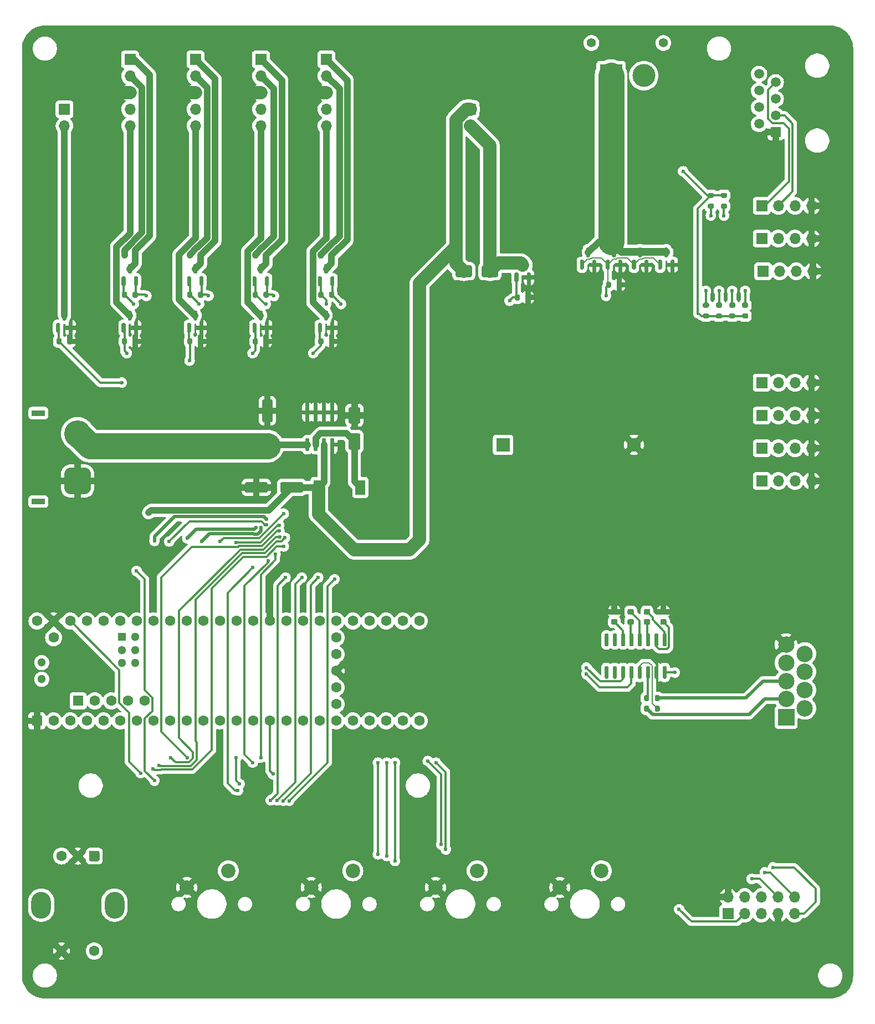
<source format=gbr>
%TF.GenerationSoftware,KiCad,Pcbnew,8.0.1-8.0.1-0~ubuntu20.04.1*%
%TF.CreationDate,2024-06-12T16:02:46+01:00*%
%TF.ProjectId,sensd,73656e73-642e-46b6-9963-61645f706362,rev?*%
%TF.SameCoordinates,Original*%
%TF.FileFunction,Copper,L1,Top*%
%TF.FilePolarity,Positive*%
%FSLAX46Y46*%
G04 Gerber Fmt 4.6, Leading zero omitted, Abs format (unit mm)*
G04 Created by KiCad (PCBNEW 8.0.1-8.0.1-0~ubuntu20.04.1) date 2024-06-12 16:02:46*
%MOMM*%
%LPD*%
G01*
G04 APERTURE LIST*
%TA.AperFunction,ComponentPad*%
%ADD10R,1.600000X1.600000*%
%TD*%
%TA.AperFunction,ComponentPad*%
%ADD11C,1.600000*%
%TD*%
%TA.AperFunction,ComponentPad*%
%ADD12R,1.300000X1.300000*%
%TD*%
%TA.AperFunction,ComponentPad*%
%ADD13C,1.300000*%
%TD*%
%TA.AperFunction,ComponentPad*%
%ADD14R,1.700000X1.700000*%
%TD*%
%TA.AperFunction,ComponentPad*%
%ADD15O,1.700000X1.700000*%
%TD*%
%TA.AperFunction,ComponentPad*%
%ADD16C,2.200000*%
%TD*%
%TA.AperFunction,ComponentPad*%
%ADD17R,1.500000X1.500000*%
%TD*%
%TA.AperFunction,ComponentPad*%
%ADD18C,1.500000*%
%TD*%
%TA.AperFunction,ComponentPad*%
%ADD19R,2.000000X0.900000*%
%TD*%
%TA.AperFunction,ComponentPad*%
%ADD20C,4.100000*%
%TD*%
%TA.AperFunction,ComponentPad*%
%ADD21O,3.000000X4.100000*%
%TD*%
%TA.AperFunction,SMDPad,CuDef*%
%ADD22R,1.500000X2.200000*%
%TD*%
%TA.AperFunction,ComponentPad*%
%ADD23R,2.100000X2.100000*%
%TD*%
%TA.AperFunction,ComponentPad*%
%ADD24C,2.100000*%
%TD*%
%TA.AperFunction,ComponentPad*%
%ADD25C,1.400000*%
%TD*%
%TA.AperFunction,ComponentPad*%
%ADD26R,3.500000X3.500000*%
%TD*%
%TA.AperFunction,ComponentPad*%
%ADD27C,3.500000*%
%TD*%
%TA.AperFunction,ComponentPad*%
%ADD28R,2.500000X2.500000*%
%TD*%
%TA.AperFunction,ComponentPad*%
%ADD29C,2.500000*%
%TD*%
%TA.AperFunction,ViaPad*%
%ADD30C,0.600000*%
%TD*%
%TA.AperFunction,ViaPad*%
%ADD31C,1.000000*%
%TD*%
%TA.AperFunction,Conductor*%
%ADD32C,0.350000*%
%TD*%
%TA.AperFunction,Conductor*%
%ADD33C,2.000000*%
%TD*%
%TA.AperFunction,Conductor*%
%ADD34C,1.000000*%
%TD*%
%TA.AperFunction,Conductor*%
%ADD35C,0.500000*%
%TD*%
%TA.AperFunction,Conductor*%
%ADD36C,4.000000*%
%TD*%
%TA.AperFunction,Conductor*%
%ADD37C,1.200000*%
%TD*%
%TA.AperFunction,Conductor*%
%ADD38C,0.200000*%
%TD*%
G04 APERTURE END LIST*
%TO.P,C5,1*%
%TO.N,+12V*%
%TA.AperFunction,SMDPad,CuDef*%
G36*
G01*
X67550000Y-110450000D02*
X66450000Y-110450000D01*
G75*
G02*
X66200000Y-110200000I0J250000D01*
G01*
X66200000Y-107200000D01*
G75*
G02*
X66450000Y-106950000I250000J0D01*
G01*
X67550000Y-106950000D01*
G75*
G02*
X67800000Y-107200000I0J-250000D01*
G01*
X67800000Y-110200000D01*
G75*
G02*
X67550000Y-110450000I-250000J0D01*
G01*
G37*
%TD.AperFunction*%
%TO.P,C5,2*%
%TO.N,GND*%
%TA.AperFunction,SMDPad,CuDef*%
G36*
G01*
X67550000Y-105050000D02*
X66450000Y-105050000D01*
G75*
G02*
X66200000Y-104800000I0J250000D01*
G01*
X66200000Y-101800000D01*
G75*
G02*
X66450000Y-101550000I250000J0D01*
G01*
X67550000Y-101550000D01*
G75*
G02*
X67800000Y-101800000I0J-250000D01*
G01*
X67800000Y-104800000D01*
G75*
G02*
X67550000Y-105050000I-250000J0D01*
G01*
G37*
%TD.AperFunction*%
%TD*%
%TO.P,U3,1,VIN*%
%TO.N,+12V*%
%TA.AperFunction,SMDPad,CuDef*%
G36*
G01*
X73245000Y-109450000D02*
X72945000Y-109450000D01*
G75*
G02*
X72795000Y-109300000I0J150000D01*
G01*
X72795000Y-107650000D01*
G75*
G02*
X72945000Y-107500000I150000J0D01*
G01*
X73245000Y-107500000D01*
G75*
G02*
X73395000Y-107650000I0J-150000D01*
G01*
X73395000Y-109300000D01*
G75*
G02*
X73245000Y-109450000I-150000J0D01*
G01*
G37*
%TD.AperFunction*%
%TO.P,U3,2,OUT*%
%TO.N,Net-(D1-K)*%
%TA.AperFunction,SMDPad,CuDef*%
G36*
G01*
X74515000Y-109450000D02*
X74215000Y-109450000D01*
G75*
G02*
X74065000Y-109300000I0J150000D01*
G01*
X74065000Y-107650000D01*
G75*
G02*
X74215000Y-107500000I150000J0D01*
G01*
X74515000Y-107500000D01*
G75*
G02*
X74665000Y-107650000I0J-150000D01*
G01*
X74665000Y-109300000D01*
G75*
G02*
X74515000Y-109450000I-150000J0D01*
G01*
G37*
%TD.AperFunction*%
%TO.P,U3,3,FB*%
%TO.N,+5V*%
%TA.AperFunction,SMDPad,CuDef*%
G36*
G01*
X75785000Y-109450000D02*
X75485000Y-109450000D01*
G75*
G02*
X75335000Y-109300000I0J150000D01*
G01*
X75335000Y-107650000D01*
G75*
G02*
X75485000Y-107500000I150000J0D01*
G01*
X75785000Y-107500000D01*
G75*
G02*
X75935000Y-107650000I0J-150000D01*
G01*
X75935000Y-109300000D01*
G75*
G02*
X75785000Y-109450000I-150000J0D01*
G01*
G37*
%TD.AperFunction*%
%TO.P,U3,4,~{EN}*%
%TO.N,GND*%
%TA.AperFunction,SMDPad,CuDef*%
G36*
G01*
X77055000Y-109450000D02*
X76755000Y-109450000D01*
G75*
G02*
X76605000Y-109300000I0J150000D01*
G01*
X76605000Y-107650000D01*
G75*
G02*
X76755000Y-107500000I150000J0D01*
G01*
X77055000Y-107500000D01*
G75*
G02*
X77205000Y-107650000I0J-150000D01*
G01*
X77205000Y-109300000D01*
G75*
G02*
X77055000Y-109450000I-150000J0D01*
G01*
G37*
%TD.AperFunction*%
%TO.P,U3,5,GND*%
%TA.AperFunction,SMDPad,CuDef*%
G36*
G01*
X77055000Y-104500000D02*
X76755000Y-104500000D01*
G75*
G02*
X76605000Y-104350000I0J150000D01*
G01*
X76605000Y-102700000D01*
G75*
G02*
X76755000Y-102550000I150000J0D01*
G01*
X77055000Y-102550000D01*
G75*
G02*
X77205000Y-102700000I0J-150000D01*
G01*
X77205000Y-104350000D01*
G75*
G02*
X77055000Y-104500000I-150000J0D01*
G01*
G37*
%TD.AperFunction*%
%TO.P,U3,6,GND*%
%TA.AperFunction,SMDPad,CuDef*%
G36*
G01*
X75785000Y-104500000D02*
X75485000Y-104500000D01*
G75*
G02*
X75335000Y-104350000I0J150000D01*
G01*
X75335000Y-102700000D01*
G75*
G02*
X75485000Y-102550000I150000J0D01*
G01*
X75785000Y-102550000D01*
G75*
G02*
X75935000Y-102700000I0J-150000D01*
G01*
X75935000Y-104350000D01*
G75*
G02*
X75785000Y-104500000I-150000J0D01*
G01*
G37*
%TD.AperFunction*%
%TO.P,U3,7,GND*%
%TA.AperFunction,SMDPad,CuDef*%
G36*
G01*
X74515000Y-104500000D02*
X74215000Y-104500000D01*
G75*
G02*
X74065000Y-104350000I0J150000D01*
G01*
X74065000Y-102700000D01*
G75*
G02*
X74215000Y-102550000I150000J0D01*
G01*
X74515000Y-102550000D01*
G75*
G02*
X74665000Y-102700000I0J-150000D01*
G01*
X74665000Y-104350000D01*
G75*
G02*
X74515000Y-104500000I-150000J0D01*
G01*
G37*
%TD.AperFunction*%
%TO.P,U3,8,GND*%
%TA.AperFunction,SMDPad,CuDef*%
G36*
G01*
X73245000Y-104500000D02*
X72945000Y-104500000D01*
G75*
G02*
X72795000Y-104350000I0J150000D01*
G01*
X72795000Y-102700000D01*
G75*
G02*
X72945000Y-102550000I150000J0D01*
G01*
X73245000Y-102550000D01*
G75*
G02*
X73395000Y-102700000I0J-150000D01*
G01*
X73395000Y-104350000D01*
G75*
G02*
X73245000Y-104500000I-150000J0D01*
G01*
G37*
%TD.AperFunction*%
%TD*%
%TO.P,Q13,1,G*%
%TO.N,/FAN5*%
%TA.AperFunction,SMDPad,CuDef*%
G36*
G01*
X35175000Y-91375000D02*
X34875000Y-91375000D01*
G75*
G02*
X34725000Y-91225000I0J150000D01*
G01*
X34725000Y-90050000D01*
G75*
G02*
X34875000Y-89900000I150000J0D01*
G01*
X35175000Y-89900000D01*
G75*
G02*
X35325000Y-90050000I0J-150000D01*
G01*
X35325000Y-91225000D01*
G75*
G02*
X35175000Y-91375000I-150000J0D01*
G01*
G37*
%TD.AperFunction*%
%TO.P,Q13,2,S*%
%TO.N,GND*%
%TA.AperFunction,SMDPad,CuDef*%
G36*
G01*
X37075000Y-91375000D02*
X36775000Y-91375000D01*
G75*
G02*
X36625000Y-91225000I0J150000D01*
G01*
X36625000Y-90050000D01*
G75*
G02*
X36775000Y-89900000I150000J0D01*
G01*
X37075000Y-89900000D01*
G75*
G02*
X37225000Y-90050000I0J-150000D01*
G01*
X37225000Y-91225000D01*
G75*
G02*
X37075000Y-91375000I-150000J0D01*
G01*
G37*
%TD.AperFunction*%
%TO.P,Q13,3,D*%
%TO.N,Net-(J17-Pin_2)*%
%TA.AperFunction,SMDPad,CuDef*%
G36*
G01*
X36125000Y-89500000D02*
X35825000Y-89500000D01*
G75*
G02*
X35675000Y-89350000I0J150000D01*
G01*
X35675000Y-88175000D01*
G75*
G02*
X35825000Y-88025000I150000J0D01*
G01*
X36125000Y-88025000D01*
G75*
G02*
X36275000Y-88175000I0J-150000D01*
G01*
X36275000Y-89350000D01*
G75*
G02*
X36125000Y-89500000I-150000J0D01*
G01*
G37*
%TD.AperFunction*%
%TD*%
%TO.P,R9,1*%
%TO.N,+3V3*%
%TA.AperFunction,SMDPad,CuDef*%
G36*
G01*
X64750000Y-85855000D02*
X64750000Y-85305000D01*
G75*
G02*
X64950000Y-85105000I200000J0D01*
G01*
X65350000Y-85105000D01*
G75*
G02*
X65550000Y-85305000I0J-200000D01*
G01*
X65550000Y-85855000D01*
G75*
G02*
X65350000Y-86055000I-200000J0D01*
G01*
X64950000Y-86055000D01*
G75*
G02*
X64750000Y-85855000I0J200000D01*
G01*
G37*
%TD.AperFunction*%
%TO.P,R9,2*%
%TO.N,/SERVO2*%
%TA.AperFunction,SMDPad,CuDef*%
G36*
G01*
X66400000Y-85855000D02*
X66400000Y-85305000D01*
G75*
G02*
X66600000Y-85105000I200000J0D01*
G01*
X67000000Y-85105000D01*
G75*
G02*
X67200000Y-85305000I0J-200000D01*
G01*
X67200000Y-85855000D01*
G75*
G02*
X67000000Y-86055000I-200000J0D01*
G01*
X66600000Y-86055000D01*
G75*
G02*
X66400000Y-85855000I0J200000D01*
G01*
G37*
%TD.AperFunction*%
%TD*%
%TO.P,D1,1,K*%
%TO.N,Net-(D1-K)*%
%TA.AperFunction,SMDPad,CuDef*%
G36*
G01*
X80950000Y-109250000D02*
X79650000Y-109250000D01*
G75*
G02*
X79400000Y-109000000I0J250000D01*
G01*
X79400000Y-107000000D01*
G75*
G02*
X79650000Y-106750000I250000J0D01*
G01*
X80950000Y-106750000D01*
G75*
G02*
X81200000Y-107000000I0J-250000D01*
G01*
X81200000Y-109000000D01*
G75*
G02*
X80950000Y-109250000I-250000J0D01*
G01*
G37*
%TD.AperFunction*%
%TO.P,D1,2,A*%
%TO.N,GND*%
%TA.AperFunction,SMDPad,CuDef*%
G36*
G01*
X80950000Y-105250000D02*
X79650000Y-105250000D01*
G75*
G02*
X79400000Y-105000000I0J250000D01*
G01*
X79400000Y-103000000D01*
G75*
G02*
X79650000Y-102750000I250000J0D01*
G01*
X80950000Y-102750000D01*
G75*
G02*
X81200000Y-103000000I0J-250000D01*
G01*
X81200000Y-105000000D01*
G75*
G02*
X80950000Y-105250000I-250000J0D01*
G01*
G37*
%TD.AperFunction*%
%TD*%
%TO.P,R5,1*%
%TO.N,+3V3*%
%TA.AperFunction,SMDPad,CuDef*%
G36*
G01*
X134475000Y-70025000D02*
X135025000Y-70025000D01*
G75*
G02*
X135225000Y-70225000I0J-200000D01*
G01*
X135225000Y-70625000D01*
G75*
G02*
X135025000Y-70825000I-200000J0D01*
G01*
X134475000Y-70825000D01*
G75*
G02*
X134275000Y-70625000I0J200000D01*
G01*
X134275000Y-70225000D01*
G75*
G02*
X134475000Y-70025000I200000J0D01*
G01*
G37*
%TD.AperFunction*%
%TO.P,R5,2*%
%TO.N,/SDA3*%
%TA.AperFunction,SMDPad,CuDef*%
G36*
G01*
X134475000Y-71675000D02*
X135025000Y-71675000D01*
G75*
G02*
X135225000Y-71875000I0J-200000D01*
G01*
X135225000Y-72275000D01*
G75*
G02*
X135025000Y-72475000I-200000J0D01*
G01*
X134475000Y-72475000D01*
G75*
G02*
X134275000Y-72275000I0J200000D01*
G01*
X134275000Y-71875000D01*
G75*
G02*
X134475000Y-71675000I200000J0D01*
G01*
G37*
%TD.AperFunction*%
%TD*%
D10*
%TO.P,U1,1,GND*%
%TO.N,GND*%
X31790000Y-150620000D03*
D11*
%TO.P,U1,2,0_RX1_CRX2_CS1*%
%TO.N,Net-(JP2-B)*%
X34330000Y-150620000D03*
%TO.P,U1,3,1_TX1_CTX2_MISO1*%
%TO.N,Net-(JP3-B)*%
X36870000Y-150620000D03*
%TO.P,U1,4,2_OUT2*%
%TO.N,Net-(JP4-B)*%
X39410000Y-150620000D03*
%TO.P,U1,5,3_LRCLK2*%
%TO.N,Net-(JP5-B)*%
X41950000Y-150620000D03*
%TO.P,U1,6,4_BCLK2*%
%TO.N,Net-(JP6-B)*%
X44490000Y-150620000D03*
%TO.P,U1,7,5_IN2*%
%TO.N,Net-(JP7-B)*%
X47030000Y-150620000D03*
%TO.P,U1,8,6_OUT1D*%
%TO.N,Net-(JP8-B)*%
X49570000Y-150620000D03*
%TO.P,U1,9,7_RX2_OUT1A*%
%TO.N,Net-(JP9-B)*%
X52110000Y-150620000D03*
%TO.P,U1,10,8_TX2_IN1*%
%TO.N,Net-(JP10-B)*%
X54650000Y-150620000D03*
%TO.P,U1,11,9_OUT1C*%
%TO.N,Net-(JP11-B)*%
X57190000Y-150620000D03*
%TO.P,U1,12,10_CS_MQSR*%
%TO.N,Net-(JP12-B)*%
X59730000Y-150620000D03*
%TO.P,U1,13,11_MOSI_CTX1*%
%TO.N,Net-(JP13-B)*%
X62270000Y-150620000D03*
%TO.P,U1,14,12_MISO_MQSL*%
%TO.N,unconnected-(U1-12_MISO_MQSL-Pad14)*%
X64810000Y-150620000D03*
%TO.P,U1,15,3V3*%
%TO.N,+3V3*%
X67350000Y-150620000D03*
%TO.P,U1,16,24_A10_TX6_SCL2*%
%TO.N,Net-(JP15-B)*%
X69890000Y-150620000D03*
%TO.P,U1,17,25_A11_RX6_SDA2*%
%TO.N,Net-(JP16-B)*%
X72430000Y-150620000D03*
%TO.P,U1,18,26_A12_MOSI1*%
%TO.N,Net-(JP17-B)*%
X74970000Y-150620000D03*
%TO.P,U1,19,27_A13_SCK1*%
%TO.N,Net-(JP18-B)*%
X77510000Y-150620000D03*
%TO.P,U1,20,28_RX7*%
%TO.N,Net-(JP19-B)*%
X80050000Y-150620000D03*
%TO.P,U1,21,29_TX7*%
%TO.N,Net-(JP20-B)*%
X82590000Y-150620000D03*
%TO.P,U1,22,30_CRX3*%
%TO.N,Net-(JP21-B)*%
X85130000Y-150620000D03*
%TO.P,U1,23,31_CTX3*%
%TO.N,Net-(JP22-B)*%
X87670000Y-150620000D03*
%TO.P,U1,24,32_OUT1B*%
%TO.N,Net-(JP23-B)*%
X90210000Y-150620000D03*
%TO.P,U1,25,33_MCLK2*%
%TO.N,Net-(JP45-A)*%
X90210000Y-135380000D03*
%TO.P,U1,26,34_RX8*%
%TO.N,Net-(JP44-A)*%
X87670000Y-135380000D03*
%TO.P,U1,27,35_TX8*%
%TO.N,Net-(JP43-A)*%
X85130000Y-135380000D03*
%TO.P,U1,28,36_CS*%
%TO.N,unconnected-(U1-36_CS-Pad28)*%
X82590000Y-135380000D03*
%TO.P,U1,29,37_CS*%
%TO.N,Net-(JP42-A)*%
X80050000Y-135380000D03*
%TO.P,U1,30,38_CS1_IN1*%
%TO.N,Net-(JP41-A)*%
X77510000Y-135380000D03*
%TO.P,U1,31,39_MISO1_OUT1A*%
%TO.N,Net-(JP40-A)*%
X74970000Y-135380000D03*
%TO.P,U1,32,40_A16*%
%TO.N,Net-(JP39-A)*%
X72430000Y-135380000D03*
%TO.P,U1,33,41_A17*%
%TO.N,Net-(JP38-A)*%
X69890000Y-135380000D03*
%TO.P,U1,34,GND*%
%TO.N,GND*%
X67350000Y-135380000D03*
%TO.P,U1,35,13_SCK_LED*%
%TO.N,Net-(JP36-A)*%
X64810000Y-135380000D03*
%TO.P,U1,36,14_A0_TX3_SPDIF_OUT*%
%TO.N,Net-(JP35-A)*%
X62270000Y-135380000D03*
%TO.P,U1,37,15_A1_RX3_SPDIF_IN*%
%TO.N,Net-(JP34-A)*%
X59730000Y-135380000D03*
%TO.P,U1,38,16_A2_RX4_SCL1*%
%TO.N,Net-(JP33-A)*%
X57190000Y-135380000D03*
%TO.P,U1,39,17_A3_TX4_SDA1*%
%TO.N,Net-(JP32-A)*%
X54650000Y-135380000D03*
%TO.P,U1,40,18_A4_SDA*%
%TO.N,Net-(JP31-A)*%
X52110000Y-135380000D03*
%TO.P,U1,41,19_A5_SCL*%
%TO.N,Net-(JP30-A)*%
X49570000Y-135380000D03*
%TO.P,U1,42,20_A6_TX5_LRCLK1*%
%TO.N,Net-(JP29-A)*%
X47030000Y-135380000D03*
%TO.P,U1,43,21_A7_RX5_BCLK1*%
%TO.N,unconnected-(U1-21_A7_RX5_BCLK1-Pad43)*%
X44490000Y-135380000D03*
%TO.P,U1,44,22_A8_CTX1*%
%TO.N,Net-(JP28-A)*%
X41950000Y-135380000D03*
%TO.P,U1,45,23_A9_CRX1_MCLK1*%
%TO.N,Net-(JP27-A)*%
X39410000Y-135380000D03*
%TO.P,U1,46,3V3*%
%TO.N,+3V3*%
X36870000Y-135380000D03*
%TO.P,U1,47,GND*%
%TO.N,GND*%
X34330000Y-135380000D03*
%TO.P,U1,48,VIN*%
%TO.N,+5V*%
X31790000Y-135380000D03*
%TO.P,U1,49,VUSB*%
%TO.N,unconnected-(U1-VUSB-Pad49)*%
X34330000Y-137920000D03*
%TO.P,U1,50,VBAT*%
%TO.N,Net-(BT1-+)*%
X77510000Y-148080000D03*
%TO.P,U1,51,3V3*%
%TO.N,unconnected-(U1-3V3-Pad51)*%
X77510000Y-145540000D03*
%TO.P,U1,52,GND*%
%TO.N,GND*%
X77510000Y-143000000D03*
%TO.P,U1,53,PROGRAM*%
%TO.N,unconnected-(U1-PROGRAM-Pad53)*%
X77510000Y-140460000D03*
%TO.P,U1,54,ON_OFF*%
%TO.N,unconnected-(U1-ON_OFF-Pad54)*%
X77510000Y-137920000D03*
D10*
%TO.P,U1,55,5V*%
%TO.N,unconnected-(U1-5V-Pad55)*%
X38089200Y-147569200D03*
D11*
%TO.P,U1,56,D-*%
%TO.N,unconnected-(U1-D--Pad56)*%
X40629200Y-147569200D03*
%TO.P,U1,57,D+*%
%TO.N,unconnected-(U1-D+-Pad57)*%
X43169200Y-147569200D03*
%TO.P,U1,58,GND*%
%TO.N,unconnected-(U1-GND-Pad58)*%
X45709200Y-147569200D03*
%TO.P,U1,59,GND*%
%TO.N,unconnected-(U1-GND-Pad59)*%
X48249200Y-147569200D03*
D12*
%TO.P,U1,60,R+*%
%TO.N,unconnected-(U1-R+-Pad60)*%
X44760000Y-137818400D03*
D13*
%TO.P,U1,61,LED*%
%TO.N,unconnected-(U1-LED-Pad61)*%
X44760000Y-139818400D03*
%TO.P,U1,62,T-*%
%TO.N,unconnected-(U1-T--Pad62)*%
X44760000Y-141818400D03*
%TO.P,U1,63,T+*%
%TO.N,unconnected-(U1-T+-Pad63)*%
X46760000Y-141818400D03*
%TO.P,U1,64,GND*%
%TO.N,unconnected-(U1-GND-Pad64)*%
X46760000Y-139818400D03*
%TO.P,U1,65,R-*%
%TO.N,unconnected-(U1-R--Pad65)*%
X46760000Y-137818400D03*
%TO.P,U1,66,D-*%
%TO.N,unconnected-(U1-D--Pad66)*%
X32520000Y-141730000D03*
%TO.P,U1,67,D+*%
%TO.N,unconnected-(U1-D+-Pad67)*%
X32520000Y-144270000D03*
%TD*%
%TO.P,Q5,1,G*%
%TO.N,/FAN1*%
%TA.AperFunction,SMDPad,CuDef*%
G36*
G01*
X75175000Y-91375000D02*
X74875000Y-91375000D01*
G75*
G02*
X74725000Y-91225000I0J150000D01*
G01*
X74725000Y-90050000D01*
G75*
G02*
X74875000Y-89900000I150000J0D01*
G01*
X75175000Y-89900000D01*
G75*
G02*
X75325000Y-90050000I0J-150000D01*
G01*
X75325000Y-91225000D01*
G75*
G02*
X75175000Y-91375000I-150000J0D01*
G01*
G37*
%TD.AperFunction*%
%TO.P,Q5,2,S*%
%TO.N,GND*%
%TA.AperFunction,SMDPad,CuDef*%
G36*
G01*
X77075000Y-91375000D02*
X76775000Y-91375000D01*
G75*
G02*
X76625000Y-91225000I0J150000D01*
G01*
X76625000Y-90050000D01*
G75*
G02*
X76775000Y-89900000I150000J0D01*
G01*
X77075000Y-89900000D01*
G75*
G02*
X77225000Y-90050000I0J-150000D01*
G01*
X77225000Y-91225000D01*
G75*
G02*
X77075000Y-91375000I-150000J0D01*
G01*
G37*
%TD.AperFunction*%
%TO.P,Q5,3,D*%
%TO.N,Net-(J8-Pin_5)*%
%TA.AperFunction,SMDPad,CuDef*%
G36*
G01*
X76125000Y-89500000D02*
X75825000Y-89500000D01*
G75*
G02*
X75675000Y-89350000I0J150000D01*
G01*
X75675000Y-88175000D01*
G75*
G02*
X75825000Y-88025000I150000J0D01*
G01*
X76125000Y-88025000D01*
G75*
G02*
X76275000Y-88175000I0J-150000D01*
G01*
X76275000Y-89350000D01*
G75*
G02*
X76125000Y-89500000I-150000J0D01*
G01*
G37*
%TD.AperFunction*%
%TD*%
%TO.P,Q10,1,G*%
%TO.N,/HEATER*%
%TA.AperFunction,SMDPad,CuDef*%
G36*
G01*
X123150000Y-81737500D02*
X122850000Y-81737500D01*
G75*
G02*
X122700000Y-81587500I0J150000D01*
G01*
X122700000Y-80412500D01*
G75*
G02*
X122850000Y-80262500I150000J0D01*
G01*
X123150000Y-80262500D01*
G75*
G02*
X123300000Y-80412500I0J-150000D01*
G01*
X123300000Y-81587500D01*
G75*
G02*
X123150000Y-81737500I-150000J0D01*
G01*
G37*
%TD.AperFunction*%
%TO.P,Q10,2,S*%
%TO.N,GND*%
%TA.AperFunction,SMDPad,CuDef*%
G36*
G01*
X125050000Y-81737500D02*
X124750000Y-81737500D01*
G75*
G02*
X124600000Y-81587500I0J150000D01*
G01*
X124600000Y-80412500D01*
G75*
G02*
X124750000Y-80262500I150000J0D01*
G01*
X125050000Y-80262500D01*
G75*
G02*
X125200000Y-80412500I0J-150000D01*
G01*
X125200000Y-81587500D01*
G75*
G02*
X125050000Y-81737500I-150000J0D01*
G01*
G37*
%TD.AperFunction*%
%TO.P,Q10,3,D*%
%TO.N,Net-(J12-Pin_1)*%
%TA.AperFunction,SMDPad,CuDef*%
G36*
G01*
X124100000Y-79862500D02*
X123800000Y-79862500D01*
G75*
G02*
X123650000Y-79712500I0J150000D01*
G01*
X123650000Y-78537500D01*
G75*
G02*
X123800000Y-78387500I150000J0D01*
G01*
X124100000Y-78387500D01*
G75*
G02*
X124250000Y-78537500I0J-150000D01*
G01*
X124250000Y-79712500D01*
G75*
G02*
X124100000Y-79862500I-150000J0D01*
G01*
G37*
%TD.AperFunction*%
%TD*%
%TO.P,Q2,1,G*%
%TO.N,+3V3*%
%TA.AperFunction,SMDPad,CuDef*%
G36*
G01*
X65175000Y-84255000D02*
X64875000Y-84255000D01*
G75*
G02*
X64725000Y-84105000I0J150000D01*
G01*
X64725000Y-82930000D01*
G75*
G02*
X64875000Y-82780000I150000J0D01*
G01*
X65175000Y-82780000D01*
G75*
G02*
X65325000Y-82930000I0J-150000D01*
G01*
X65325000Y-84105000D01*
G75*
G02*
X65175000Y-84255000I-150000J0D01*
G01*
G37*
%TD.AperFunction*%
%TO.P,Q2,2,S*%
%TO.N,/SERVO2*%
%TA.AperFunction,SMDPad,CuDef*%
G36*
G01*
X67075000Y-84255000D02*
X66775000Y-84255000D01*
G75*
G02*
X66625000Y-84105000I0J150000D01*
G01*
X66625000Y-82930000D01*
G75*
G02*
X66775000Y-82780000I150000J0D01*
G01*
X67075000Y-82780000D01*
G75*
G02*
X67225000Y-82930000I0J-150000D01*
G01*
X67225000Y-84105000D01*
G75*
G02*
X67075000Y-84255000I-150000J0D01*
G01*
G37*
%TD.AperFunction*%
%TO.P,Q2,3,D*%
%TO.N,Net-(J9-Pin_1)*%
%TA.AperFunction,SMDPad,CuDef*%
G36*
G01*
X66125000Y-82380000D02*
X65825000Y-82380000D01*
G75*
G02*
X65675000Y-82230000I0J150000D01*
G01*
X65675000Y-81055000D01*
G75*
G02*
X65825000Y-80905000I150000J0D01*
G01*
X66125000Y-80905000D01*
G75*
G02*
X66275000Y-81055000I0J-150000D01*
G01*
X66275000Y-82230000D01*
G75*
G02*
X66125000Y-82380000I-150000J0D01*
G01*
G37*
%TD.AperFunction*%
%TD*%
%TO.P,Q14,1,G*%
%TO.N,/HEATER*%
%TA.AperFunction,SMDPad,CuDef*%
G36*
G01*
X115200000Y-81737500D02*
X114900000Y-81737500D01*
G75*
G02*
X114750000Y-81587500I0J150000D01*
G01*
X114750000Y-80412500D01*
G75*
G02*
X114900000Y-80262500I150000J0D01*
G01*
X115200000Y-80262500D01*
G75*
G02*
X115350000Y-80412500I0J-150000D01*
G01*
X115350000Y-81587500D01*
G75*
G02*
X115200000Y-81737500I-150000J0D01*
G01*
G37*
%TD.AperFunction*%
%TO.P,Q14,2,S*%
%TO.N,GND*%
%TA.AperFunction,SMDPad,CuDef*%
G36*
G01*
X117100000Y-81737500D02*
X116800000Y-81737500D01*
G75*
G02*
X116650000Y-81587500I0J150000D01*
G01*
X116650000Y-80412500D01*
G75*
G02*
X116800000Y-80262500I150000J0D01*
G01*
X117100000Y-80262500D01*
G75*
G02*
X117250000Y-80412500I0J-150000D01*
G01*
X117250000Y-81587500D01*
G75*
G02*
X117100000Y-81737500I-150000J0D01*
G01*
G37*
%TD.AperFunction*%
%TO.P,Q14,3,D*%
%TO.N,Net-(J12-Pin_1)*%
%TA.AperFunction,SMDPad,CuDef*%
G36*
G01*
X116150000Y-79862500D02*
X115850000Y-79862500D01*
G75*
G02*
X115700000Y-79712500I0J150000D01*
G01*
X115700000Y-78537500D01*
G75*
G02*
X115850000Y-78387500I150000J0D01*
G01*
X116150000Y-78387500D01*
G75*
G02*
X116300000Y-78537500I0J-150000D01*
G01*
X116300000Y-79712500D01*
G75*
G02*
X116150000Y-79862500I-150000J0D01*
G01*
G37*
%TD.AperFunction*%
%TD*%
%TO.P,R3,1*%
%TO.N,+3V3*%
%TA.AperFunction,SMDPad,CuDef*%
G36*
G01*
X134275000Y-89225000D02*
X133725000Y-89225000D01*
G75*
G02*
X133525000Y-89025000I0J200000D01*
G01*
X133525000Y-88625000D01*
G75*
G02*
X133725000Y-88425000I200000J0D01*
G01*
X134275000Y-88425000D01*
G75*
G02*
X134475000Y-88625000I0J-200000D01*
G01*
X134475000Y-89025000D01*
G75*
G02*
X134275000Y-89225000I-200000J0D01*
G01*
G37*
%TD.AperFunction*%
%TO.P,R3,2*%
%TO.N,/SDA2*%
%TA.AperFunction,SMDPad,CuDef*%
G36*
G01*
X134275000Y-87575000D02*
X133725000Y-87575000D01*
G75*
G02*
X133525000Y-87375000I0J200000D01*
G01*
X133525000Y-86975000D01*
G75*
G02*
X133725000Y-86775000I200000J0D01*
G01*
X134275000Y-86775000D01*
G75*
G02*
X134475000Y-86975000I0J-200000D01*
G01*
X134475000Y-87375000D01*
G75*
G02*
X134275000Y-87575000I-200000J0D01*
G01*
G37*
%TD.AperFunction*%
%TD*%
%TO.P,R20,1*%
%TO.N,Net-(U2-R1IN)*%
%TA.AperFunction,SMDPad,CuDef*%
G36*
G01*
X126975000Y-148475000D02*
X126975000Y-149025000D01*
G75*
G02*
X126775000Y-149225000I-200000J0D01*
G01*
X126375000Y-149225000D01*
G75*
G02*
X126175000Y-149025000I0J200000D01*
G01*
X126175000Y-148475000D01*
G75*
G02*
X126375000Y-148275000I200000J0D01*
G01*
X126775000Y-148275000D01*
G75*
G02*
X126975000Y-148475000I0J-200000D01*
G01*
G37*
%TD.AperFunction*%
%TO.P,R20,2*%
%TO.N,Net-(J14-Pad2)*%
%TA.AperFunction,SMDPad,CuDef*%
G36*
G01*
X125325000Y-148475000D02*
X125325000Y-149025000D01*
G75*
G02*
X125125000Y-149225000I-200000J0D01*
G01*
X124725000Y-149225000D01*
G75*
G02*
X124525000Y-149025000I0J200000D01*
G01*
X124525000Y-148475000D01*
G75*
G02*
X124725000Y-148275000I200000J0D01*
G01*
X125125000Y-148275000D01*
G75*
G02*
X125325000Y-148475000I0J-200000D01*
G01*
G37*
%TD.AperFunction*%
%TD*%
%TO.P,R2,1*%
%TO.N,+3V3*%
%TA.AperFunction,SMDPad,CuDef*%
G36*
G01*
X140275000Y-89225000D02*
X139725000Y-89225000D01*
G75*
G02*
X139525000Y-89025000I0J200000D01*
G01*
X139525000Y-88625000D01*
G75*
G02*
X139725000Y-88425000I200000J0D01*
G01*
X140275000Y-88425000D01*
G75*
G02*
X140475000Y-88625000I0J-200000D01*
G01*
X140475000Y-89025000D01*
G75*
G02*
X140275000Y-89225000I-200000J0D01*
G01*
G37*
%TD.AperFunction*%
%TO.P,R2,2*%
%TO.N,/SCL1*%
%TA.AperFunction,SMDPad,CuDef*%
G36*
G01*
X140275000Y-87575000D02*
X139725000Y-87575000D01*
G75*
G02*
X139525000Y-87375000I0J200000D01*
G01*
X139525000Y-86975000D01*
G75*
G02*
X139725000Y-86775000I200000J0D01*
G01*
X140275000Y-86775000D01*
G75*
G02*
X140475000Y-86975000I0J-200000D01*
G01*
X140475000Y-87375000D01*
G75*
G02*
X140275000Y-87575000I-200000J0D01*
G01*
G37*
%TD.AperFunction*%
%TD*%
D14*
%TO.P,J17,1,Pin_1*%
%TO.N,+12V*%
X36000000Y-57270000D03*
D15*
%TO.P,J17,2,Pin_2*%
%TO.N,Net-(J17-Pin_2)*%
X36000000Y-59810000D03*
%TD*%
%TO.P,R7,1*%
%TO.N,+5V*%
%TA.AperFunction,SMDPad,CuDef*%
G36*
G01*
X74750000Y-79855000D02*
X74750000Y-79305000D01*
G75*
G02*
X74950000Y-79105000I200000J0D01*
G01*
X75350000Y-79105000D01*
G75*
G02*
X75550000Y-79305000I0J-200000D01*
G01*
X75550000Y-79855000D01*
G75*
G02*
X75350000Y-80055000I-200000J0D01*
G01*
X74950000Y-80055000D01*
G75*
G02*
X74750000Y-79855000I0J200000D01*
G01*
G37*
%TD.AperFunction*%
%TO.P,R7,2*%
%TO.N,Net-(J8-Pin_1)*%
%TA.AperFunction,SMDPad,CuDef*%
G36*
G01*
X76400000Y-79855000D02*
X76400000Y-79305000D01*
G75*
G02*
X76600000Y-79105000I200000J0D01*
G01*
X77000000Y-79105000D01*
G75*
G02*
X77200000Y-79305000I0J-200000D01*
G01*
X77200000Y-79855000D01*
G75*
G02*
X77000000Y-80055000I-200000J0D01*
G01*
X76600000Y-80055000D01*
G75*
G02*
X76400000Y-79855000I0J200000D01*
G01*
G37*
%TD.AperFunction*%
%TD*%
%TO.P,R12,1*%
%TO.N,+5V*%
%TA.AperFunction,SMDPad,CuDef*%
G36*
G01*
X54750000Y-79855000D02*
X54750000Y-79305000D01*
G75*
G02*
X54950000Y-79105000I200000J0D01*
G01*
X55350000Y-79105000D01*
G75*
G02*
X55550000Y-79305000I0J-200000D01*
G01*
X55550000Y-79855000D01*
G75*
G02*
X55350000Y-80055000I-200000J0D01*
G01*
X54950000Y-80055000D01*
G75*
G02*
X54750000Y-79855000I0J200000D01*
G01*
G37*
%TD.AperFunction*%
%TO.P,R12,2*%
%TO.N,Net-(J10-Pin_1)*%
%TA.AperFunction,SMDPad,CuDef*%
G36*
G01*
X56400000Y-79855000D02*
X56400000Y-79305000D01*
G75*
G02*
X56600000Y-79105000I200000J0D01*
G01*
X57000000Y-79105000D01*
G75*
G02*
X57200000Y-79305000I0J-200000D01*
G01*
X57200000Y-79855000D01*
G75*
G02*
X57000000Y-80055000I-200000J0D01*
G01*
X56600000Y-80055000D01*
G75*
G02*
X56400000Y-79855000I0J200000D01*
G01*
G37*
%TD.AperFunction*%
%TD*%
%TO.P,Q3,1,G*%
%TO.N,+3V3*%
%TA.AperFunction,SMDPad,CuDef*%
G36*
G01*
X55175000Y-84255000D02*
X54875000Y-84255000D01*
G75*
G02*
X54725000Y-84105000I0J150000D01*
G01*
X54725000Y-82930000D01*
G75*
G02*
X54875000Y-82780000I150000J0D01*
G01*
X55175000Y-82780000D01*
G75*
G02*
X55325000Y-82930000I0J-150000D01*
G01*
X55325000Y-84105000D01*
G75*
G02*
X55175000Y-84255000I-150000J0D01*
G01*
G37*
%TD.AperFunction*%
%TO.P,Q3,2,S*%
%TO.N,/SERVO3*%
%TA.AperFunction,SMDPad,CuDef*%
G36*
G01*
X57075000Y-84255000D02*
X56775000Y-84255000D01*
G75*
G02*
X56625000Y-84105000I0J150000D01*
G01*
X56625000Y-82930000D01*
G75*
G02*
X56775000Y-82780000I150000J0D01*
G01*
X57075000Y-82780000D01*
G75*
G02*
X57225000Y-82930000I0J-150000D01*
G01*
X57225000Y-84105000D01*
G75*
G02*
X57075000Y-84255000I-150000J0D01*
G01*
G37*
%TD.AperFunction*%
%TO.P,Q3,3,D*%
%TO.N,Net-(J10-Pin_1)*%
%TA.AperFunction,SMDPad,CuDef*%
G36*
G01*
X56125000Y-82380000D02*
X55825000Y-82380000D01*
G75*
G02*
X55675000Y-82230000I0J150000D01*
G01*
X55675000Y-81055000D01*
G75*
G02*
X55825000Y-80905000I150000J0D01*
G01*
X56125000Y-80905000D01*
G75*
G02*
X56275000Y-81055000I0J-150000D01*
G01*
X56275000Y-82230000D01*
G75*
G02*
X56125000Y-82380000I-150000J0D01*
G01*
G37*
%TD.AperFunction*%
%TD*%
%TO.P,C2,1*%
%TO.N,Net-(U2-C2+)*%
%TA.AperFunction,SMDPad,CuDef*%
G36*
G01*
X122250000Y-133525000D02*
X122750000Y-133525000D01*
G75*
G02*
X122975000Y-133750000I0J-225000D01*
G01*
X122975000Y-134200000D01*
G75*
G02*
X122750000Y-134425000I-225000J0D01*
G01*
X122250000Y-134425000D01*
G75*
G02*
X122025000Y-134200000I0J225000D01*
G01*
X122025000Y-133750000D01*
G75*
G02*
X122250000Y-133525000I225000J0D01*
G01*
G37*
%TD.AperFunction*%
%TO.P,C2,2*%
%TO.N,Net-(U2-C2-)*%
%TA.AperFunction,SMDPad,CuDef*%
G36*
G01*
X122250000Y-135075000D02*
X122750000Y-135075000D01*
G75*
G02*
X122975000Y-135300000I0J-225000D01*
G01*
X122975000Y-135750000D01*
G75*
G02*
X122750000Y-135975000I-225000J0D01*
G01*
X122250000Y-135975000D01*
G75*
G02*
X122025000Y-135750000I0J225000D01*
G01*
X122025000Y-135300000D01*
G75*
G02*
X122250000Y-135075000I225000J0D01*
G01*
G37*
%TD.AperFunction*%
%TD*%
D16*
%TO.P,SW4,1,1*%
%TO.N,/SW4*%
X99040000Y-173500000D03*
%TO.P,SW4,2,2*%
%TO.N,GND*%
X92690000Y-176040000D03*
%TD*%
D17*
%TO.P,J13,1*%
%TO.N,GND*%
X144650000Y-60782500D03*
D18*
%TO.P,J13,2*%
%TO.N,unconnected-(J13-Pad2)*%
X142110000Y-59512500D03*
%TO.P,J13,3*%
%TO.N,/SCL3*%
X144650000Y-58242500D03*
%TO.P,J13,4*%
%TO.N,unconnected-(J13-Pad4)*%
X142110000Y-56972500D03*
%TO.P,J13,5*%
%TO.N,+3V3*%
X144650000Y-55702500D03*
%TO.P,J13,6*%
%TO.N,unconnected-(J13-Pad6)*%
X142110000Y-54432500D03*
%TO.P,J13,7*%
%TO.N,/SDA3*%
X144650000Y-53162500D03*
%TO.P,J13,8*%
%TO.N,unconnected-(J13-Pad8)*%
X142110000Y-51892500D03*
%TD*%
%TO.P,Q11,1,G*%
%TO.N,/HEATER*%
%TA.AperFunction,SMDPad,CuDef*%
G36*
G01*
X127150000Y-81737500D02*
X126850000Y-81737500D01*
G75*
G02*
X126700000Y-81587500I0J150000D01*
G01*
X126700000Y-80412500D01*
G75*
G02*
X126850000Y-80262500I150000J0D01*
G01*
X127150000Y-80262500D01*
G75*
G02*
X127300000Y-80412500I0J-150000D01*
G01*
X127300000Y-81587500D01*
G75*
G02*
X127150000Y-81737500I-150000J0D01*
G01*
G37*
%TD.AperFunction*%
%TO.P,Q11,2,S*%
%TO.N,GND*%
%TA.AperFunction,SMDPad,CuDef*%
G36*
G01*
X129050000Y-81737500D02*
X128750000Y-81737500D01*
G75*
G02*
X128600000Y-81587500I0J150000D01*
G01*
X128600000Y-80412500D01*
G75*
G02*
X128750000Y-80262500I150000J0D01*
G01*
X129050000Y-80262500D01*
G75*
G02*
X129200000Y-80412500I0J-150000D01*
G01*
X129200000Y-81587500D01*
G75*
G02*
X129050000Y-81737500I-150000J0D01*
G01*
G37*
%TD.AperFunction*%
%TO.P,Q11,3,D*%
%TO.N,Net-(J12-Pin_1)*%
%TA.AperFunction,SMDPad,CuDef*%
G36*
G01*
X128100000Y-79862500D02*
X127800000Y-79862500D01*
G75*
G02*
X127650000Y-79712500I0J150000D01*
G01*
X127650000Y-78537500D01*
G75*
G02*
X127800000Y-78387500I150000J0D01*
G01*
X128100000Y-78387500D01*
G75*
G02*
X128250000Y-78537500I0J-150000D01*
G01*
X128250000Y-79712500D01*
G75*
G02*
X128100000Y-79862500I-150000J0D01*
G01*
G37*
%TD.AperFunction*%
%TD*%
%TO.P,R16,1*%
%TO.N,GND*%
%TA.AperFunction,SMDPad,CuDef*%
G36*
G01*
X67200000Y-92425000D02*
X67200000Y-92975000D01*
G75*
G02*
X67000000Y-93175000I-200000J0D01*
G01*
X66600000Y-93175000D01*
G75*
G02*
X66400000Y-92975000I0J200000D01*
G01*
X66400000Y-92425000D01*
G75*
G02*
X66600000Y-92225000I200000J0D01*
G01*
X67000000Y-92225000D01*
G75*
G02*
X67200000Y-92425000I0J-200000D01*
G01*
G37*
%TD.AperFunction*%
%TO.P,R16,2*%
%TO.N,/FAN2*%
%TA.AperFunction,SMDPad,CuDef*%
G36*
G01*
X65550000Y-92425000D02*
X65550000Y-92975000D01*
G75*
G02*
X65350000Y-93175000I-200000J0D01*
G01*
X64950000Y-93175000D01*
G75*
G02*
X64750000Y-92975000I0J200000D01*
G01*
X64750000Y-92425000D01*
G75*
G02*
X64950000Y-92225000I200000J0D01*
G01*
X65350000Y-92225000D01*
G75*
G02*
X65550000Y-92425000I0J-200000D01*
G01*
G37*
%TD.AperFunction*%
%TD*%
%TO.P,R13,1*%
%TO.N,+3V3*%
%TA.AperFunction,SMDPad,CuDef*%
G36*
G01*
X44750000Y-85855000D02*
X44750000Y-85305000D01*
G75*
G02*
X44950000Y-85105000I200000J0D01*
G01*
X45350000Y-85105000D01*
G75*
G02*
X45550000Y-85305000I0J-200000D01*
G01*
X45550000Y-85855000D01*
G75*
G02*
X45350000Y-86055000I-200000J0D01*
G01*
X44950000Y-86055000D01*
G75*
G02*
X44750000Y-85855000I0J200000D01*
G01*
G37*
%TD.AperFunction*%
%TO.P,R13,2*%
%TO.N,/SERVO4*%
%TA.AperFunction,SMDPad,CuDef*%
G36*
G01*
X46400000Y-85855000D02*
X46400000Y-85305000D01*
G75*
G02*
X46600000Y-85105000I200000J0D01*
G01*
X47000000Y-85105000D01*
G75*
G02*
X47200000Y-85305000I0J-200000D01*
G01*
X47200000Y-85855000D01*
G75*
G02*
X47000000Y-86055000I-200000J0D01*
G01*
X46600000Y-86055000D01*
G75*
G02*
X46400000Y-85855000I0J200000D01*
G01*
G37*
%TD.AperFunction*%
%TD*%
%TO.P,R10,1*%
%TO.N,+5V*%
%TA.AperFunction,SMDPad,CuDef*%
G36*
G01*
X64750000Y-79855000D02*
X64750000Y-79305000D01*
G75*
G02*
X64950000Y-79105000I200000J0D01*
G01*
X65350000Y-79105000D01*
G75*
G02*
X65550000Y-79305000I0J-200000D01*
G01*
X65550000Y-79855000D01*
G75*
G02*
X65350000Y-80055000I-200000J0D01*
G01*
X64950000Y-80055000D01*
G75*
G02*
X64750000Y-79855000I0J200000D01*
G01*
G37*
%TD.AperFunction*%
%TO.P,R10,2*%
%TO.N,Net-(J9-Pin_1)*%
%TA.AperFunction,SMDPad,CuDef*%
G36*
G01*
X66400000Y-79855000D02*
X66400000Y-79305000D01*
G75*
G02*
X66600000Y-79105000I200000J0D01*
G01*
X67000000Y-79105000D01*
G75*
G02*
X67200000Y-79305000I0J-200000D01*
G01*
X67200000Y-79855000D01*
G75*
G02*
X67000000Y-80055000I-200000J0D01*
G01*
X66600000Y-80055000D01*
G75*
G02*
X66400000Y-79855000I0J200000D01*
G01*
G37*
%TD.AperFunction*%
%TD*%
%TO.P,C3,1*%
%TO.N,Net-(U2-VS-)*%
%TA.AperFunction,SMDPad,CuDef*%
G36*
G01*
X120250000Y-135975000D02*
X119750000Y-135975000D01*
G75*
G02*
X119525000Y-135750000I0J225000D01*
G01*
X119525000Y-135300000D01*
G75*
G02*
X119750000Y-135075000I225000J0D01*
G01*
X120250000Y-135075000D01*
G75*
G02*
X120475000Y-135300000I0J-225000D01*
G01*
X120475000Y-135750000D01*
G75*
G02*
X120250000Y-135975000I-225000J0D01*
G01*
G37*
%TD.AperFunction*%
%TO.P,C3,2*%
%TO.N,GND*%
%TA.AperFunction,SMDPad,CuDef*%
G36*
G01*
X120250000Y-134425000D02*
X119750000Y-134425000D01*
G75*
G02*
X119525000Y-134200000I0J225000D01*
G01*
X119525000Y-133750000D01*
G75*
G02*
X119750000Y-133525000I225000J0D01*
G01*
X120250000Y-133525000D01*
G75*
G02*
X120475000Y-133750000I0J-225000D01*
G01*
X120475000Y-134200000D01*
G75*
G02*
X120250000Y-134425000I-225000J0D01*
G01*
G37*
%TD.AperFunction*%
%TD*%
D14*
%TO.P,J1,1,Pin_1*%
%TO.N,/RX1*%
X142520000Y-114000000D03*
D15*
%TO.P,J1,2,Pin_2*%
%TO.N,/TX1*%
X145060000Y-114000000D03*
%TO.P,J1,3,Pin_3*%
%TO.N,+5V*%
X147600000Y-114000000D03*
%TO.P,J1,4,Pin_4*%
%TO.N,GND*%
X150140000Y-114000000D03*
%TD*%
%TO.P,U2,1,C1+*%
%TO.N,Net-(U2-C1+)*%
%TA.AperFunction,SMDPad,CuDef*%
G36*
G01*
X127545000Y-137300000D02*
X127845000Y-137300000D01*
G75*
G02*
X127995000Y-137450000I0J-150000D01*
G01*
X127995000Y-139100000D01*
G75*
G02*
X127845000Y-139250000I-150000J0D01*
G01*
X127545000Y-139250000D01*
G75*
G02*
X127395000Y-139100000I0J150000D01*
G01*
X127395000Y-137450000D01*
G75*
G02*
X127545000Y-137300000I150000J0D01*
G01*
G37*
%TD.AperFunction*%
%TO.P,U2,2,VS+*%
%TO.N,Net-(U2-VS+)*%
%TA.AperFunction,SMDPad,CuDef*%
G36*
G01*
X126275000Y-137300000D02*
X126575000Y-137300000D01*
G75*
G02*
X126725000Y-137450000I0J-150000D01*
G01*
X126725000Y-139100000D01*
G75*
G02*
X126575000Y-139250000I-150000J0D01*
G01*
X126275000Y-139250000D01*
G75*
G02*
X126125000Y-139100000I0J150000D01*
G01*
X126125000Y-137450000D01*
G75*
G02*
X126275000Y-137300000I150000J0D01*
G01*
G37*
%TD.AperFunction*%
%TO.P,U2,3,C1-*%
%TO.N,Net-(U2-C1-)*%
%TA.AperFunction,SMDPad,CuDef*%
G36*
G01*
X125005000Y-137300000D02*
X125305000Y-137300000D01*
G75*
G02*
X125455000Y-137450000I0J-150000D01*
G01*
X125455000Y-139100000D01*
G75*
G02*
X125305000Y-139250000I-150000J0D01*
G01*
X125005000Y-139250000D01*
G75*
G02*
X124855000Y-139100000I0J150000D01*
G01*
X124855000Y-137450000D01*
G75*
G02*
X125005000Y-137300000I150000J0D01*
G01*
G37*
%TD.AperFunction*%
%TO.P,U2,4,C2+*%
%TO.N,Net-(U2-C2+)*%
%TA.AperFunction,SMDPad,CuDef*%
G36*
G01*
X123735000Y-137300000D02*
X124035000Y-137300000D01*
G75*
G02*
X124185000Y-137450000I0J-150000D01*
G01*
X124185000Y-139100000D01*
G75*
G02*
X124035000Y-139250000I-150000J0D01*
G01*
X123735000Y-139250000D01*
G75*
G02*
X123585000Y-139100000I0J150000D01*
G01*
X123585000Y-137450000D01*
G75*
G02*
X123735000Y-137300000I150000J0D01*
G01*
G37*
%TD.AperFunction*%
%TO.P,U2,5,C2-*%
%TO.N,Net-(U2-C2-)*%
%TA.AperFunction,SMDPad,CuDef*%
G36*
G01*
X122465000Y-137300000D02*
X122765000Y-137300000D01*
G75*
G02*
X122915000Y-137450000I0J-150000D01*
G01*
X122915000Y-139100000D01*
G75*
G02*
X122765000Y-139250000I-150000J0D01*
G01*
X122465000Y-139250000D01*
G75*
G02*
X122315000Y-139100000I0J150000D01*
G01*
X122315000Y-137450000D01*
G75*
G02*
X122465000Y-137300000I150000J0D01*
G01*
G37*
%TD.AperFunction*%
%TO.P,U2,6,VS-*%
%TO.N,Net-(U2-VS-)*%
%TA.AperFunction,SMDPad,CuDef*%
G36*
G01*
X121195000Y-137300000D02*
X121495000Y-137300000D01*
G75*
G02*
X121645000Y-137450000I0J-150000D01*
G01*
X121645000Y-139100000D01*
G75*
G02*
X121495000Y-139250000I-150000J0D01*
G01*
X121195000Y-139250000D01*
G75*
G02*
X121045000Y-139100000I0J150000D01*
G01*
X121045000Y-137450000D01*
G75*
G02*
X121195000Y-137300000I150000J0D01*
G01*
G37*
%TD.AperFunction*%
%TO.P,U2,7,T2OUT*%
%TO.N,unconnected-(U2-T2OUT-Pad7)*%
%TA.AperFunction,SMDPad,CuDef*%
G36*
G01*
X119925000Y-137300000D02*
X120225000Y-137300000D01*
G75*
G02*
X120375000Y-137450000I0J-150000D01*
G01*
X120375000Y-139100000D01*
G75*
G02*
X120225000Y-139250000I-150000J0D01*
G01*
X119925000Y-139250000D01*
G75*
G02*
X119775000Y-139100000I0J150000D01*
G01*
X119775000Y-137450000D01*
G75*
G02*
X119925000Y-137300000I150000J0D01*
G01*
G37*
%TD.AperFunction*%
%TO.P,U2,8,R2IN*%
%TO.N,unconnected-(U2-R2IN-Pad8)*%
%TA.AperFunction,SMDPad,CuDef*%
G36*
G01*
X118655000Y-137300000D02*
X118955000Y-137300000D01*
G75*
G02*
X119105000Y-137450000I0J-150000D01*
G01*
X119105000Y-139100000D01*
G75*
G02*
X118955000Y-139250000I-150000J0D01*
G01*
X118655000Y-139250000D01*
G75*
G02*
X118505000Y-139100000I0J150000D01*
G01*
X118505000Y-137450000D01*
G75*
G02*
X118655000Y-137300000I150000J0D01*
G01*
G37*
%TD.AperFunction*%
%TO.P,U2,9,R2OUT*%
%TO.N,unconnected-(U2-R2OUT-Pad9)*%
%TA.AperFunction,SMDPad,CuDef*%
G36*
G01*
X118655000Y-142250000D02*
X118955000Y-142250000D01*
G75*
G02*
X119105000Y-142400000I0J-150000D01*
G01*
X119105000Y-144050000D01*
G75*
G02*
X118955000Y-144200000I-150000J0D01*
G01*
X118655000Y-144200000D01*
G75*
G02*
X118505000Y-144050000I0J150000D01*
G01*
X118505000Y-142400000D01*
G75*
G02*
X118655000Y-142250000I150000J0D01*
G01*
G37*
%TD.AperFunction*%
%TO.P,U2,10,T2IN*%
%TO.N,unconnected-(U2-T2IN-Pad10)*%
%TA.AperFunction,SMDPad,CuDef*%
G36*
G01*
X119925000Y-142250000D02*
X120225000Y-142250000D01*
G75*
G02*
X120375000Y-142400000I0J-150000D01*
G01*
X120375000Y-144050000D01*
G75*
G02*
X120225000Y-144200000I-150000J0D01*
G01*
X119925000Y-144200000D01*
G75*
G02*
X119775000Y-144050000I0J150000D01*
G01*
X119775000Y-142400000D01*
G75*
G02*
X119925000Y-142250000I150000J0D01*
G01*
G37*
%TD.AperFunction*%
%TO.P,U2,11,T1IN*%
%TO.N,/TX5*%
%TA.AperFunction,SMDPad,CuDef*%
G36*
G01*
X121195000Y-142250000D02*
X121495000Y-142250000D01*
G75*
G02*
X121645000Y-142400000I0J-150000D01*
G01*
X121645000Y-144050000D01*
G75*
G02*
X121495000Y-144200000I-150000J0D01*
G01*
X121195000Y-144200000D01*
G75*
G02*
X121045000Y-144050000I0J150000D01*
G01*
X121045000Y-142400000D01*
G75*
G02*
X121195000Y-142250000I150000J0D01*
G01*
G37*
%TD.AperFunction*%
%TO.P,U2,12,R1OUT*%
%TO.N,/RX5*%
%TA.AperFunction,SMDPad,CuDef*%
G36*
G01*
X122465000Y-142250000D02*
X122765000Y-142250000D01*
G75*
G02*
X122915000Y-142400000I0J-150000D01*
G01*
X122915000Y-144050000D01*
G75*
G02*
X122765000Y-144200000I-150000J0D01*
G01*
X122465000Y-144200000D01*
G75*
G02*
X122315000Y-144050000I0J150000D01*
G01*
X122315000Y-142400000D01*
G75*
G02*
X122465000Y-142250000I150000J0D01*
G01*
G37*
%TD.AperFunction*%
%TO.P,U2,13,R1IN*%
%TO.N,Net-(U2-R1IN)*%
%TA.AperFunction,SMDPad,CuDef*%
G36*
G01*
X123735000Y-142250000D02*
X124035000Y-142250000D01*
G75*
G02*
X124185000Y-142400000I0J-150000D01*
G01*
X124185000Y-144050000D01*
G75*
G02*
X124035000Y-144200000I-150000J0D01*
G01*
X123735000Y-144200000D01*
G75*
G02*
X123585000Y-144050000I0J150000D01*
G01*
X123585000Y-142400000D01*
G75*
G02*
X123735000Y-142250000I150000J0D01*
G01*
G37*
%TD.AperFunction*%
%TO.P,U2,14,T1OUT*%
%TO.N,Net-(U2-T1OUT)*%
%TA.AperFunction,SMDPad,CuDef*%
G36*
G01*
X125005000Y-142250000D02*
X125305000Y-142250000D01*
G75*
G02*
X125455000Y-142400000I0J-150000D01*
G01*
X125455000Y-144050000D01*
G75*
G02*
X125305000Y-144200000I-150000J0D01*
G01*
X125005000Y-144200000D01*
G75*
G02*
X124855000Y-144050000I0J150000D01*
G01*
X124855000Y-142400000D01*
G75*
G02*
X125005000Y-142250000I150000J0D01*
G01*
G37*
%TD.AperFunction*%
%TO.P,U2,15,GND*%
%TO.N,GND*%
%TA.AperFunction,SMDPad,CuDef*%
G36*
G01*
X126275000Y-142250000D02*
X126575000Y-142250000D01*
G75*
G02*
X126725000Y-142400000I0J-150000D01*
G01*
X126725000Y-144050000D01*
G75*
G02*
X126575000Y-144200000I-150000J0D01*
G01*
X126275000Y-144200000D01*
G75*
G02*
X126125000Y-144050000I0J150000D01*
G01*
X126125000Y-142400000D01*
G75*
G02*
X126275000Y-142250000I150000J0D01*
G01*
G37*
%TD.AperFunction*%
%TO.P,U2,16,VCC*%
%TO.N,+3V3*%
%TA.AperFunction,SMDPad,CuDef*%
G36*
G01*
X127545000Y-142250000D02*
X127845000Y-142250000D01*
G75*
G02*
X127995000Y-142400000I0J-150000D01*
G01*
X127995000Y-144050000D01*
G75*
G02*
X127845000Y-144200000I-150000J0D01*
G01*
X127545000Y-144200000D01*
G75*
G02*
X127395000Y-144050000I0J150000D01*
G01*
X127395000Y-142400000D01*
G75*
G02*
X127545000Y-142250000I150000J0D01*
G01*
G37*
%TD.AperFunction*%
%TD*%
%TO.P,C4,1*%
%TO.N,Net-(U2-VS+)*%
%TA.AperFunction,SMDPad,CuDef*%
G36*
G01*
X127750000Y-135975000D02*
X127250000Y-135975000D01*
G75*
G02*
X127025000Y-135750000I0J225000D01*
G01*
X127025000Y-135300000D01*
G75*
G02*
X127250000Y-135075000I225000J0D01*
G01*
X127750000Y-135075000D01*
G75*
G02*
X127975000Y-135300000I0J-225000D01*
G01*
X127975000Y-135750000D01*
G75*
G02*
X127750000Y-135975000I-225000J0D01*
G01*
G37*
%TD.AperFunction*%
%TO.P,C4,2*%
%TO.N,GND*%
%TA.AperFunction,SMDPad,CuDef*%
G36*
G01*
X127750000Y-134425000D02*
X127250000Y-134425000D01*
G75*
G02*
X127025000Y-134200000I0J225000D01*
G01*
X127025000Y-133750000D01*
G75*
G02*
X127250000Y-133525000I225000J0D01*
G01*
X127750000Y-133525000D01*
G75*
G02*
X127975000Y-133750000I0J-225000D01*
G01*
X127975000Y-134200000D01*
G75*
G02*
X127750000Y-134425000I-225000J0D01*
G01*
G37*
%TD.AperFunction*%
%TD*%
%TO.P,Q6,1,G*%
%TO.N,/FAN2*%
%TA.AperFunction,SMDPad,CuDef*%
G36*
G01*
X65175000Y-91375000D02*
X64875000Y-91375000D01*
G75*
G02*
X64725000Y-91225000I0J150000D01*
G01*
X64725000Y-90050000D01*
G75*
G02*
X64875000Y-89900000I150000J0D01*
G01*
X65175000Y-89900000D01*
G75*
G02*
X65325000Y-90050000I0J-150000D01*
G01*
X65325000Y-91225000D01*
G75*
G02*
X65175000Y-91375000I-150000J0D01*
G01*
G37*
%TD.AperFunction*%
%TO.P,Q6,2,S*%
%TO.N,GND*%
%TA.AperFunction,SMDPad,CuDef*%
G36*
G01*
X67075000Y-91375000D02*
X66775000Y-91375000D01*
G75*
G02*
X66625000Y-91225000I0J150000D01*
G01*
X66625000Y-90050000D01*
G75*
G02*
X66775000Y-89900000I150000J0D01*
G01*
X67075000Y-89900000D01*
G75*
G02*
X67225000Y-90050000I0J-150000D01*
G01*
X67225000Y-91225000D01*
G75*
G02*
X67075000Y-91375000I-150000J0D01*
G01*
G37*
%TD.AperFunction*%
%TO.P,Q6,3,D*%
%TO.N,Net-(J9-Pin_5)*%
%TA.AperFunction,SMDPad,CuDef*%
G36*
G01*
X66125000Y-89500000D02*
X65825000Y-89500000D01*
G75*
G02*
X65675000Y-89350000I0J150000D01*
G01*
X65675000Y-88175000D01*
G75*
G02*
X65825000Y-88025000I150000J0D01*
G01*
X66125000Y-88025000D01*
G75*
G02*
X66275000Y-88175000I0J-150000D01*
G01*
X66275000Y-89350000D01*
G75*
G02*
X66125000Y-89500000I-150000J0D01*
G01*
G37*
%TD.AperFunction*%
%TD*%
D14*
%TO.P,J6,1,Pin_1*%
%TO.N,/SDA2*%
X142520000Y-77000000D03*
D15*
%TO.P,J6,2,Pin_2*%
%TO.N,/SCL2*%
X145060000Y-77000000D03*
%TO.P,J6,3,Pin_3*%
%TO.N,+5V*%
X147600000Y-77000000D03*
%TO.P,J6,4,Pin_4*%
%TO.N,GND*%
X150140000Y-77000000D03*
%TD*%
%TO.P,Q9,1,G*%
%TO.N,/HEATER*%
%TA.AperFunction,SMDPad,CuDef*%
G36*
G01*
X119150000Y-81737500D02*
X118850000Y-81737500D01*
G75*
G02*
X118700000Y-81587500I0J150000D01*
G01*
X118700000Y-80412500D01*
G75*
G02*
X118850000Y-80262500I150000J0D01*
G01*
X119150000Y-80262500D01*
G75*
G02*
X119300000Y-80412500I0J-150000D01*
G01*
X119300000Y-81587500D01*
G75*
G02*
X119150000Y-81737500I-150000J0D01*
G01*
G37*
%TD.AperFunction*%
%TO.P,Q9,2,S*%
%TO.N,GND*%
%TA.AperFunction,SMDPad,CuDef*%
G36*
G01*
X121050000Y-81737500D02*
X120750000Y-81737500D01*
G75*
G02*
X120600000Y-81587500I0J150000D01*
G01*
X120600000Y-80412500D01*
G75*
G02*
X120750000Y-80262500I150000J0D01*
G01*
X121050000Y-80262500D01*
G75*
G02*
X121200000Y-80412500I0J-150000D01*
G01*
X121200000Y-81587500D01*
G75*
G02*
X121050000Y-81737500I-150000J0D01*
G01*
G37*
%TD.AperFunction*%
%TO.P,Q9,3,D*%
%TO.N,Net-(J12-Pin_1)*%
%TA.AperFunction,SMDPad,CuDef*%
G36*
G01*
X120100000Y-79862500D02*
X119800000Y-79862500D01*
G75*
G02*
X119650000Y-79712500I0J150000D01*
G01*
X119650000Y-78537500D01*
G75*
G02*
X119800000Y-78387500I150000J0D01*
G01*
X120100000Y-78387500D01*
G75*
G02*
X120250000Y-78537500I0J-150000D01*
G01*
X120250000Y-79712500D01*
G75*
G02*
X120100000Y-79862500I-150000J0D01*
G01*
G37*
%TD.AperFunction*%
%TD*%
%TO.P,R14,1*%
%TO.N,+5V*%
%TA.AperFunction,SMDPad,CuDef*%
G36*
G01*
X44750000Y-79855000D02*
X44750000Y-79305000D01*
G75*
G02*
X44950000Y-79105000I200000J0D01*
G01*
X45350000Y-79105000D01*
G75*
G02*
X45550000Y-79305000I0J-200000D01*
G01*
X45550000Y-79855000D01*
G75*
G02*
X45350000Y-80055000I-200000J0D01*
G01*
X44950000Y-80055000D01*
G75*
G02*
X44750000Y-79855000I0J200000D01*
G01*
G37*
%TD.AperFunction*%
%TO.P,R14,2*%
%TO.N,Net-(J11-Pin_1)*%
%TA.AperFunction,SMDPad,CuDef*%
G36*
G01*
X46400000Y-79855000D02*
X46400000Y-79305000D01*
G75*
G02*
X46600000Y-79105000I200000J0D01*
G01*
X47000000Y-79105000D01*
G75*
G02*
X47200000Y-79305000I0J-200000D01*
G01*
X47200000Y-79855000D01*
G75*
G02*
X47000000Y-80055000I-200000J0D01*
G01*
X46600000Y-80055000D01*
G75*
G02*
X46400000Y-79855000I0J200000D01*
G01*
G37*
%TD.AperFunction*%
%TD*%
D19*
%TO.P,J15,*%
%TO.N,*%
X32000000Y-117150000D03*
X32000000Y-103650000D03*
%TO.P,J15,1,Pin_1*%
%TO.N,GND*%
%TA.AperFunction,ComponentPad*%
G36*
G01*
X39025000Y-116050000D02*
X36975000Y-116050000D01*
G75*
G02*
X35950000Y-115025000I0J1025000D01*
G01*
X35950000Y-112975000D01*
G75*
G02*
X36975000Y-111950000I1025000J0D01*
G01*
X39025000Y-111950000D01*
G75*
G02*
X40050000Y-112975000I0J-1025000D01*
G01*
X40050000Y-115025000D01*
G75*
G02*
X39025000Y-116050000I-1025000J0D01*
G01*
G37*
%TD.AperFunction*%
D20*
%TO.P,J15,2,Pin_2*%
%TO.N,+12V*%
X38000000Y-106800000D03*
%TD*%
D14*
%TO.P,J9,1,Pin_1*%
%TO.N,Net-(J9-Pin_1)*%
X66000000Y-49650000D03*
D15*
%TO.P,J9,2,Pin_2*%
%TO.N,+5V*%
X66000000Y-52190000D03*
%TO.P,J9,3,Pin_3*%
%TO.N,GND*%
X66000000Y-54730000D03*
%TO.P,J9,4,Pin_4*%
%TO.N,+12V*%
X66000000Y-57270000D03*
%TO.P,J9,5,Pin_5*%
%TO.N,Net-(J9-Pin_5)*%
X66000000Y-59810000D03*
%TD*%
%TO.P,SW1,A,A*%
%TO.N,/A*%
%TA.AperFunction,ComponentPad*%
G36*
G01*
X39990000Y-170450000D02*
X41090000Y-170450000D01*
G75*
G02*
X41340000Y-170700000I0J-250000D01*
G01*
X41340000Y-171800000D01*
G75*
G02*
X41090000Y-172050000I-250000J0D01*
G01*
X39990000Y-172050000D01*
G75*
G02*
X39740000Y-171800000I0J250000D01*
G01*
X39740000Y-170700000D01*
G75*
G02*
X39990000Y-170450000I250000J0D01*
G01*
G37*
%TD.AperFunction*%
D11*
%TO.P,SW1,B,B*%
%TO.N,/B*%
X35540000Y-171250000D03*
%TO.P,SW1,C,C*%
%TO.N,GND*%
X38040000Y-171250000D03*
%TO.P,SW1,S1,S1*%
%TO.N,/SW1*%
X40540000Y-185750000D03*
%TO.P,SW1,S2,S2*%
%TO.N,GND*%
X35540000Y-185750000D03*
D21*
%TO.P,SW1,SH*%
%TO.N,N/C*%
X43640000Y-178750000D03*
X32440000Y-178750000D03*
%TD*%
D14*
%TO.P,J3,1,Pin_1*%
%TO.N,/RX3*%
X142520000Y-104000000D03*
D15*
%TO.P,J3,2,Pin_2*%
%TO.N,/TX3*%
X145060000Y-104000000D03*
%TO.P,J3,3,Pin_3*%
%TO.N,+5V*%
X147600000Y-104000000D03*
%TO.P,J3,4,Pin_4*%
%TO.N,GND*%
X150140000Y-104000000D03*
%TD*%
%TO.P,R15,1*%
%TO.N,GND*%
%TA.AperFunction,SMDPad,CuDef*%
G36*
G01*
X77200000Y-92425000D02*
X77200000Y-92975000D01*
G75*
G02*
X77000000Y-93175000I-200000J0D01*
G01*
X76600000Y-93175000D01*
G75*
G02*
X76400000Y-92975000I0J200000D01*
G01*
X76400000Y-92425000D01*
G75*
G02*
X76600000Y-92225000I200000J0D01*
G01*
X77000000Y-92225000D01*
G75*
G02*
X77200000Y-92425000I0J-200000D01*
G01*
G37*
%TD.AperFunction*%
%TO.P,R15,2*%
%TO.N,/FAN1*%
%TA.AperFunction,SMDPad,CuDef*%
G36*
G01*
X75550000Y-92425000D02*
X75550000Y-92975000D01*
G75*
G02*
X75350000Y-93175000I-200000J0D01*
G01*
X74950000Y-93175000D01*
G75*
G02*
X74750000Y-92975000I0J200000D01*
G01*
X74750000Y-92425000D01*
G75*
G02*
X74950000Y-92225000I200000J0D01*
G01*
X75350000Y-92225000D01*
G75*
G02*
X75550000Y-92425000I0J-200000D01*
G01*
G37*
%TD.AperFunction*%
%TD*%
%TO.P,Q1,1,G*%
%TO.N,+3V3*%
%TA.AperFunction,SMDPad,CuDef*%
G36*
G01*
X75175000Y-84255000D02*
X74875000Y-84255000D01*
G75*
G02*
X74725000Y-84105000I0J150000D01*
G01*
X74725000Y-82930000D01*
G75*
G02*
X74875000Y-82780000I150000J0D01*
G01*
X75175000Y-82780000D01*
G75*
G02*
X75325000Y-82930000I0J-150000D01*
G01*
X75325000Y-84105000D01*
G75*
G02*
X75175000Y-84255000I-150000J0D01*
G01*
G37*
%TD.AperFunction*%
%TO.P,Q1,2,S*%
%TO.N,/SERVO1*%
%TA.AperFunction,SMDPad,CuDef*%
G36*
G01*
X77075000Y-84255000D02*
X76775000Y-84255000D01*
G75*
G02*
X76625000Y-84105000I0J150000D01*
G01*
X76625000Y-82930000D01*
G75*
G02*
X76775000Y-82780000I150000J0D01*
G01*
X77075000Y-82780000D01*
G75*
G02*
X77225000Y-82930000I0J-150000D01*
G01*
X77225000Y-84105000D01*
G75*
G02*
X77075000Y-84255000I-150000J0D01*
G01*
G37*
%TD.AperFunction*%
%TO.P,Q1,3,D*%
%TO.N,Net-(J8-Pin_1)*%
%TA.AperFunction,SMDPad,CuDef*%
G36*
G01*
X76125000Y-82380000D02*
X75825000Y-82380000D01*
G75*
G02*
X75675000Y-82230000I0J150000D01*
G01*
X75675000Y-81055000D01*
G75*
G02*
X75825000Y-80905000I150000J0D01*
G01*
X76125000Y-80905000D01*
G75*
G02*
X76275000Y-81055000I0J-150000D01*
G01*
X76275000Y-82230000D01*
G75*
G02*
X76125000Y-82380000I-150000J0D01*
G01*
G37*
%TD.AperFunction*%
%TD*%
D14*
%TO.P,J4,1,Pin_1*%
%TO.N,/RX4*%
X142520000Y-99000000D03*
D15*
%TO.P,J4,2,Pin_2*%
%TO.N,/TX4*%
X145060000Y-99000000D03*
%TO.P,J4,3,Pin_3*%
%TO.N,+5V*%
X147600000Y-99000000D03*
%TO.P,J4,4,Pin_4*%
%TO.N,GND*%
X150140000Y-99000000D03*
%TD*%
%TO.P,C6,1*%
%TO.N,+5V*%
%TA.AperFunction,SMDPad,CuDef*%
G36*
G01*
X72450000Y-114450000D02*
X72450000Y-115550000D01*
G75*
G02*
X72200000Y-115800000I-250000J0D01*
G01*
X69200000Y-115800000D01*
G75*
G02*
X68950000Y-115550000I0J250000D01*
G01*
X68950000Y-114450000D01*
G75*
G02*
X69200000Y-114200000I250000J0D01*
G01*
X72200000Y-114200000D01*
G75*
G02*
X72450000Y-114450000I0J-250000D01*
G01*
G37*
%TD.AperFunction*%
%TO.P,C6,2*%
%TO.N,GND*%
%TA.AperFunction,SMDPad,CuDef*%
G36*
G01*
X67050000Y-114450000D02*
X67050000Y-115550000D01*
G75*
G02*
X66800000Y-115800000I-250000J0D01*
G01*
X63800000Y-115800000D01*
G75*
G02*
X63550000Y-115550000I0J250000D01*
G01*
X63550000Y-114450000D01*
G75*
G02*
X63800000Y-114200000I250000J0D01*
G01*
X66800000Y-114200000D01*
G75*
G02*
X67050000Y-114450000I0J-250000D01*
G01*
G37*
%TD.AperFunction*%
%TD*%
%TO.P,R11,1*%
%TO.N,+3V3*%
%TA.AperFunction,SMDPad,CuDef*%
G36*
G01*
X54750000Y-85855000D02*
X54750000Y-85305000D01*
G75*
G02*
X54950000Y-85105000I200000J0D01*
G01*
X55350000Y-85105000D01*
G75*
G02*
X55550000Y-85305000I0J-200000D01*
G01*
X55550000Y-85855000D01*
G75*
G02*
X55350000Y-86055000I-200000J0D01*
G01*
X54950000Y-86055000D01*
G75*
G02*
X54750000Y-85855000I0J200000D01*
G01*
G37*
%TD.AperFunction*%
%TO.P,R11,2*%
%TO.N,/SERVO3*%
%TA.AperFunction,SMDPad,CuDef*%
G36*
G01*
X56400000Y-85855000D02*
X56400000Y-85305000D01*
G75*
G02*
X56600000Y-85105000I200000J0D01*
G01*
X57000000Y-85105000D01*
G75*
G02*
X57200000Y-85305000I0J-200000D01*
G01*
X57200000Y-85855000D01*
G75*
G02*
X57000000Y-86055000I-200000J0D01*
G01*
X56600000Y-86055000D01*
G75*
G02*
X56400000Y-85855000I0J200000D01*
G01*
G37*
%TD.AperFunction*%
%TD*%
%TO.P,R8,1*%
%TO.N,+3V3*%
%TA.AperFunction,SMDPad,CuDef*%
G36*
G01*
X74750000Y-85855000D02*
X74750000Y-85305000D01*
G75*
G02*
X74950000Y-85105000I200000J0D01*
G01*
X75350000Y-85105000D01*
G75*
G02*
X75550000Y-85305000I0J-200000D01*
G01*
X75550000Y-85855000D01*
G75*
G02*
X75350000Y-86055000I-200000J0D01*
G01*
X74950000Y-86055000D01*
G75*
G02*
X74750000Y-85855000I0J200000D01*
G01*
G37*
%TD.AperFunction*%
%TO.P,R8,2*%
%TO.N,/SERVO1*%
%TA.AperFunction,SMDPad,CuDef*%
G36*
G01*
X76400000Y-85855000D02*
X76400000Y-85305000D01*
G75*
G02*
X76600000Y-85105000I200000J0D01*
G01*
X77000000Y-85105000D01*
G75*
G02*
X77200000Y-85305000I0J-200000D01*
G01*
X77200000Y-85855000D01*
G75*
G02*
X77000000Y-86055000I-200000J0D01*
G01*
X76600000Y-86055000D01*
G75*
G02*
X76400000Y-85855000I0J200000D01*
G01*
G37*
%TD.AperFunction*%
%TD*%
%TO.P,Q12,1,G*%
%TO.N,/WATER*%
%TA.AperFunction,SMDPad,CuDef*%
G36*
G01*
X105200000Y-83675000D02*
X104900000Y-83675000D01*
G75*
G02*
X104750000Y-83525000I0J150000D01*
G01*
X104750000Y-82350000D01*
G75*
G02*
X104900000Y-82200000I150000J0D01*
G01*
X105200000Y-82200000D01*
G75*
G02*
X105350000Y-82350000I0J-150000D01*
G01*
X105350000Y-83525000D01*
G75*
G02*
X105200000Y-83675000I-150000J0D01*
G01*
G37*
%TD.AperFunction*%
%TO.P,Q12,2,S*%
%TO.N,GND*%
%TA.AperFunction,SMDPad,CuDef*%
G36*
G01*
X107100000Y-83675000D02*
X106800000Y-83675000D01*
G75*
G02*
X106650000Y-83525000I0J150000D01*
G01*
X106650000Y-82350000D01*
G75*
G02*
X106800000Y-82200000I150000J0D01*
G01*
X107100000Y-82200000D01*
G75*
G02*
X107250000Y-82350000I0J-150000D01*
G01*
X107250000Y-83525000D01*
G75*
G02*
X107100000Y-83675000I-150000J0D01*
G01*
G37*
%TD.AperFunction*%
%TO.P,Q12,3,D*%
%TO.N,Net-(D2-A)*%
%TA.AperFunction,SMDPad,CuDef*%
G36*
G01*
X106150000Y-81800000D02*
X105850000Y-81800000D01*
G75*
G02*
X105700000Y-81650000I0J150000D01*
G01*
X105700000Y-80475000D01*
G75*
G02*
X105850000Y-80325000I150000J0D01*
G01*
X106150000Y-80325000D01*
G75*
G02*
X106300000Y-80475000I0J-150000D01*
G01*
X106300000Y-81650000D01*
G75*
G02*
X106150000Y-81800000I-150000J0D01*
G01*
G37*
%TD.AperFunction*%
%TD*%
D14*
%TO.P,J5,1,Pin_1*%
%TO.N,/SDA1*%
X142710000Y-82000000D03*
D15*
%TO.P,J5,2,Pin_2*%
%TO.N,/SCL1*%
X145250000Y-82000000D03*
%TO.P,J5,3,Pin_3*%
%TO.N,+5V*%
X147790000Y-82000000D03*
%TO.P,J5,4,Pin_4*%
%TO.N,GND*%
X150330000Y-82000000D03*
%TD*%
%TO.P,R1,1*%
%TO.N,+3V3*%
%TA.AperFunction,SMDPad,CuDef*%
G36*
G01*
X138275000Y-89225000D02*
X137725000Y-89225000D01*
G75*
G02*
X137525000Y-89025000I0J200000D01*
G01*
X137525000Y-88625000D01*
G75*
G02*
X137725000Y-88425000I200000J0D01*
G01*
X138275000Y-88425000D01*
G75*
G02*
X138475000Y-88625000I0J-200000D01*
G01*
X138475000Y-89025000D01*
G75*
G02*
X138275000Y-89225000I-200000J0D01*
G01*
G37*
%TD.AperFunction*%
%TO.P,R1,2*%
%TO.N,/SDA1*%
%TA.AperFunction,SMDPad,CuDef*%
G36*
G01*
X138275000Y-87575000D02*
X137725000Y-87575000D01*
G75*
G02*
X137525000Y-87375000I0J200000D01*
G01*
X137525000Y-86975000D01*
G75*
G02*
X137725000Y-86775000I200000J0D01*
G01*
X138275000Y-86775000D01*
G75*
G02*
X138475000Y-86975000I0J-200000D01*
G01*
X138475000Y-87375000D01*
G75*
G02*
X138275000Y-87575000I-200000J0D01*
G01*
G37*
%TD.AperFunction*%
%TD*%
D14*
%TO.P,J18,1,Pin_1*%
%TO.N,+5V*%
X137380000Y-180040000D03*
D15*
%TO.P,J18,2,Pin_2*%
%TO.N,GND*%
X137380000Y-177500000D03*
%TO.P,J18,3,Pin_3*%
%TO.N,/MOSI*%
X139920000Y-180040000D03*
%TO.P,J18,4,Pin_4*%
%TO.N,/SCK*%
X139920000Y-177500000D03*
%TO.P,J18,5,Pin_5*%
%TO.N,unconnected-(J18-Pin_5-Pad5)*%
X142460000Y-180040000D03*
%TO.P,J18,6,Pin_6*%
%TO.N,+5V*%
X142460000Y-177500000D03*
%TO.P,J18,7,Pin_7*%
%TO.N,GND*%
X145000000Y-180040000D03*
%TO.P,J18,8,Pin_8*%
%TO.N,/CS*%
X145000000Y-177500000D03*
%TO.P,J18,9,Pin_9*%
%TO.N,/DC*%
X147540000Y-180040000D03*
%TO.P,J18,10,Pin_10*%
%TO.N,/RES*%
X147540000Y-177500000D03*
%TD*%
D14*
%TO.P,J2,1,Pin_1*%
%TO.N,/RX2*%
X142520000Y-109000000D03*
D15*
%TO.P,J2,2,Pin_2*%
%TO.N,/TX2*%
X145060000Y-109000000D03*
%TO.P,J2,3,Pin_3*%
%TO.N,+5V*%
X147600000Y-109000000D03*
%TO.P,J2,4,Pin_4*%
%TO.N,GND*%
X150140000Y-109000000D03*
%TD*%
%TO.P,R4,1*%
%TO.N,+3V3*%
%TA.AperFunction,SMDPad,CuDef*%
G36*
G01*
X136275000Y-89225000D02*
X135725000Y-89225000D01*
G75*
G02*
X135525000Y-89025000I0J200000D01*
G01*
X135525000Y-88625000D01*
G75*
G02*
X135725000Y-88425000I200000J0D01*
G01*
X136275000Y-88425000D01*
G75*
G02*
X136475000Y-88625000I0J-200000D01*
G01*
X136475000Y-89025000D01*
G75*
G02*
X136275000Y-89225000I-200000J0D01*
G01*
G37*
%TD.AperFunction*%
%TO.P,R4,2*%
%TO.N,/SCL2*%
%TA.AperFunction,SMDPad,CuDef*%
G36*
G01*
X136275000Y-87575000D02*
X135725000Y-87575000D01*
G75*
G02*
X135525000Y-87375000I0J200000D01*
G01*
X135525000Y-86975000D01*
G75*
G02*
X135725000Y-86775000I200000J0D01*
G01*
X136275000Y-86775000D01*
G75*
G02*
X136475000Y-86975000I0J-200000D01*
G01*
X136475000Y-87375000D01*
G75*
G02*
X136275000Y-87575000I-200000J0D01*
G01*
G37*
%TD.AperFunction*%
%TD*%
%TO.P,Q8,1,G*%
%TO.N,/FAN4*%
%TA.AperFunction,SMDPad,CuDef*%
G36*
G01*
X45175000Y-91375000D02*
X44875000Y-91375000D01*
G75*
G02*
X44725000Y-91225000I0J150000D01*
G01*
X44725000Y-90050000D01*
G75*
G02*
X44875000Y-89900000I150000J0D01*
G01*
X45175000Y-89900000D01*
G75*
G02*
X45325000Y-90050000I0J-150000D01*
G01*
X45325000Y-91225000D01*
G75*
G02*
X45175000Y-91375000I-150000J0D01*
G01*
G37*
%TD.AperFunction*%
%TO.P,Q8,2,S*%
%TO.N,GND*%
%TA.AperFunction,SMDPad,CuDef*%
G36*
G01*
X47075000Y-91375000D02*
X46775000Y-91375000D01*
G75*
G02*
X46625000Y-91225000I0J150000D01*
G01*
X46625000Y-90050000D01*
G75*
G02*
X46775000Y-89900000I150000J0D01*
G01*
X47075000Y-89900000D01*
G75*
G02*
X47225000Y-90050000I0J-150000D01*
G01*
X47225000Y-91225000D01*
G75*
G02*
X47075000Y-91375000I-150000J0D01*
G01*
G37*
%TD.AperFunction*%
%TO.P,Q8,3,D*%
%TO.N,Net-(J11-Pin_5)*%
%TA.AperFunction,SMDPad,CuDef*%
G36*
G01*
X46125000Y-89500000D02*
X45825000Y-89500000D01*
G75*
G02*
X45675000Y-89350000I0J150000D01*
G01*
X45675000Y-88175000D01*
G75*
G02*
X45825000Y-88025000I150000J0D01*
G01*
X46125000Y-88025000D01*
G75*
G02*
X46275000Y-88175000I0J-150000D01*
G01*
X46275000Y-89350000D01*
G75*
G02*
X46125000Y-89500000I-150000J0D01*
G01*
G37*
%TD.AperFunction*%
%TD*%
%TO.P,C1,1*%
%TO.N,Net-(U2-C1+)*%
%TA.AperFunction,SMDPad,CuDef*%
G36*
G01*
X124750000Y-133525000D02*
X125250000Y-133525000D01*
G75*
G02*
X125475000Y-133750000I0J-225000D01*
G01*
X125475000Y-134200000D01*
G75*
G02*
X125250000Y-134425000I-225000J0D01*
G01*
X124750000Y-134425000D01*
G75*
G02*
X124525000Y-134200000I0J225000D01*
G01*
X124525000Y-133750000D01*
G75*
G02*
X124750000Y-133525000I225000J0D01*
G01*
G37*
%TD.AperFunction*%
%TO.P,C1,2*%
%TO.N,Net-(U2-C1-)*%
%TA.AperFunction,SMDPad,CuDef*%
G36*
G01*
X124750000Y-135075000D02*
X125250000Y-135075000D01*
G75*
G02*
X125475000Y-135300000I0J-225000D01*
G01*
X125475000Y-135750000D01*
G75*
G02*
X125250000Y-135975000I-225000J0D01*
G01*
X124750000Y-135975000D01*
G75*
G02*
X124525000Y-135750000I0J225000D01*
G01*
X124525000Y-135300000D01*
G75*
G02*
X124750000Y-135075000I225000J0D01*
G01*
G37*
%TD.AperFunction*%
%TD*%
%TO.P,R18,1*%
%TO.N,GND*%
%TA.AperFunction,SMDPad,CuDef*%
G36*
G01*
X47200000Y-92425000D02*
X47200000Y-92975000D01*
G75*
G02*
X47000000Y-93175000I-200000J0D01*
G01*
X46600000Y-93175000D01*
G75*
G02*
X46400000Y-92975000I0J200000D01*
G01*
X46400000Y-92425000D01*
G75*
G02*
X46600000Y-92225000I200000J0D01*
G01*
X47000000Y-92225000D01*
G75*
G02*
X47200000Y-92425000I0J-200000D01*
G01*
G37*
%TD.AperFunction*%
%TO.P,R18,2*%
%TO.N,/FAN4*%
%TA.AperFunction,SMDPad,CuDef*%
G36*
G01*
X45550000Y-92425000D02*
X45550000Y-92975000D01*
G75*
G02*
X45350000Y-93175000I-200000J0D01*
G01*
X44950000Y-93175000D01*
G75*
G02*
X44750000Y-92975000I0J200000D01*
G01*
X44750000Y-92425000D01*
G75*
G02*
X44950000Y-92225000I200000J0D01*
G01*
X45350000Y-92225000D01*
G75*
G02*
X45550000Y-92425000I0J-200000D01*
G01*
G37*
%TD.AperFunction*%
%TD*%
%TO.P,D2,1,K*%
%TO.N,+5V*%
%TA.AperFunction,SMDPad,CuDef*%
G36*
G01*
X95750000Y-82650000D02*
X95750000Y-81350000D01*
G75*
G02*
X96000000Y-81100000I250000J0D01*
G01*
X98000000Y-81100000D01*
G75*
G02*
X98250000Y-81350000I0J-250000D01*
G01*
X98250000Y-82650000D01*
G75*
G02*
X98000000Y-82900000I-250000J0D01*
G01*
X96000000Y-82900000D01*
G75*
G02*
X95750000Y-82650000I0J250000D01*
G01*
G37*
%TD.AperFunction*%
%TO.P,D2,2,A*%
%TO.N,Net-(D2-A)*%
%TA.AperFunction,SMDPad,CuDef*%
G36*
G01*
X99750000Y-82650000D02*
X99750000Y-81350000D01*
G75*
G02*
X100000000Y-81100000I250000J0D01*
G01*
X102000000Y-81100000D01*
G75*
G02*
X102250000Y-81350000I0J-250000D01*
G01*
X102250000Y-82650000D01*
G75*
G02*
X102000000Y-82900000I-250000J0D01*
G01*
X100000000Y-82900000D01*
G75*
G02*
X99750000Y-82650000I0J250000D01*
G01*
G37*
%TD.AperFunction*%
%TD*%
%TO.P,R6,1*%
%TO.N,+3V3*%
%TA.AperFunction,SMDPad,CuDef*%
G36*
G01*
X136475000Y-70025000D02*
X137025000Y-70025000D01*
G75*
G02*
X137225000Y-70225000I0J-200000D01*
G01*
X137225000Y-70625000D01*
G75*
G02*
X137025000Y-70825000I-200000J0D01*
G01*
X136475000Y-70825000D01*
G75*
G02*
X136275000Y-70625000I0J200000D01*
G01*
X136275000Y-70225000D01*
G75*
G02*
X136475000Y-70025000I200000J0D01*
G01*
G37*
%TD.AperFunction*%
%TO.P,R6,2*%
%TO.N,/SCL3*%
%TA.AperFunction,SMDPad,CuDef*%
G36*
G01*
X136475000Y-71675000D02*
X137025000Y-71675000D01*
G75*
G02*
X137225000Y-71875000I0J-200000D01*
G01*
X137225000Y-72275000D01*
G75*
G02*
X137025000Y-72475000I-200000J0D01*
G01*
X136475000Y-72475000D01*
G75*
G02*
X136275000Y-72275000I0J200000D01*
G01*
X136275000Y-71875000D01*
G75*
G02*
X136475000Y-71675000I200000J0D01*
G01*
G37*
%TD.AperFunction*%
%TD*%
D22*
%TO.P,L1,1,1*%
%TO.N,Net-(D1-K)*%
X81200000Y-115000000D03*
%TO.P,L1,2,2*%
%TO.N,+5V*%
X74800000Y-115000000D03*
%TD*%
D14*
%TO.P,J16,1,Pin_1*%
%TO.N,+5V*%
X98000000Y-57270000D03*
D15*
%TO.P,J16,2,Pin_2*%
%TO.N,Net-(D2-A)*%
X98000000Y-59810000D03*
%TD*%
%TO.P,R23,1*%
%TO.N,GND*%
%TA.AperFunction,SMDPad,CuDef*%
G36*
G01*
X37200000Y-92425000D02*
X37200000Y-92975000D01*
G75*
G02*
X37000000Y-93175000I-200000J0D01*
G01*
X36600000Y-93175000D01*
G75*
G02*
X36400000Y-92975000I0J200000D01*
G01*
X36400000Y-92425000D01*
G75*
G02*
X36600000Y-92225000I200000J0D01*
G01*
X37000000Y-92225000D01*
G75*
G02*
X37200000Y-92425000I0J-200000D01*
G01*
G37*
%TD.AperFunction*%
%TO.P,R23,2*%
%TO.N,/FAN5*%
%TA.AperFunction,SMDPad,CuDef*%
G36*
G01*
X35550000Y-92425000D02*
X35550000Y-92975000D01*
G75*
G02*
X35350000Y-93175000I-200000J0D01*
G01*
X34950000Y-93175000D01*
G75*
G02*
X34750000Y-92975000I0J200000D01*
G01*
X34750000Y-92425000D01*
G75*
G02*
X34950000Y-92225000I200000J0D01*
G01*
X35350000Y-92225000D01*
G75*
G02*
X35550000Y-92425000I0J-200000D01*
G01*
G37*
%TD.AperFunction*%
%TD*%
D14*
%TO.P,J11,1,Pin_1*%
%TO.N,Net-(J11-Pin_1)*%
X46000000Y-49650000D03*
D15*
%TO.P,J11,2,Pin_2*%
%TO.N,+5V*%
X46000000Y-52190000D03*
%TO.P,J11,3,Pin_3*%
%TO.N,GND*%
X46000000Y-54730000D03*
%TO.P,J11,4,Pin_4*%
%TO.N,+12V*%
X46000000Y-57270000D03*
%TO.P,J11,5,Pin_5*%
%TO.N,Net-(J11-Pin_5)*%
X46000000Y-59810000D03*
%TD*%
%TO.P,R22,1*%
%TO.N,GND*%
%TA.AperFunction,SMDPad,CuDef*%
G36*
G01*
X107225000Y-85725000D02*
X107225000Y-86275000D01*
G75*
G02*
X107025000Y-86475000I-200000J0D01*
G01*
X106625000Y-86475000D01*
G75*
G02*
X106425000Y-86275000I0J200000D01*
G01*
X106425000Y-85725000D01*
G75*
G02*
X106625000Y-85525000I200000J0D01*
G01*
X107025000Y-85525000D01*
G75*
G02*
X107225000Y-85725000I0J-200000D01*
G01*
G37*
%TD.AperFunction*%
%TO.P,R22,2*%
%TO.N,/WATER*%
%TA.AperFunction,SMDPad,CuDef*%
G36*
G01*
X105575000Y-85725000D02*
X105575000Y-86275000D01*
G75*
G02*
X105375000Y-86475000I-200000J0D01*
G01*
X104975000Y-86475000D01*
G75*
G02*
X104775000Y-86275000I0J200000D01*
G01*
X104775000Y-85725000D01*
G75*
G02*
X104975000Y-85525000I200000J0D01*
G01*
X105375000Y-85525000D01*
G75*
G02*
X105575000Y-85725000I0J-200000D01*
G01*
G37*
%TD.AperFunction*%
%TD*%
%TO.P,R17,1*%
%TO.N,GND*%
%TA.AperFunction,SMDPad,CuDef*%
G36*
G01*
X57200000Y-92425000D02*
X57200000Y-92975000D01*
G75*
G02*
X57000000Y-93175000I-200000J0D01*
G01*
X56600000Y-93175000D01*
G75*
G02*
X56400000Y-92975000I0J200000D01*
G01*
X56400000Y-92425000D01*
G75*
G02*
X56600000Y-92225000I200000J0D01*
G01*
X57000000Y-92225000D01*
G75*
G02*
X57200000Y-92425000I0J-200000D01*
G01*
G37*
%TD.AperFunction*%
%TO.P,R17,2*%
%TO.N,/FAN3*%
%TA.AperFunction,SMDPad,CuDef*%
G36*
G01*
X55550000Y-92425000D02*
X55550000Y-92975000D01*
G75*
G02*
X55350000Y-93175000I-200000J0D01*
G01*
X54950000Y-93175000D01*
G75*
G02*
X54750000Y-92975000I0J200000D01*
G01*
X54750000Y-92425000D01*
G75*
G02*
X54950000Y-92225000I200000J0D01*
G01*
X55350000Y-92225000D01*
G75*
G02*
X55550000Y-92425000I0J-200000D01*
G01*
G37*
%TD.AperFunction*%
%TD*%
D23*
%TO.P,BT1,1,+*%
%TO.N,Net-(BT1-+)*%
X103000000Y-108500000D03*
D24*
%TO.P,BT1,2,-*%
%TO.N,GND*%
X123000000Y-108500000D03*
%TD*%
D16*
%TO.P,SW5,1,1*%
%TO.N,/SW5*%
X118040000Y-173500000D03*
%TO.P,SW5,2,2*%
%TO.N,GND*%
X111690000Y-176040000D03*
%TD*%
%TO.P,SW3,1,1*%
%TO.N,/SW3*%
X80040000Y-173500000D03*
%TO.P,SW3,2,2*%
%TO.N,GND*%
X73690000Y-176040000D03*
%TD*%
%TO.P,SW2,1,1*%
%TO.N,/SW2*%
X61040000Y-173500000D03*
%TO.P,SW2,2,2*%
%TO.N,GND*%
X54690000Y-176040000D03*
%TD*%
D14*
%TO.P,J8,1,Pin_1*%
%TO.N,Net-(J8-Pin_1)*%
X76000000Y-49650000D03*
D15*
%TO.P,J8,2,Pin_2*%
%TO.N,+5V*%
X76000000Y-52190000D03*
%TO.P,J8,3,Pin_3*%
%TO.N,GND*%
X76000000Y-54730000D03*
%TO.P,J8,4,Pin_4*%
%TO.N,+12V*%
X76000000Y-57270000D03*
%TO.P,J8,5,Pin_5*%
%TO.N,Net-(J8-Pin_5)*%
X76000000Y-59810000D03*
%TD*%
D25*
%TO.P,J12,*%
%TO.N,*%
X116500000Y-47150000D03*
X127500000Y-47150000D03*
D26*
%TO.P,J12,1,Pin_1*%
%TO.N,Net-(J12-Pin_1)*%
X119500000Y-52150000D03*
D27*
%TO.P,J12,2,Pin_2*%
%TO.N,+12V*%
X124500000Y-52150000D03*
%TD*%
%TO.P,R19,1*%
%TO.N,GND*%
%TA.AperFunction,SMDPad,CuDef*%
G36*
G01*
X121175000Y-83787500D02*
X121175000Y-84337500D01*
G75*
G02*
X120975000Y-84537500I-200000J0D01*
G01*
X120575000Y-84537500D01*
G75*
G02*
X120375000Y-84337500I0J200000D01*
G01*
X120375000Y-83787500D01*
G75*
G02*
X120575000Y-83587500I200000J0D01*
G01*
X120975000Y-83587500D01*
G75*
G02*
X121175000Y-83787500I0J-200000D01*
G01*
G37*
%TD.AperFunction*%
%TO.P,R19,2*%
%TO.N,/HEATER*%
%TA.AperFunction,SMDPad,CuDef*%
G36*
G01*
X119525000Y-83787500D02*
X119525000Y-84337500D01*
G75*
G02*
X119325000Y-84537500I-200000J0D01*
G01*
X118925000Y-84537500D01*
G75*
G02*
X118725000Y-84337500I0J200000D01*
G01*
X118725000Y-83787500D01*
G75*
G02*
X118925000Y-83587500I200000J0D01*
G01*
X119325000Y-83587500D01*
G75*
G02*
X119525000Y-83787500I0J-200000D01*
G01*
G37*
%TD.AperFunction*%
%TD*%
D14*
%TO.P,J7,1,Pin_1*%
%TO.N,/SDA3*%
X142520000Y-72000000D03*
D15*
%TO.P,J7,2,Pin_2*%
%TO.N,/SCL3*%
X145060000Y-72000000D03*
%TO.P,J7,3,Pin_3*%
%TO.N,+5V*%
X147600000Y-72000000D03*
%TO.P,J7,4,Pin_4*%
%TO.N,GND*%
X150140000Y-72000000D03*
%TD*%
%TO.P,Q7,1,G*%
%TO.N,/FAN3*%
%TA.AperFunction,SMDPad,CuDef*%
G36*
G01*
X55175000Y-91375000D02*
X54875000Y-91375000D01*
G75*
G02*
X54725000Y-91225000I0J150000D01*
G01*
X54725000Y-90050000D01*
G75*
G02*
X54875000Y-89900000I150000J0D01*
G01*
X55175000Y-89900000D01*
G75*
G02*
X55325000Y-90050000I0J-150000D01*
G01*
X55325000Y-91225000D01*
G75*
G02*
X55175000Y-91375000I-150000J0D01*
G01*
G37*
%TD.AperFunction*%
%TO.P,Q7,2,S*%
%TO.N,GND*%
%TA.AperFunction,SMDPad,CuDef*%
G36*
G01*
X57075000Y-91375000D02*
X56775000Y-91375000D01*
G75*
G02*
X56625000Y-91225000I0J150000D01*
G01*
X56625000Y-90050000D01*
G75*
G02*
X56775000Y-89900000I150000J0D01*
G01*
X57075000Y-89900000D01*
G75*
G02*
X57225000Y-90050000I0J-150000D01*
G01*
X57225000Y-91225000D01*
G75*
G02*
X57075000Y-91375000I-150000J0D01*
G01*
G37*
%TD.AperFunction*%
%TO.P,Q7,3,D*%
%TO.N,Net-(J10-Pin_5)*%
%TA.AperFunction,SMDPad,CuDef*%
G36*
G01*
X56125000Y-89500000D02*
X55825000Y-89500000D01*
G75*
G02*
X55675000Y-89350000I0J150000D01*
G01*
X55675000Y-88175000D01*
G75*
G02*
X55825000Y-88025000I150000J0D01*
G01*
X56125000Y-88025000D01*
G75*
G02*
X56275000Y-88175000I0J-150000D01*
G01*
X56275000Y-89350000D01*
G75*
G02*
X56125000Y-89500000I-150000J0D01*
G01*
G37*
%TD.AperFunction*%
%TD*%
%TO.P,R21,1*%
%TO.N,Net-(U2-T1OUT)*%
%TA.AperFunction,SMDPad,CuDef*%
G36*
G01*
X124525000Y-147425000D02*
X124525000Y-146875000D01*
G75*
G02*
X124725000Y-146675000I200000J0D01*
G01*
X125125000Y-146675000D01*
G75*
G02*
X125325000Y-146875000I0J-200000D01*
G01*
X125325000Y-147425000D01*
G75*
G02*
X125125000Y-147625000I-200000J0D01*
G01*
X124725000Y-147625000D01*
G75*
G02*
X124525000Y-147425000I0J200000D01*
G01*
G37*
%TD.AperFunction*%
%TO.P,R21,2*%
%TO.N,Net-(J14-Pad3)*%
%TA.AperFunction,SMDPad,CuDef*%
G36*
G01*
X126175000Y-147425000D02*
X126175000Y-146875000D01*
G75*
G02*
X126375000Y-146675000I200000J0D01*
G01*
X126775000Y-146675000D01*
G75*
G02*
X126975000Y-146875000I0J-200000D01*
G01*
X126975000Y-147425000D01*
G75*
G02*
X126775000Y-147625000I-200000J0D01*
G01*
X126375000Y-147625000D01*
G75*
G02*
X126175000Y-147425000I0J200000D01*
G01*
G37*
%TD.AperFunction*%
%TD*%
D14*
%TO.P,J10,1,Pin_1*%
%TO.N,Net-(J10-Pin_1)*%
X56000000Y-49650000D03*
D15*
%TO.P,J10,2,Pin_2*%
%TO.N,+5V*%
X56000000Y-52190000D03*
%TO.P,J10,3,Pin_3*%
%TO.N,GND*%
X56000000Y-54730000D03*
%TO.P,J10,4,Pin_4*%
%TO.N,+12V*%
X56000000Y-57270000D03*
%TO.P,J10,5,Pin_5*%
%TO.N,Net-(J10-Pin_5)*%
X56000000Y-59810000D03*
%TD*%
%TO.P,Q4,1,G*%
%TO.N,+3V3*%
%TA.AperFunction,SMDPad,CuDef*%
G36*
G01*
X45175000Y-84255000D02*
X44875000Y-84255000D01*
G75*
G02*
X44725000Y-84105000I0J150000D01*
G01*
X44725000Y-82930000D01*
G75*
G02*
X44875000Y-82780000I150000J0D01*
G01*
X45175000Y-82780000D01*
G75*
G02*
X45325000Y-82930000I0J-150000D01*
G01*
X45325000Y-84105000D01*
G75*
G02*
X45175000Y-84255000I-150000J0D01*
G01*
G37*
%TD.AperFunction*%
%TO.P,Q4,2,S*%
%TO.N,/SERVO4*%
%TA.AperFunction,SMDPad,CuDef*%
G36*
G01*
X47075000Y-84255000D02*
X46775000Y-84255000D01*
G75*
G02*
X46625000Y-84105000I0J150000D01*
G01*
X46625000Y-82930000D01*
G75*
G02*
X46775000Y-82780000I150000J0D01*
G01*
X47075000Y-82780000D01*
G75*
G02*
X47225000Y-82930000I0J-150000D01*
G01*
X47225000Y-84105000D01*
G75*
G02*
X47075000Y-84255000I-150000J0D01*
G01*
G37*
%TD.AperFunction*%
%TO.P,Q4,3,D*%
%TO.N,Net-(J11-Pin_1)*%
%TA.AperFunction,SMDPad,CuDef*%
G36*
G01*
X46125000Y-82380000D02*
X45825000Y-82380000D01*
G75*
G02*
X45675000Y-82230000I0J150000D01*
G01*
X45675000Y-81055000D01*
G75*
G02*
X45825000Y-80905000I150000J0D01*
G01*
X46125000Y-80905000D01*
G75*
G02*
X46275000Y-81055000I0J-150000D01*
G01*
X46275000Y-82230000D01*
G75*
G02*
X46125000Y-82380000I-150000J0D01*
G01*
G37*
%TD.AperFunction*%
%TD*%
D28*
%TO.P,J14,1,1*%
%TO.N,unconnected-(J14-Pad1)*%
X146250000Y-150080000D03*
D29*
%TO.P,J14,2,2*%
%TO.N,Net-(J14-Pad2)*%
X146250000Y-147310000D03*
%TO.P,J14,3,3*%
%TO.N,Net-(J14-Pad3)*%
X146250000Y-144540000D03*
%TO.P,J14,4,4*%
%TO.N,unconnected-(J14-Pad4)*%
X146250000Y-141770000D03*
%TO.P,J14,5,5*%
%TO.N,GND*%
X146250000Y-139000000D03*
%TO.P,J14,6,6*%
%TO.N,unconnected-(J14-Pad6)*%
X149090000Y-148695000D03*
%TO.P,J14,7,7*%
%TO.N,unconnected-(J14-Pad7)*%
X149090000Y-145925000D03*
%TO.P,J14,8,8*%
%TO.N,unconnected-(J14-Pad8)*%
X149090000Y-143155000D03*
%TO.P,J14,9,9*%
%TO.N,unconnected-(J14-Pad9)*%
X149090000Y-140385000D03*
%TD*%
D30*
%TO.N,/TX1*%
X69674423Y-122674424D03*
X50448793Y-157431207D03*
%TO.N,/RX1*%
X69500000Y-124000000D03*
X49500000Y-157930000D03*
%TO.N,GND*%
X46250000Y-102750000D03*
X50250000Y-111750000D03*
X48250000Y-102750000D03*
X50250000Y-113750000D03*
X46250000Y-116750000D03*
X50250000Y-103750000D03*
X49250000Y-100750000D03*
X130000000Y-84000000D03*
X50250000Y-116750000D03*
X51250000Y-115750000D03*
X126000000Y-87000000D03*
X46250000Y-115750000D03*
X129000000Y-88000000D03*
X50250000Y-112750000D03*
X88250000Y-83250000D03*
X126000000Y-85000000D03*
X48250000Y-101750000D03*
X47250000Y-114750000D03*
X50250000Y-102750000D03*
X125000000Y-84000000D03*
X126000000Y-83000000D03*
X47250000Y-103750000D03*
X127000000Y-83000000D03*
X128000000Y-85000000D03*
X50250000Y-115750000D03*
X83250000Y-83250000D03*
X129000000Y-85000000D03*
X47250000Y-115750000D03*
X51250000Y-102750000D03*
X51250000Y-114750000D03*
X51250000Y-103750000D03*
X48250000Y-116750000D03*
X46250000Y-105750000D03*
X84250000Y-85250000D03*
X49250000Y-103750000D03*
X84250000Y-80250000D03*
X84250000Y-81250000D03*
X47250000Y-104750000D03*
X51250000Y-104750000D03*
X88250000Y-84250000D03*
X87250000Y-83250000D03*
X130000000Y-87000000D03*
X50250000Y-105750000D03*
X49250000Y-111750000D03*
X85250000Y-81250000D03*
X86250000Y-84250000D03*
X51250000Y-111750000D03*
X46250000Y-104750000D03*
X128000000Y-86000000D03*
X49250000Y-102750000D03*
X88250000Y-85250000D03*
X127000000Y-86000000D03*
X49250000Y-101750000D03*
X46250000Y-103750000D03*
X126000000Y-84000000D03*
X130000000Y-88000000D03*
X48250000Y-104750000D03*
X127000000Y-87000000D03*
X125000000Y-86000000D03*
X125000000Y-85000000D03*
X50250000Y-104750000D03*
X48250000Y-113750000D03*
X51250000Y-113750000D03*
X51250000Y-105750000D03*
X127000000Y-85000000D03*
X47250000Y-112750000D03*
X46250000Y-113750000D03*
X128000000Y-83000000D03*
X88250000Y-82250000D03*
X48250000Y-114750000D03*
X88250000Y-80250000D03*
X46250000Y-101750000D03*
X129000000Y-87000000D03*
X48250000Y-112750000D03*
X85250000Y-85250000D03*
X127000000Y-84000000D03*
X86250000Y-83250000D03*
X49250000Y-114750000D03*
X127000000Y-88000000D03*
X88250000Y-81250000D03*
X83250000Y-80250000D03*
X50250000Y-100750000D03*
X47250000Y-113750000D03*
X48250000Y-115750000D03*
X128000000Y-84000000D03*
X49250000Y-105750000D03*
X86250000Y-82250000D03*
X83250000Y-84250000D03*
X51250000Y-112750000D03*
X84250000Y-83250000D03*
X46250000Y-112750000D03*
X47250000Y-101750000D03*
X46250000Y-111750000D03*
X49250000Y-112750000D03*
X84250000Y-84250000D03*
X48250000Y-100750000D03*
X48250000Y-105750000D03*
X51250000Y-116750000D03*
X129000000Y-84000000D03*
X129000000Y-86000000D03*
X49250000Y-113750000D03*
X83250000Y-82250000D03*
X129000000Y-83000000D03*
X85250000Y-83250000D03*
X87250000Y-84250000D03*
X85250000Y-80250000D03*
X125000000Y-88000000D03*
X46250000Y-100750000D03*
X84250000Y-82250000D03*
X50250000Y-101750000D03*
X130000000Y-85000000D03*
X46250000Y-114750000D03*
X51250000Y-100750000D03*
X48250000Y-103750000D03*
X128000000Y-87000000D03*
X86250000Y-80250000D03*
X130000000Y-86000000D03*
X86250000Y-85250000D03*
X47250000Y-100750000D03*
X49250000Y-116750000D03*
X125000000Y-83000000D03*
X87250000Y-85250000D03*
X50250000Y-114750000D03*
X130000000Y-83000000D03*
X87250000Y-82250000D03*
X47250000Y-111750000D03*
X49250000Y-104750000D03*
X126000000Y-86000000D03*
X51250000Y-101750000D03*
X126000000Y-88000000D03*
X47250000Y-102750000D03*
X125000000Y-87000000D03*
X47250000Y-116750000D03*
X49250000Y-115750000D03*
X83250000Y-81250000D03*
X86250000Y-81250000D03*
X83250000Y-85250000D03*
X48250000Y-111750000D03*
X128000000Y-88000000D03*
X47250000Y-105750000D03*
X87250000Y-81250000D03*
X85250000Y-84250000D03*
X87250000Y-80250000D03*
X85250000Y-82250000D03*
D31*
%TO.N,+5V*%
X48858579Y-118858578D03*
D30*
%TO.N,/RX2*%
X68857138Y-122537113D03*
X52250000Y-156250000D03*
%TO.N,/TX2*%
X54750000Y-156275000D03*
X68823023Y-121616632D03*
%TO.N,/RX3*%
X69500000Y-119000000D03*
X59750000Y-123250000D03*
%TO.N,/TX3*%
X68785932Y-120742530D03*
X62250000Y-123366844D03*
%TO.N,/RX4*%
X68220000Y-125187075D03*
X66000000Y-156250000D03*
%TO.N,/TX4*%
X64750000Y-157000000D03*
X67080099Y-126202391D03*
%TO.N,/SCL1*%
X49750000Y-123158578D03*
X66885932Y-119857587D03*
X140000000Y-85000000D03*
%TO.N,/SDA1*%
X138000000Y-85000000D03*
X51994975Y-123244975D03*
X66885932Y-120657590D03*
%TO.N,/SCL2*%
X136000000Y-85000000D03*
X57000000Y-123250000D03*
X66019903Y-121111642D03*
%TO.N,/SDA2*%
X134000000Y-85000000D03*
X65220000Y-121124286D03*
X54750000Y-122750000D03*
%TO.N,/SCL3*%
X136750000Y-73500000D03*
%TO.N,/SDA3*%
X134750000Y-73500000D03*
%TO.N,/SERVO1*%
X78250000Y-87000000D03*
%TO.N,/SERVO2*%
X68000000Y-85750000D03*
%TO.N,/SERVO3*%
X58000000Y-85750000D03*
%TO.N,/SERVO4*%
X48500000Y-85750000D03*
%TO.N,+3V3*%
X66750000Y-87000000D03*
X76000000Y-87000000D03*
X129250000Y-143250000D03*
X56570000Y-87000000D03*
X47646261Y-158605000D03*
X46570000Y-87000000D03*
X67850000Y-158750000D03*
X130500000Y-66750000D03*
%TO.N,/DC*%
X86500000Y-172000000D03*
X86500000Y-157000000D03*
X144250000Y-173000000D03*
%TO.N,/CS*%
X83880000Y-157000000D03*
X141000000Y-174750000D03*
X83880000Y-171000000D03*
%TO.N,/MOSI*%
X62750000Y-160250000D03*
X62250000Y-156250000D03*
X129897702Y-179397702D03*
%TO.N,/RES*%
X85250000Y-171250000D03*
X143000000Y-173750000D03*
X85250000Y-157000000D03*
%TO.N,/SCK*%
X64750000Y-127250000D03*
X62500000Y-161250000D03*
%TO.N,/SW2*%
X77250000Y-129000000D03*
X70329595Y-162829595D03*
%TO.N,/SW3*%
X47000000Y-127750000D03*
X49750000Y-159750000D03*
%TO.N,/SW4*%
X94250000Y-170250000D03*
X92750000Y-157000000D03*
%TO.N,/SW5*%
X91500000Y-156750000D03*
X93575000Y-169500000D03*
%TO.N,/FAN1*%
X74000000Y-94500000D03*
%TO.N,/FAN2*%
X64750000Y-94500000D03*
%TO.N,/FAN3*%
X55102298Y-95647702D03*
%TO.N,/FAN4*%
X45500000Y-94500000D03*
%TO.N,/HEATER*%
X118750000Y-85750000D03*
%TO.N,/SW1*%
X69377299Y-162827296D03*
X74750000Y-128750000D03*
%TO.N,/B*%
X72250000Y-128750000D03*
X68500000Y-162750000D03*
%TO.N,/A*%
X67500000Y-162750000D03*
X69750000Y-128750000D03*
%TO.N,/RX5*%
X115750000Y-143500000D03*
%TO.N,/TX5*%
X115750000Y-142500000D03*
%TO.N,/WATER*%
X104000000Y-86500000D03*
%TO.N,/FAN5*%
X44750000Y-99000000D03*
%TD*%
D32*
%TO.N,/TX1*%
X56176409Y-156601408D02*
X55277818Y-157500000D01*
X68429622Y-123212113D02*
X66624891Y-125016844D01*
X50517586Y-157500000D02*
X50448793Y-157431207D01*
X69674423Y-122674424D02*
X69136734Y-123212113D01*
X56176409Y-153926409D02*
X56176409Y-156601408D01*
X63110230Y-125016844D02*
X56000000Y-132127074D01*
X69136734Y-123212113D02*
X68429622Y-123212113D01*
X55277818Y-157500000D02*
X50517586Y-157500000D01*
X56000000Y-153750000D02*
X56176409Y-153926409D01*
X66624891Y-125016844D02*
X63110230Y-125016844D01*
X56000000Y-132127074D02*
X56000000Y-153750000D01*
%TO.N,/RX1*%
X63338048Y-125566844D02*
X66852709Y-125566844D01*
X68419553Y-124000000D02*
X69500000Y-124000000D01*
X58500000Y-130404892D02*
X63338048Y-125566844D01*
X58500000Y-155055635D02*
X58500000Y-130404892D01*
X50784595Y-158050000D02*
X55505635Y-158050000D01*
X49500000Y-157930000D02*
X49676207Y-158106207D01*
X50728388Y-158106207D02*
X50784595Y-158050000D01*
X66852709Y-125566844D02*
X68419553Y-124000000D01*
X49676207Y-158106207D02*
X50728388Y-158106207D01*
X55505635Y-158050000D02*
X58500000Y-155055635D01*
D33*
%TO.N,GND*%
X63770000Y-54730000D02*
X63750000Y-54750000D01*
X76000000Y-54730000D02*
X74270000Y-54730000D01*
X66000000Y-54730000D02*
X63770000Y-54730000D01*
X44020000Y-54730000D02*
X44000000Y-54750000D01*
D34*
X67250000Y-131000000D02*
X67350000Y-131100000D01*
D33*
X74270000Y-54730000D02*
X74250000Y-54750000D01*
X56000000Y-54730000D02*
X53520000Y-54730000D01*
X53500000Y-54750000D02*
X53520000Y-54730000D01*
D34*
X67350000Y-135380000D02*
X67350000Y-131100000D01*
D33*
X46000000Y-54730000D02*
X44020000Y-54730000D01*
D34*
%TO.N,+5V*%
X67200000Y-118500000D02*
X70700000Y-115000000D01*
X75150000Y-79476666D02*
X76221666Y-78405000D01*
X47800000Y-53990000D02*
X46000000Y-52190000D01*
X70700000Y-115000000D02*
X74800000Y-115000000D01*
X66221666Y-78405000D02*
X66277944Y-78405000D01*
D33*
X95800000Y-80800000D02*
X95800000Y-78250000D01*
D34*
X76221666Y-78405000D02*
X76277944Y-78405000D01*
X45150000Y-79580000D02*
X45150000Y-78752944D01*
D33*
X95800000Y-58898730D02*
X97428730Y-57270000D01*
D34*
X56277944Y-78405000D02*
X57800000Y-76882944D01*
D33*
X90250000Y-123000000D02*
X88750000Y-124500000D01*
X95800000Y-78250000D02*
X95800000Y-58898730D01*
X90250000Y-83800000D02*
X90250000Y-123000000D01*
X95800000Y-78250000D02*
X90250000Y-83800000D01*
X80250000Y-124500000D02*
X74800000Y-119050000D01*
D34*
X75635000Y-114165000D02*
X74800000Y-115000000D01*
X55150000Y-79580000D02*
X55150000Y-79476666D01*
X47800000Y-76102944D02*
X47800000Y-53990000D01*
X49217157Y-118500000D02*
X67200000Y-118500000D01*
X57800000Y-76882944D02*
X57800000Y-53990000D01*
X45150000Y-78752944D02*
X47800000Y-76102944D01*
X68000000Y-76682944D02*
X68000000Y-54190000D01*
X48858579Y-118858578D02*
X49217157Y-118500000D01*
D33*
X97000000Y-82000000D02*
X95800000Y-80800000D01*
D34*
X68000000Y-54190000D02*
X66000000Y-52190000D01*
D33*
X74800000Y-119050000D02*
X74800000Y-115000000D01*
X88750000Y-124500000D02*
X80250000Y-124500000D01*
D34*
X75635000Y-108475000D02*
X75635000Y-114165000D01*
X65150000Y-79476666D02*
X66221666Y-78405000D01*
X66277944Y-78405000D02*
X68000000Y-76682944D01*
X76277944Y-78405000D02*
X78000000Y-76682944D01*
X75150000Y-79580000D02*
X75150000Y-79476666D01*
X57800000Y-53990000D02*
X56000000Y-52190000D01*
X56221666Y-78405000D02*
X56277944Y-78405000D01*
X78000000Y-76682944D02*
X78000000Y-54190000D01*
X55150000Y-79476666D02*
X56221666Y-78405000D01*
X65150000Y-79580000D02*
X65150000Y-79476666D01*
D33*
X97428730Y-57270000D02*
X98000000Y-57270000D01*
D34*
X78000000Y-54190000D02*
X76000000Y-52190000D01*
D32*
%TO.N,/RX2*%
X53475000Y-134025000D02*
X53500000Y-134000000D01*
X66397074Y-124466844D02*
X68326805Y-122537113D01*
X52250000Y-156250000D02*
X52950000Y-156950000D01*
X62882412Y-124466844D02*
X66397074Y-124466844D01*
X55050000Y-156950000D02*
X55626409Y-156373591D01*
X53475000Y-153225000D02*
X53475000Y-134025000D01*
X55626409Y-156373591D02*
X55626409Y-155376409D01*
X68326805Y-122537113D02*
X68857138Y-122537113D01*
X53500000Y-134000000D02*
X53500000Y-133849256D01*
X53500000Y-133849256D02*
X62882412Y-124466844D01*
X55626409Y-155376409D02*
X53475000Y-153225000D01*
X52950000Y-156950000D02*
X55050000Y-156950000D01*
%TO.N,/TX2*%
X50750000Y-152275000D02*
X50750000Y-128750000D01*
X50750000Y-128750000D02*
X55458156Y-124041844D01*
X62529595Y-124041844D02*
X62654595Y-123916844D01*
X62654595Y-123916844D02*
X66169256Y-123916844D01*
X54750000Y-156275000D02*
X50750000Y-152275000D01*
X66169256Y-123916844D02*
X68469468Y-121616632D01*
X68469468Y-121616632D02*
X68823023Y-121616632D01*
X55458156Y-124041844D02*
X62529595Y-124041844D01*
%TO.N,/RX3*%
X65788620Y-122741844D02*
X69500000Y-119030464D01*
X69500000Y-119030464D02*
X69500000Y-119000000D01*
X60308156Y-122691844D02*
X64599530Y-122691844D01*
X64599530Y-122691844D02*
X64649531Y-122741844D01*
X59750000Y-123250000D02*
X60308156Y-122691844D01*
X64649531Y-122741844D02*
X65788620Y-122741844D01*
%TO.N,/TX3*%
X68565752Y-120742530D02*
X65941438Y-123366844D01*
X65941438Y-123366844D02*
X62250000Y-123366844D01*
X68785932Y-120742530D02*
X68565752Y-120742530D01*
%TO.N,/RX4*%
X68220000Y-126057818D02*
X66000000Y-128277818D01*
X66000000Y-128277818D02*
X66000000Y-156250000D01*
X68220000Y-125187075D02*
X68220000Y-126057818D01*
%TO.N,/TX4*%
X67080099Y-126419901D02*
X63500000Y-130000000D01*
X63500000Y-155750000D02*
X64750000Y-157000000D01*
X67080099Y-126202391D02*
X67080099Y-126419901D01*
X63500000Y-130000000D02*
X63500000Y-155750000D01*
%TO.N,/SCL1*%
X140000000Y-87175000D02*
X140000000Y-85000000D01*
D35*
X49750000Y-123158578D02*
X49750000Y-122500000D01*
X52800000Y-119450000D02*
X66478345Y-119450000D01*
X49750000Y-122500000D02*
X52800000Y-119450000D01*
X66478345Y-119450000D02*
X66885932Y-119857587D01*
D32*
%TO.N,/SDA1*%
X55089950Y-120150000D02*
X51994975Y-123244975D01*
X66625274Y-120657590D02*
X66117684Y-120150000D01*
X138000000Y-85000000D02*
X138000000Y-87175000D01*
D35*
X66885932Y-120657590D02*
X66625274Y-120657590D01*
D32*
X66117684Y-120150000D02*
X55089950Y-120150000D01*
D35*
%TO.N,/SCL2*%
X66019903Y-121626677D02*
X65529736Y-122116844D01*
X66019903Y-121111642D02*
X66019903Y-121626677D01*
D32*
X136000000Y-85000000D02*
X136000000Y-87175000D01*
D35*
X64858414Y-122066844D02*
X58183156Y-122066844D01*
X58183156Y-122066844D02*
X57000000Y-123250000D01*
X65529736Y-122116844D02*
X64908414Y-122116844D01*
X64908414Y-122116844D02*
X64858414Y-122066844D01*
D32*
%TO.N,/SDA2*%
X134000000Y-85000000D02*
X134000000Y-87175000D01*
D35*
X56133156Y-121366844D02*
X54750000Y-122750000D01*
X64977442Y-121366844D02*
X56133156Y-121366844D01*
X65220000Y-121124286D02*
X64977442Y-121366844D01*
D32*
%TO.N,/SCL3*%
X145992500Y-58242500D02*
X147250000Y-59500000D01*
X147250000Y-69810000D02*
X145060000Y-72000000D01*
X136750000Y-73500000D02*
X136750000Y-72075000D01*
X144650000Y-58242500D02*
X145992500Y-58242500D01*
X147250000Y-59500000D02*
X147250000Y-69810000D01*
%TO.N,/SDA3*%
X143500000Y-58683491D02*
X143500000Y-54312500D01*
X143000000Y-72000000D02*
X146700000Y-68300000D01*
X143500000Y-54312500D02*
X144650000Y-53162500D01*
X134750000Y-72075000D02*
X134750000Y-73500000D01*
X145817500Y-59367500D02*
X144184009Y-59367500D01*
X144184009Y-59367500D02*
X143500000Y-58683491D01*
X142520000Y-72000000D02*
X143000000Y-72000000D01*
X146700000Y-60250000D02*
X145817500Y-59367500D01*
X146700000Y-68300000D02*
X146700000Y-60250000D01*
D34*
%TO.N,+12V*%
X67225000Y-108475000D02*
X67000000Y-108700000D01*
D36*
X38000000Y-106800000D02*
X39900000Y-108700000D01*
D34*
X73095000Y-108475000D02*
X67225000Y-108475000D01*
D36*
X39900000Y-108700000D02*
X67000000Y-108700000D01*
D32*
%TO.N,/SERVO1*%
X76800000Y-85580000D02*
X76830000Y-85580000D01*
X76925000Y-83517500D02*
X76925000Y-85455000D01*
X76925000Y-85455000D02*
X76800000Y-85580000D01*
X76830000Y-85580000D02*
X78250000Y-87000000D01*
%TO.N,/SERVO2*%
X66925000Y-85455000D02*
X66800000Y-85580000D01*
X66925000Y-83517500D02*
X66925000Y-85455000D01*
X67830000Y-85580000D02*
X68000000Y-85750000D01*
X66800000Y-85580000D02*
X67830000Y-85580000D01*
%TO.N,/SERVO3*%
X56800000Y-85580000D02*
X57830000Y-85580000D01*
X57830000Y-85580000D02*
X58000000Y-85750000D01*
X56925000Y-85455000D02*
X56800000Y-85580000D01*
X56925000Y-83517500D02*
X56925000Y-85455000D01*
%TO.N,Net-(U2-C1+)*%
X125850000Y-135204762D02*
X125850000Y-134825000D01*
X127695000Y-138275000D02*
X127695000Y-137049762D01*
X125850000Y-134825000D02*
X125000000Y-133975000D01*
X127695000Y-137049762D02*
X125850000Y-135204762D01*
%TO.N,/SERVO4*%
X46925000Y-83517500D02*
X46925000Y-85455000D01*
X46800000Y-85580000D02*
X48330000Y-85580000D01*
X46925000Y-85455000D02*
X46800000Y-85580000D01*
X48330000Y-85580000D02*
X48500000Y-85750000D01*
%TO.N,Net-(U2-C1-)*%
X125000000Y-135525000D02*
X125000000Y-138120000D01*
X125000000Y-138120000D02*
X125155000Y-138275000D01*
%TO.N,Net-(U2-C2+)*%
X122500000Y-133975000D02*
X123885000Y-135360000D01*
X123885000Y-135360000D02*
X123885000Y-138275000D01*
%TO.N,Net-(U2-C2-)*%
X122500000Y-138160000D02*
X122615000Y-138275000D01*
X122500000Y-135525000D02*
X122500000Y-138160000D01*
%TO.N,Net-(U2-VS-)*%
X121345000Y-136870000D02*
X121345000Y-138275000D01*
X120000000Y-135525000D02*
X121345000Y-136870000D01*
%TO.N,Net-(U2-VS+)*%
X128066618Y-139625000D02*
X128370000Y-139321618D01*
X126800001Y-139625000D02*
X128066618Y-139625000D01*
X128370000Y-136395000D02*
X127500000Y-135525000D01*
X128370000Y-139321618D02*
X128370000Y-136395000D01*
X126425000Y-138275000D02*
X126425000Y-139249999D01*
X126425000Y-139249999D02*
X126800001Y-139625000D01*
D34*
%TO.N,Net-(J8-Pin_1)*%
X76000000Y-49650000D02*
X79200000Y-52850000D01*
X79200000Y-77180000D02*
X76800000Y-79580000D01*
X79200000Y-52850000D02*
X79200000Y-77180000D01*
X76800000Y-80817500D02*
X75975000Y-81642500D01*
X76800000Y-79580000D02*
X76800000Y-80817500D01*
%TO.N,Net-(J8-Pin_5)*%
X76000000Y-59810000D02*
X76000000Y-76985888D01*
X75780888Y-77205000D02*
X75724610Y-77205000D01*
X73950000Y-78979610D02*
X73950000Y-86737500D01*
X76000000Y-76985888D02*
X75780888Y-77205000D01*
X73950000Y-86737500D02*
X75975000Y-88762500D01*
X75724610Y-77205000D02*
X73950000Y-78979610D01*
%TO.N,Net-(J9-Pin_1)*%
X66000000Y-49650000D02*
X69200000Y-52850000D01*
X65975000Y-81642500D02*
X66800000Y-80817500D01*
X69200000Y-52850000D02*
X69200000Y-77180000D01*
X66800000Y-80817500D02*
X66800000Y-79580000D01*
X69200000Y-77180000D02*
X66800000Y-79580000D01*
%TO.N,Net-(J9-Pin_5)*%
X63950000Y-86737500D02*
X65975000Y-88762500D01*
X65780888Y-77205000D02*
X65724610Y-77205000D01*
X66000000Y-76985888D02*
X65780888Y-77205000D01*
X66000000Y-59810000D02*
X66000000Y-76985888D01*
X65724610Y-77205000D02*
X63950000Y-78979610D01*
X63950000Y-78979610D02*
X63950000Y-86737500D01*
%TO.N,Net-(J10-Pin_1)*%
X56800000Y-80817500D02*
X56800000Y-79580000D01*
X59000000Y-77380000D02*
X56800000Y-79580000D01*
X59000000Y-52650000D02*
X59000000Y-77380000D01*
X55975000Y-81642500D02*
X56800000Y-80817500D01*
X56000000Y-49650000D02*
X59000000Y-52650000D01*
%TO.N,Net-(J10-Pin_5)*%
X53500000Y-79429610D02*
X56000000Y-76929610D01*
X53500000Y-86287500D02*
X53500000Y-79429610D01*
X55975000Y-88762500D02*
X53500000Y-86287500D01*
X56000000Y-76929610D02*
X56000000Y-59810000D01*
D32*
%TO.N,+3V3*%
X45855000Y-156813739D02*
X45855000Y-149376701D01*
X127695000Y-143225000D02*
X129225000Y-143225000D01*
X75150000Y-83642500D02*
X75025000Y-83517500D01*
X133325000Y-88825000D02*
X134000000Y-88825000D01*
X66750000Y-87000000D02*
X66570000Y-87000000D01*
X134000000Y-88825000D02*
X136000000Y-88825000D01*
X45855000Y-149376701D02*
X44344200Y-147865901D01*
X47646261Y-158605000D02*
X45855000Y-156813739D01*
X76000000Y-86430000D02*
X75150000Y-85580000D01*
X55150000Y-83642500D02*
X55025000Y-83517500D01*
X76000000Y-87000000D02*
X76000000Y-86430000D01*
X44344200Y-147865901D02*
X44344200Y-142854200D01*
X65150000Y-85580000D02*
X65150000Y-83642500D01*
X134750000Y-70425000D02*
X136750000Y-70425000D01*
X45025000Y-83517500D02*
X45025000Y-85455000D01*
X66570000Y-87000000D02*
X65150000Y-85580000D01*
X132750000Y-88500000D02*
X133000000Y-88500000D01*
X138000000Y-88825000D02*
X140000000Y-88825000D01*
X75150000Y-85580000D02*
X75150000Y-83642500D01*
X134175000Y-70425000D02*
X130500000Y-66750000D01*
X67350000Y-158250000D02*
X67850000Y-158750000D01*
X45025000Y-85455000D02*
X45150000Y-85580000D01*
X67350000Y-150620000D02*
X67350000Y-158250000D01*
X134750000Y-70425000D02*
X132750000Y-72425000D01*
X136000000Y-88825000D02*
X138000000Y-88825000D01*
X45150000Y-85580000D02*
X46570000Y-87000000D01*
X44344200Y-142854200D02*
X36870000Y-135380000D01*
X134750000Y-70425000D02*
X134175000Y-70425000D01*
X132750000Y-72425000D02*
X132750000Y-88500000D01*
X55150000Y-85580000D02*
X55150000Y-83642500D01*
X56570000Y-87000000D02*
X55150000Y-85580000D01*
X65150000Y-83642500D02*
X65025000Y-83517500D01*
X129225000Y-143225000D02*
X129250000Y-143250000D01*
X133000000Y-88500000D02*
X133325000Y-88825000D01*
D33*
%TO.N,Net-(D2-A)*%
X105700000Y-80762500D02*
X102237500Y-80762500D01*
X101000000Y-62810000D02*
X98000000Y-59810000D01*
X106000000Y-81062500D02*
X105700000Y-80762500D01*
X102237500Y-80762500D02*
X101000000Y-82000000D01*
X101000000Y-82000000D02*
X101000000Y-62810000D01*
D34*
%TO.N,Net-(J11-Pin_1)*%
X49000000Y-52000000D02*
X46650000Y-49650000D01*
X46650000Y-49650000D02*
X46000000Y-49650000D01*
X49000000Y-76600000D02*
X49000000Y-52000000D01*
X46800000Y-80817500D02*
X46800000Y-79580000D01*
X46800000Y-78800000D02*
X49000000Y-76600000D01*
X46800000Y-79580000D02*
X46800000Y-78800000D01*
X45975000Y-81642500D02*
X46800000Y-80817500D01*
%TO.N,Net-(J11-Pin_5)*%
X46000000Y-76205888D02*
X46000000Y-59810000D01*
X45975000Y-88762500D02*
X43950000Y-86737500D01*
X43950000Y-86737500D02*
X43950000Y-78255888D01*
X43950000Y-78255888D02*
X46000000Y-76205888D01*
%TO.N,Net-(J12-Pin_1)*%
X116000000Y-79125000D02*
X117625000Y-77500000D01*
D37*
X123887500Y-79062500D02*
X121062500Y-79062500D01*
X127950000Y-79125000D02*
X127887500Y-79062500D01*
X124012500Y-79062500D02*
X123950000Y-79125000D01*
X123950000Y-79125000D02*
X123887500Y-79062500D01*
D34*
X117625000Y-77500000D02*
X119500000Y-77500000D01*
D37*
X127887500Y-79062500D02*
X124012500Y-79062500D01*
D36*
X119500000Y-52150000D02*
X119500000Y-77500000D01*
D37*
X121062500Y-79062500D02*
X119500000Y-77500000D01*
D34*
%TO.N,Net-(D1-K)*%
X75115001Y-106750000D02*
X79050000Y-106750000D01*
X74365000Y-107500001D02*
X75115001Y-106750000D01*
X74365000Y-108475000D02*
X74365000Y-107500001D01*
X80300000Y-114100000D02*
X81200000Y-115000000D01*
X79050000Y-106750000D02*
X80300000Y-108000000D01*
X80300000Y-108000000D02*
X80300000Y-114100000D01*
D32*
%TO.N,/DC*%
X144250000Y-173000000D02*
X147500000Y-173000000D01*
X150750000Y-178250000D02*
X148960000Y-180040000D01*
X150750000Y-176250000D02*
X150750000Y-178250000D01*
X86500000Y-157000000D02*
X86500000Y-172000000D01*
X147500000Y-173000000D02*
X150750000Y-176250000D01*
X148960000Y-180040000D02*
X147540000Y-180040000D01*
%TO.N,/CS*%
X142250000Y-174750000D02*
X145000000Y-177500000D01*
X141000000Y-174750000D02*
X142250000Y-174750000D01*
X83880000Y-157000000D02*
X83880000Y-171000000D01*
%TO.N,/MOSI*%
X138695000Y-181265000D02*
X139920000Y-180040000D01*
X62250000Y-159750000D02*
X62750000Y-160250000D01*
X62250000Y-156250000D02*
X62250000Y-159750000D01*
X131765000Y-181265000D02*
X138695000Y-181265000D01*
X129897702Y-179397702D02*
X131765000Y-181265000D01*
%TO.N,/RES*%
X85250000Y-157000000D02*
X85250000Y-171250000D01*
X143790000Y-173750000D02*
X147540000Y-177500000D01*
X143000000Y-173750000D02*
X143790000Y-173750000D01*
%TO.N,/SCK*%
X62000000Y-161250000D02*
X62500000Y-161250000D01*
X60905000Y-131095000D02*
X60905000Y-160155000D01*
X64750000Y-127250000D02*
X60905000Y-131095000D01*
X61000000Y-160250000D02*
X62000000Y-161250000D01*
X60905000Y-160155000D02*
X61000000Y-160250000D01*
%TO.N,/SW2*%
X77250000Y-129000000D02*
X76145000Y-130105000D01*
X76145000Y-157014190D02*
X70329595Y-162829595D01*
X76145000Y-130105000D02*
X76145000Y-157014190D01*
%TO.N,/SW3*%
X49750000Y-159750000D02*
X48250000Y-158250000D01*
X48250000Y-158250000D02*
X48250000Y-150278299D01*
X49424200Y-147080899D02*
X48250000Y-145906699D01*
X49424200Y-149104099D02*
X49424200Y-147080899D01*
X48250000Y-150278299D02*
X49424200Y-149104099D01*
X48250000Y-145906699D02*
X48250000Y-129000000D01*
X48250000Y-129000000D02*
X47000000Y-127750000D01*
%TO.N,/SW4*%
X94250000Y-158500000D02*
X94250000Y-170250000D01*
X92750000Y-157000000D02*
X94250000Y-158500000D01*
%TO.N,/SW5*%
X93575000Y-158825000D02*
X93575000Y-169500000D01*
X91500000Y-156750000D02*
X93575000Y-158825000D01*
D35*
%TO.N,Net-(J14-Pad3)*%
X142710000Y-144540000D02*
X146250000Y-144540000D01*
X140100000Y-147150000D02*
X142710000Y-144540000D01*
X126575000Y-147150000D02*
X140100000Y-147150000D01*
%TO.N,Net-(J14-Pad2)*%
X124925000Y-148750000D02*
X125850000Y-149675000D01*
X125850000Y-149675000D02*
X140575000Y-149675000D01*
X142940000Y-147310000D02*
X146250000Y-147310000D01*
X140575000Y-149675000D02*
X142940000Y-147310000D01*
D32*
%TO.N,/FAN1*%
X75025000Y-92575000D02*
X75150000Y-92700000D01*
X75150000Y-92700000D02*
X75150000Y-93350000D01*
X75025000Y-90637500D02*
X75025000Y-92575000D01*
X75150000Y-93350000D02*
X74000000Y-94500000D01*
%TO.N,/FAN2*%
X65150000Y-92700000D02*
X65150000Y-90762500D01*
X65150000Y-90762500D02*
X65025000Y-90637500D01*
X65150000Y-92700000D02*
X65150000Y-94100000D01*
X65150000Y-94100000D02*
X64750000Y-94500000D01*
%TO.N,/FAN3*%
X55025000Y-92575000D02*
X55150000Y-92700000D01*
X55150000Y-95600000D02*
X55150000Y-92700000D01*
X55102298Y-95647702D02*
X55150000Y-95600000D01*
X55025000Y-90637500D02*
X55025000Y-92575000D01*
%TO.N,/FAN4*%
X45150000Y-92700000D02*
X45150000Y-90762500D01*
X45150000Y-94150000D02*
X45500000Y-94500000D01*
X45150000Y-92700000D02*
X45150000Y-94150000D01*
X45150000Y-90762500D02*
X45025000Y-90637500D01*
D38*
%TO.N,/HEATER*%
X124490552Y-79962500D02*
X125962500Y-79962500D01*
X119000000Y-81000000D02*
X119837500Y-80162500D01*
X120490552Y-79962500D02*
X121962500Y-79962500D01*
X115887500Y-80162500D02*
X116340552Y-80162500D01*
X123000000Y-81000000D02*
X123837500Y-80162500D01*
D32*
X118750000Y-85750000D02*
X118750000Y-84437500D01*
D38*
X125962500Y-79962500D02*
X127000000Y-81000000D01*
X121962500Y-79962500D02*
X123000000Y-81000000D01*
X119837500Y-80162500D02*
X120290552Y-80162500D01*
X116540552Y-79962500D02*
X117962500Y-79962500D01*
X117962500Y-79962500D02*
X119000000Y-81000000D01*
X119000000Y-83937500D02*
X119125000Y-84062500D01*
X123837500Y-80162500D02*
X124290552Y-80162500D01*
X120290552Y-80162500D02*
X120490552Y-79962500D01*
X124290552Y-80162500D02*
X124490552Y-79962500D01*
X119000000Y-81000000D02*
X119000000Y-83937500D01*
X115050000Y-81000000D02*
X115887500Y-80162500D01*
X116340552Y-80162500D02*
X116540552Y-79962500D01*
D32*
X118750000Y-84437500D02*
X119125000Y-84062500D01*
%TO.N,/SW1*%
X73605000Y-158599595D02*
X69377299Y-162827296D01*
X73605000Y-129895000D02*
X73605000Y-158599595D01*
X74750000Y-128750000D02*
X73605000Y-129895000D01*
%TO.N,/B*%
X71255000Y-129745000D02*
X71255000Y-159995000D01*
X71255000Y-159995000D02*
X68500000Y-162750000D01*
X72250000Y-128750000D02*
X71255000Y-129745000D01*
%TO.N,/A*%
X68525000Y-129975000D02*
X68525000Y-161725000D01*
X69750000Y-128750000D02*
X68525000Y-129975000D01*
X68525000Y-161725000D02*
X67500000Y-162750000D01*
%TO.N,/RX5*%
X122615000Y-144885000D02*
X122615000Y-143225000D01*
X117750000Y-145500000D02*
X122000000Y-145500000D01*
X122000000Y-145500000D02*
X122615000Y-144885000D01*
X115750000Y-143500000D02*
X117750000Y-145500000D01*
%TO.N,/TX5*%
X120969999Y-144575000D02*
X121345000Y-144199999D01*
X121345000Y-144199999D02*
X121345000Y-143225000D01*
X117825000Y-144575000D02*
X120969999Y-144575000D01*
X115750000Y-142500000D02*
X117825000Y-144575000D01*
D34*
%TO.N,Net-(J17-Pin_2)*%
X35975000Y-88762500D02*
X35975000Y-59835000D01*
X35975000Y-59835000D02*
X36000000Y-59810000D01*
D32*
%TO.N,/WATER*%
X105175000Y-86000000D02*
X104500000Y-86000000D01*
X105050000Y-85875000D02*
X105175000Y-86000000D01*
X105050000Y-82937500D02*
X105050000Y-85875000D01*
X104500000Y-86000000D02*
X104000000Y-86500000D01*
%TO.N,/FAN5*%
X35150000Y-90762500D02*
X35025000Y-90637500D01*
X41450000Y-99000000D02*
X35150000Y-92700000D01*
X35150000Y-92700000D02*
X35150000Y-90762500D01*
X44750000Y-99000000D02*
X41450000Y-99000000D01*
D38*
%TO.N,Net-(U2-R1IN)*%
X125755000Y-147930000D02*
X126575000Y-148750000D01*
X125295552Y-141750000D02*
X125755000Y-142209448D01*
X123885000Y-142250001D02*
X124385001Y-141750000D01*
X123885000Y-143225000D02*
X123885000Y-142250001D01*
X124385001Y-141750000D02*
X125295552Y-141750000D01*
X125755000Y-142209448D02*
X125755000Y-147930000D01*
D32*
%TO.N,Net-(U2-T1OUT)*%
X125155000Y-146920000D02*
X124925000Y-147150000D01*
X125155000Y-143225000D02*
X125155000Y-146920000D01*
%TD*%
%TA.AperFunction,Conductor*%
%TO.N,GND*%
G36*
X144807007Y-179574075D02*
G01*
X144692993Y-179639901D01*
X144599901Y-179732993D01*
X144534075Y-179847007D01*
X144500000Y-179974174D01*
X144500000Y-179664000D01*
X144519685Y-179596961D01*
X144572489Y-179551206D01*
X144624000Y-179540000D01*
X144934174Y-179540000D01*
X144807007Y-179574075D01*
G37*
%TD.AperFunction*%
%TA.AperFunction,Conductor*%
G36*
X145443039Y-179559685D02*
G01*
X145488794Y-179612489D01*
X145500000Y-179664000D01*
X145500000Y-179974174D01*
X145465925Y-179847007D01*
X145400099Y-179732993D01*
X145307007Y-179639901D01*
X145192993Y-179574075D01*
X145065826Y-179540000D01*
X145376000Y-179540000D01*
X145443039Y-179559685D01*
G37*
%TD.AperFunction*%
%TA.AperFunction,Conductor*%
G36*
X137880000Y-177876000D02*
G01*
X137860315Y-177943039D01*
X137807511Y-177988794D01*
X137756000Y-178000000D01*
X137445826Y-178000000D01*
X137572993Y-177965925D01*
X137687007Y-177900099D01*
X137780099Y-177807007D01*
X137845925Y-177692993D01*
X137880000Y-177565826D01*
X137880000Y-177876000D01*
G37*
%TD.AperFunction*%
%TA.AperFunction,Conductor*%
G36*
X76960000Y-142927591D02*
G01*
X76960000Y-143072409D01*
X76991001Y-143188107D01*
X76890574Y-143087680D01*
X76857089Y-143026357D01*
X76862073Y-142956665D01*
X76890574Y-142912318D01*
X76991002Y-142811889D01*
X76960000Y-142927591D01*
G37*
%TD.AperFunction*%
%TA.AperFunction,Conductor*%
G36*
X56500000Y-55106000D02*
G01*
X56480315Y-55173039D01*
X56427511Y-55218794D01*
X56376000Y-55230000D01*
X56065826Y-55230000D01*
X56192993Y-55195925D01*
X56307007Y-55130099D01*
X56400099Y-55037007D01*
X56465925Y-54922993D01*
X56500000Y-54795826D01*
X56500000Y-55106000D01*
G37*
%TD.AperFunction*%
%TA.AperFunction,Conductor*%
G36*
X56443039Y-54249685D02*
G01*
X56488794Y-54302489D01*
X56500000Y-54354000D01*
X56500000Y-54664174D01*
X56465925Y-54537007D01*
X56400099Y-54422993D01*
X56307007Y-54329901D01*
X56192993Y-54264075D01*
X56065826Y-54230000D01*
X56376000Y-54230000D01*
X56443039Y-54249685D01*
G37*
%TD.AperFunction*%
%TA.AperFunction,Conductor*%
G36*
X46500000Y-55106000D02*
G01*
X46480315Y-55173039D01*
X46427511Y-55218794D01*
X46376000Y-55230000D01*
X46065826Y-55230000D01*
X46192993Y-55195925D01*
X46307007Y-55130099D01*
X46400099Y-55037007D01*
X46465925Y-54922993D01*
X46500000Y-54795826D01*
X46500000Y-55106000D01*
G37*
%TD.AperFunction*%
%TA.AperFunction,Conductor*%
G36*
X46443039Y-54249685D02*
G01*
X46488794Y-54302489D01*
X46500000Y-54354000D01*
X46500000Y-54664174D01*
X46465925Y-54537007D01*
X46400099Y-54422993D01*
X46307007Y-54329901D01*
X46192993Y-54264075D01*
X46065826Y-54230000D01*
X46376000Y-54230000D01*
X46443039Y-54249685D01*
G37*
%TD.AperFunction*%
%TA.AperFunction,Conductor*%
G36*
X66500000Y-55106000D02*
G01*
X66480315Y-55173039D01*
X66427511Y-55218794D01*
X66376000Y-55230000D01*
X66065826Y-55230000D01*
X66192993Y-55195925D01*
X66307007Y-55130099D01*
X66400099Y-55037007D01*
X66465925Y-54922993D01*
X66500000Y-54795826D01*
X66500000Y-55106000D01*
G37*
%TD.AperFunction*%
%TA.AperFunction,Conductor*%
G36*
X66443039Y-54249685D02*
G01*
X66488794Y-54302489D01*
X66500000Y-54354000D01*
X66500000Y-54664174D01*
X66465925Y-54537007D01*
X66400099Y-54422993D01*
X66307007Y-54329901D01*
X66192993Y-54264075D01*
X66065826Y-54230000D01*
X66376000Y-54230000D01*
X66443039Y-54249685D01*
G37*
%TD.AperFunction*%
%TA.AperFunction,Conductor*%
G36*
X76500000Y-55106000D02*
G01*
X76480315Y-55173039D01*
X76427511Y-55218794D01*
X76376000Y-55230000D01*
X76065826Y-55230000D01*
X76192993Y-55195925D01*
X76307007Y-55130099D01*
X76400099Y-55037007D01*
X76465925Y-54922993D01*
X76500000Y-54795826D01*
X76500000Y-55106000D01*
G37*
%TD.AperFunction*%
%TA.AperFunction,Conductor*%
G36*
X76443039Y-54249685D02*
G01*
X76488794Y-54302489D01*
X76500000Y-54354000D01*
X76500000Y-54664174D01*
X76465925Y-54537007D01*
X76400099Y-54422993D01*
X76307007Y-54329901D01*
X76192993Y-54264075D01*
X76065826Y-54230000D01*
X76376000Y-54230000D01*
X76443039Y-54249685D01*
G37*
%TD.AperFunction*%
%TA.AperFunction,Conductor*%
G36*
X153003032Y-44500648D02*
G01*
X153336929Y-44517052D01*
X153349037Y-44518245D01*
X153452146Y-44533539D01*
X153676699Y-44566849D01*
X153688617Y-44569219D01*
X154009951Y-44649709D01*
X154021588Y-44653240D01*
X154092806Y-44678722D01*
X154333467Y-44764832D01*
X154344688Y-44769479D01*
X154644163Y-44911120D01*
X154654871Y-44916844D01*
X154938988Y-45087137D01*
X154949106Y-45093897D01*
X155215170Y-45291224D01*
X155224576Y-45298944D01*
X155470013Y-45521395D01*
X155478604Y-45529986D01*
X155665755Y-45736475D01*
X155701055Y-45775423D01*
X155708775Y-45784829D01*
X155906102Y-46050893D01*
X155912862Y-46061011D01*
X156078739Y-46337761D01*
X156083148Y-46345116D01*
X156088883Y-46355844D01*
X156137229Y-46458064D01*
X156230514Y-46655297D01*
X156235170Y-46666540D01*
X156346759Y-46978411D01*
X156350292Y-46990055D01*
X156430777Y-47311369D01*
X156433151Y-47323305D01*
X156481754Y-47650962D01*
X156482947Y-47663071D01*
X156499351Y-47996966D01*
X156499500Y-48003051D01*
X156499500Y-189496948D01*
X156499351Y-189503033D01*
X156482947Y-189836928D01*
X156481754Y-189849037D01*
X156433151Y-190176694D01*
X156430777Y-190188630D01*
X156350292Y-190509944D01*
X156346759Y-190521588D01*
X156235170Y-190833459D01*
X156230514Y-190844702D01*
X156088885Y-191144151D01*
X156083148Y-191154883D01*
X155912862Y-191438988D01*
X155906102Y-191449106D01*
X155708775Y-191715170D01*
X155701055Y-191724576D01*
X155478611Y-191970006D01*
X155470006Y-191978611D01*
X155224576Y-192201055D01*
X155215170Y-192208775D01*
X154949106Y-192406102D01*
X154938988Y-192412862D01*
X154654883Y-192583148D01*
X154644151Y-192588885D01*
X154344702Y-192730514D01*
X154333459Y-192735170D01*
X154021588Y-192846759D01*
X154009944Y-192850292D01*
X153688630Y-192930777D01*
X153676694Y-192933151D01*
X153349037Y-192981754D01*
X153336928Y-192982947D01*
X153021989Y-192998419D01*
X153003031Y-192999351D01*
X152996949Y-192999500D01*
X33003051Y-192999500D01*
X32996968Y-192999351D01*
X32976900Y-192998365D01*
X32663071Y-192982947D01*
X32650962Y-192981754D01*
X32323305Y-192933151D01*
X32311369Y-192930777D01*
X31990055Y-192850292D01*
X31978411Y-192846759D01*
X31666540Y-192735170D01*
X31655301Y-192730515D01*
X31355844Y-192588883D01*
X31345121Y-192583150D01*
X31061011Y-192412862D01*
X31050893Y-192406102D01*
X30784829Y-192208775D01*
X30775423Y-192201055D01*
X30736475Y-192165755D01*
X30529986Y-191978604D01*
X30521395Y-191970013D01*
X30298944Y-191724576D01*
X30291224Y-191715170D01*
X30093897Y-191449106D01*
X30087137Y-191438988D01*
X29916844Y-191154871D01*
X29911120Y-191144163D01*
X29769479Y-190844688D01*
X29764829Y-190833459D01*
X29725212Y-190722738D01*
X29692902Y-190632438D01*
X29653240Y-190521588D01*
X29649707Y-190509944D01*
X29640958Y-190475015D01*
X29569219Y-190188617D01*
X29566848Y-190176694D01*
X29518245Y-189849037D01*
X29517052Y-189836927D01*
X29506458Y-189621288D01*
X31149500Y-189621288D01*
X31181161Y-189861785D01*
X31243947Y-190096104D01*
X31282273Y-190188630D01*
X31336776Y-190320212D01*
X31458064Y-190530289D01*
X31458066Y-190530292D01*
X31458067Y-190530293D01*
X31605733Y-190722736D01*
X31605739Y-190722743D01*
X31777256Y-190894260D01*
X31777262Y-190894265D01*
X31969711Y-191041936D01*
X32179788Y-191163224D01*
X32403900Y-191256054D01*
X32638211Y-191318838D01*
X32818586Y-191342584D01*
X32878711Y-191350500D01*
X32878712Y-191350500D01*
X33121289Y-191350500D01*
X33169388Y-191344167D01*
X33361789Y-191318838D01*
X33596100Y-191256054D01*
X33820212Y-191163224D01*
X34030289Y-191041936D01*
X34222738Y-190894265D01*
X34394265Y-190722738D01*
X34541936Y-190530289D01*
X34663224Y-190320212D01*
X34756054Y-190096100D01*
X34818838Y-189861789D01*
X34850500Y-189621288D01*
X151149500Y-189621288D01*
X151181161Y-189861785D01*
X151243947Y-190096104D01*
X151282273Y-190188630D01*
X151336776Y-190320212D01*
X151458064Y-190530289D01*
X151458066Y-190530292D01*
X151458067Y-190530293D01*
X151605733Y-190722736D01*
X151605739Y-190722743D01*
X151777256Y-190894260D01*
X151777262Y-190894265D01*
X151969711Y-191041936D01*
X152179788Y-191163224D01*
X152403900Y-191256054D01*
X152638211Y-191318838D01*
X152818586Y-191342584D01*
X152878711Y-191350500D01*
X152878712Y-191350500D01*
X153121289Y-191350500D01*
X153169388Y-191344167D01*
X153361789Y-191318838D01*
X153596100Y-191256054D01*
X153820212Y-191163224D01*
X154030289Y-191041936D01*
X154222738Y-190894265D01*
X154394265Y-190722738D01*
X154541936Y-190530289D01*
X154663224Y-190320212D01*
X154756054Y-190096100D01*
X154818838Y-189861789D01*
X154850500Y-189621288D01*
X154850500Y-189378712D01*
X154818838Y-189138211D01*
X154756054Y-188903900D01*
X154663224Y-188679788D01*
X154541936Y-188469711D01*
X154394265Y-188277262D01*
X154394260Y-188277256D01*
X154222743Y-188105739D01*
X154222736Y-188105733D01*
X154030293Y-187958067D01*
X154030292Y-187958066D01*
X154030289Y-187958064D01*
X153820212Y-187836776D01*
X153820205Y-187836773D01*
X153596104Y-187743947D01*
X153361785Y-187681161D01*
X153121289Y-187649500D01*
X153121288Y-187649500D01*
X152878712Y-187649500D01*
X152878711Y-187649500D01*
X152638214Y-187681161D01*
X152403895Y-187743947D01*
X152179794Y-187836773D01*
X152179785Y-187836777D01*
X151969706Y-187958067D01*
X151777263Y-188105733D01*
X151777256Y-188105739D01*
X151605739Y-188277256D01*
X151605733Y-188277263D01*
X151458067Y-188469706D01*
X151336777Y-188679785D01*
X151336773Y-188679794D01*
X151243947Y-188903895D01*
X151181161Y-189138214D01*
X151149500Y-189378711D01*
X151149500Y-189621288D01*
X34850500Y-189621288D01*
X34850500Y-189378712D01*
X34818838Y-189138211D01*
X34756054Y-188903900D01*
X34663224Y-188679788D01*
X34541936Y-188469711D01*
X34394265Y-188277262D01*
X34394260Y-188277256D01*
X34222743Y-188105739D01*
X34222736Y-188105733D01*
X34030293Y-187958067D01*
X34030292Y-187958066D01*
X34030289Y-187958064D01*
X33820212Y-187836776D01*
X33820205Y-187836773D01*
X33596104Y-187743947D01*
X33361785Y-187681161D01*
X33121289Y-187649500D01*
X33121288Y-187649500D01*
X32878712Y-187649500D01*
X32878711Y-187649500D01*
X32638214Y-187681161D01*
X32403895Y-187743947D01*
X32179794Y-187836773D01*
X32179785Y-187836777D01*
X31969706Y-187958067D01*
X31777263Y-188105733D01*
X31777256Y-188105739D01*
X31605739Y-188277256D01*
X31605733Y-188277263D01*
X31458067Y-188469706D01*
X31336777Y-188679785D01*
X31336773Y-188679794D01*
X31243947Y-188903895D01*
X31181161Y-189138214D01*
X31149500Y-189378711D01*
X31149500Y-189621288D01*
X29506458Y-189621288D01*
X29500649Y-189503032D01*
X29500500Y-189496948D01*
X29500500Y-186953103D01*
X35044002Y-186953103D01*
X35093673Y-186976265D01*
X35093682Y-186976269D01*
X35313389Y-187035139D01*
X35313400Y-187035141D01*
X35539998Y-187054966D01*
X35540002Y-187054966D01*
X35766599Y-187035141D01*
X35766606Y-187035140D01*
X35986328Y-186976265D01*
X36035997Y-186953103D01*
X35540001Y-186457107D01*
X35540000Y-186457107D01*
X35044002Y-186953103D01*
X29500500Y-186953103D01*
X29500500Y-185750002D01*
X34235034Y-185750002D01*
X34254858Y-185976599D01*
X34254860Y-185976610D01*
X34313731Y-186196320D01*
X34336895Y-186245996D01*
X34767067Y-185815826D01*
X35040000Y-185815826D01*
X35074075Y-185942993D01*
X35139901Y-186057007D01*
X35232993Y-186150099D01*
X35347007Y-186215925D01*
X35474174Y-186250000D01*
X35605826Y-186250000D01*
X35732993Y-186215925D01*
X35847007Y-186150099D01*
X35940099Y-186057007D01*
X36005925Y-185942993D01*
X36040000Y-185815826D01*
X36040000Y-185750001D01*
X36247107Y-185750001D01*
X36743103Y-186245997D01*
X36766265Y-186196328D01*
X36825140Y-185976606D01*
X36825141Y-185976599D01*
X36844966Y-185750002D01*
X36844966Y-185750001D01*
X39234532Y-185750001D01*
X39254364Y-185976686D01*
X39254366Y-185976697D01*
X39313258Y-186196488D01*
X39313261Y-186196497D01*
X39409431Y-186402732D01*
X39409432Y-186402734D01*
X39539954Y-186589141D01*
X39700858Y-186750045D01*
X39700861Y-186750047D01*
X39887266Y-186880568D01*
X40093504Y-186976739D01*
X40313308Y-187035635D01*
X40475230Y-187049801D01*
X40539998Y-187055468D01*
X40540000Y-187055468D01*
X40540002Y-187055468D01*
X40596673Y-187050509D01*
X40766692Y-187035635D01*
X40986496Y-186976739D01*
X41192734Y-186880568D01*
X41379139Y-186750047D01*
X41540047Y-186589139D01*
X41670568Y-186402734D01*
X41766739Y-186196496D01*
X41825635Y-185976692D01*
X41845468Y-185750000D01*
X41825635Y-185523308D01*
X41766739Y-185303504D01*
X41670568Y-185097266D01*
X41540047Y-184910861D01*
X41540045Y-184910858D01*
X41379141Y-184749954D01*
X41192734Y-184619432D01*
X41192732Y-184619431D01*
X40986497Y-184523261D01*
X40986488Y-184523258D01*
X40766697Y-184464366D01*
X40766693Y-184464365D01*
X40766692Y-184464365D01*
X40766691Y-184464364D01*
X40766686Y-184464364D01*
X40540002Y-184444532D01*
X40539998Y-184444532D01*
X40313313Y-184464364D01*
X40313302Y-184464366D01*
X40093511Y-184523258D01*
X40093502Y-184523261D01*
X39887267Y-184619431D01*
X39887265Y-184619432D01*
X39700858Y-184749954D01*
X39539954Y-184910858D01*
X39409432Y-185097265D01*
X39409431Y-185097267D01*
X39313261Y-185303502D01*
X39313258Y-185303511D01*
X39254366Y-185523302D01*
X39254364Y-185523313D01*
X39234532Y-185749998D01*
X39234532Y-185750001D01*
X36844966Y-185750001D01*
X36844966Y-185749997D01*
X36825141Y-185523400D01*
X36825139Y-185523389D01*
X36766269Y-185303682D01*
X36766265Y-185303673D01*
X36743103Y-185254002D01*
X36247107Y-185749999D01*
X36247107Y-185750001D01*
X36040000Y-185750001D01*
X36040000Y-185684174D01*
X36005925Y-185557007D01*
X35940099Y-185442993D01*
X35847007Y-185349901D01*
X35732993Y-185284075D01*
X35605826Y-185250000D01*
X35474174Y-185250000D01*
X35347007Y-185284075D01*
X35232993Y-185349901D01*
X35139901Y-185442993D01*
X35074075Y-185557007D01*
X35040000Y-185684174D01*
X35040000Y-185815826D01*
X34767067Y-185815826D01*
X34832893Y-185750000D01*
X34832893Y-185749999D01*
X34336895Y-185254002D01*
X34313731Y-185303677D01*
X34254860Y-185523389D01*
X34254858Y-185523400D01*
X34235034Y-185749997D01*
X34235034Y-185750002D01*
X29500500Y-185750002D01*
X29500500Y-184546895D01*
X35044002Y-184546895D01*
X35540000Y-185042893D01*
X35540001Y-185042893D01*
X36035996Y-184546895D01*
X35986320Y-184523731D01*
X35766610Y-184464860D01*
X35766599Y-184464858D01*
X35540002Y-184445034D01*
X35539998Y-184445034D01*
X35313400Y-184464858D01*
X35313389Y-184464860D01*
X35093677Y-184523731D01*
X35044002Y-184546895D01*
X29500500Y-184546895D01*
X29500500Y-179431127D01*
X30439500Y-179431127D01*
X30458773Y-179577510D01*
X30473730Y-179691116D01*
X30541602Y-179944418D01*
X30541605Y-179944428D01*
X30641953Y-180186690D01*
X30641958Y-180186700D01*
X30773075Y-180413803D01*
X30932718Y-180621851D01*
X30932726Y-180621860D01*
X31118140Y-180807274D01*
X31118148Y-180807281D01*
X31326196Y-180966924D01*
X31553299Y-181098041D01*
X31553309Y-181098046D01*
X31795571Y-181198394D01*
X31795581Y-181198398D01*
X32048884Y-181266270D01*
X32308880Y-181300500D01*
X32308887Y-181300500D01*
X32571113Y-181300500D01*
X32571120Y-181300500D01*
X32831116Y-181266270D01*
X33084419Y-181198398D01*
X33326697Y-181098043D01*
X33553803Y-180966924D01*
X33761851Y-180807282D01*
X33761855Y-180807277D01*
X33761860Y-180807274D01*
X33947274Y-180621860D01*
X33947277Y-180621855D01*
X33947282Y-180621851D01*
X34106924Y-180413803D01*
X34238043Y-180186697D01*
X34338398Y-179944419D01*
X34406270Y-179691116D01*
X34440499Y-179431127D01*
X41639500Y-179431127D01*
X41658773Y-179577510D01*
X41673730Y-179691116D01*
X41741602Y-179944418D01*
X41741605Y-179944428D01*
X41841953Y-180186690D01*
X41841958Y-180186700D01*
X41973075Y-180413803D01*
X42132718Y-180621851D01*
X42132726Y-180621860D01*
X42318140Y-180807274D01*
X42318148Y-180807281D01*
X42526196Y-180966924D01*
X42753299Y-181098041D01*
X42753309Y-181098046D01*
X42995571Y-181198394D01*
X42995581Y-181198398D01*
X43248884Y-181266270D01*
X43508880Y-181300500D01*
X43508887Y-181300500D01*
X43771113Y-181300500D01*
X43771120Y-181300500D01*
X44031116Y-181266270D01*
X44284419Y-181198398D01*
X44526697Y-181098043D01*
X44753803Y-180966924D01*
X44961851Y-180807282D01*
X44961855Y-180807277D01*
X44961860Y-180807274D01*
X45147274Y-180621860D01*
X45147277Y-180621855D01*
X45147282Y-180621851D01*
X45306924Y-180413803D01*
X45438043Y-180186697D01*
X45538398Y-179944419D01*
X45606270Y-179691116D01*
X45640500Y-179431120D01*
X45640500Y-178666608D01*
X52319499Y-178666608D01*
X52345767Y-178832454D01*
X52346598Y-178837701D01*
X52400127Y-179002445D01*
X52478768Y-179156788D01*
X52580586Y-179296928D01*
X52703072Y-179419414D01*
X52843212Y-179521232D01*
X52997555Y-179599873D01*
X53162299Y-179653402D01*
X53333389Y-179680500D01*
X53333390Y-179680500D01*
X53506610Y-179680500D01*
X53506611Y-179680500D01*
X53677701Y-179653402D01*
X53842445Y-179599873D01*
X53996788Y-179521232D01*
X54136928Y-179419414D01*
X54259414Y-179296928D01*
X54361232Y-179156788D01*
X54439873Y-179002445D01*
X54493402Y-178837701D01*
X54510854Y-178727513D01*
X56249500Y-178727513D01*
X56281571Y-178971113D01*
X56288007Y-179019993D01*
X56362212Y-179296930D01*
X56364361Y-179304951D01*
X56364364Y-179304961D01*
X56477254Y-179577500D01*
X56477258Y-179577510D01*
X56624761Y-179832993D01*
X56804352Y-180067040D01*
X56804358Y-180067047D01*
X57012952Y-180275641D01*
X57012959Y-180275647D01*
X57247006Y-180455238D01*
X57502489Y-180602741D01*
X57502490Y-180602741D01*
X57502493Y-180602743D01*
X57693308Y-180681781D01*
X57753095Y-180706546D01*
X57775048Y-180715639D01*
X58060007Y-180791993D01*
X58352494Y-180830500D01*
X58352501Y-180830500D01*
X58647499Y-180830500D01*
X58647506Y-180830500D01*
X58939993Y-180791993D01*
X59224952Y-180715639D01*
X59497507Y-180602743D01*
X59752994Y-180455238D01*
X59987042Y-180275646D01*
X60195646Y-180067042D01*
X60375238Y-179832994D01*
X60522743Y-179577507D01*
X60635639Y-179304952D01*
X60711993Y-179019993D01*
X60750500Y-178727506D01*
X60750500Y-178666608D01*
X62479499Y-178666608D01*
X62505767Y-178832454D01*
X62506598Y-178837701D01*
X62560127Y-179002445D01*
X62638768Y-179156788D01*
X62740586Y-179296928D01*
X62863072Y-179419414D01*
X63003212Y-179521232D01*
X63157555Y-179599873D01*
X63322299Y-179653402D01*
X63493389Y-179680500D01*
X63493390Y-179680500D01*
X63666610Y-179680500D01*
X63666611Y-179680500D01*
X63837701Y-179653402D01*
X64002445Y-179599873D01*
X64156788Y-179521232D01*
X64296928Y-179419414D01*
X64419414Y-179296928D01*
X64521232Y-179156788D01*
X64599873Y-179002445D01*
X64653402Y-178837701D01*
X64680500Y-178666611D01*
X64680500Y-178666608D01*
X71319499Y-178666608D01*
X71345767Y-178832454D01*
X71346598Y-178837701D01*
X71400127Y-179002445D01*
X71478768Y-179156788D01*
X71580586Y-179296928D01*
X71703072Y-179419414D01*
X71843212Y-179521232D01*
X71997555Y-179599873D01*
X72162299Y-179653402D01*
X72333389Y-179680500D01*
X72333390Y-179680500D01*
X72506610Y-179680500D01*
X72506611Y-179680500D01*
X72677701Y-179653402D01*
X72842445Y-179599873D01*
X72996788Y-179521232D01*
X73136928Y-179419414D01*
X73259414Y-179296928D01*
X73361232Y-179156788D01*
X73439873Y-179002445D01*
X73493402Y-178837701D01*
X73510854Y-178727513D01*
X75249500Y-178727513D01*
X75281571Y-178971113D01*
X75288007Y-179019993D01*
X75362212Y-179296930D01*
X75364361Y-179304951D01*
X75364364Y-179304961D01*
X75477254Y-179577500D01*
X75477258Y-179577510D01*
X75624761Y-179832993D01*
X75804352Y-180067040D01*
X75804358Y-180067047D01*
X76012952Y-180275641D01*
X76012959Y-180275647D01*
X76247006Y-180455238D01*
X76502489Y-180602741D01*
X76502490Y-180602741D01*
X76502493Y-180602743D01*
X76693308Y-180681781D01*
X76753095Y-180706546D01*
X76775048Y-180715639D01*
X77060007Y-180791993D01*
X77352494Y-180830500D01*
X77352501Y-180830500D01*
X77647499Y-180830500D01*
X77647506Y-180830500D01*
X77939993Y-180791993D01*
X78224952Y-180715639D01*
X78497507Y-180602743D01*
X78752994Y-180455238D01*
X78987042Y-180275646D01*
X79195646Y-180067042D01*
X79375238Y-179832994D01*
X79522743Y-179577507D01*
X79635639Y-179304952D01*
X79711993Y-179019993D01*
X79750500Y-178727506D01*
X79750500Y-178666608D01*
X81479499Y-178666608D01*
X81505767Y-178832454D01*
X81506598Y-178837701D01*
X81560127Y-179002445D01*
X81638768Y-179156788D01*
X81740586Y-179296928D01*
X81863072Y-179419414D01*
X82003212Y-179521232D01*
X82157555Y-179599873D01*
X82322299Y-179653402D01*
X82493389Y-179680500D01*
X82493390Y-179680500D01*
X82666610Y-179680500D01*
X82666611Y-179680500D01*
X82837701Y-179653402D01*
X83002445Y-179599873D01*
X83156788Y-179521232D01*
X83296928Y-179419414D01*
X83419414Y-179296928D01*
X83521232Y-179156788D01*
X83599873Y-179002445D01*
X83653402Y-178837701D01*
X83680500Y-178666611D01*
X83680500Y-178666608D01*
X90319499Y-178666608D01*
X90345767Y-178832454D01*
X90346598Y-178837701D01*
X90400127Y-179002445D01*
X90478768Y-179156788D01*
X90580586Y-179296928D01*
X90703072Y-179419414D01*
X90843212Y-179521232D01*
X90997555Y-179599873D01*
X91162299Y-179653402D01*
X91333389Y-179680500D01*
X91333390Y-179680500D01*
X91506610Y-179680500D01*
X91506611Y-179680500D01*
X91677701Y-179653402D01*
X91842445Y-179599873D01*
X91996788Y-179521232D01*
X92136928Y-179419414D01*
X92259414Y-179296928D01*
X92361232Y-179156788D01*
X92439873Y-179002445D01*
X92493402Y-178837701D01*
X92510854Y-178727513D01*
X94249500Y-178727513D01*
X94281571Y-178971113D01*
X94288007Y-179019993D01*
X94362212Y-179296930D01*
X94364361Y-179304951D01*
X94364364Y-179304961D01*
X94477254Y-179577500D01*
X94477258Y-179577510D01*
X94624761Y-179832993D01*
X94804352Y-180067040D01*
X94804358Y-180067047D01*
X95012952Y-180275641D01*
X95012959Y-180275647D01*
X95247006Y-180455238D01*
X95502489Y-180602741D01*
X95502490Y-180602741D01*
X95502493Y-180602743D01*
X95693308Y-180681781D01*
X95753095Y-180706546D01*
X95775048Y-180715639D01*
X96060007Y-180791993D01*
X96352494Y-180830500D01*
X96352501Y-180830500D01*
X96647499Y-180830500D01*
X96647506Y-180830500D01*
X96939993Y-180791993D01*
X97224952Y-180715639D01*
X97497507Y-180602743D01*
X97752994Y-180455238D01*
X97987042Y-180275646D01*
X98195646Y-180067042D01*
X98375238Y-179832994D01*
X98522743Y-179577507D01*
X98635639Y-179304952D01*
X98711993Y-179019993D01*
X98750500Y-178727506D01*
X98750500Y-178666608D01*
X100479499Y-178666608D01*
X100505767Y-178832454D01*
X100506598Y-178837701D01*
X100560127Y-179002445D01*
X100638768Y-179156788D01*
X100740586Y-179296928D01*
X100863072Y-179419414D01*
X101003212Y-179521232D01*
X101157555Y-179599873D01*
X101322299Y-179653402D01*
X101493389Y-179680500D01*
X101493390Y-179680500D01*
X101666610Y-179680500D01*
X101666611Y-179680500D01*
X101837701Y-179653402D01*
X102002445Y-179599873D01*
X102156788Y-179521232D01*
X102296928Y-179419414D01*
X102419414Y-179296928D01*
X102521232Y-179156788D01*
X102599873Y-179002445D01*
X102653402Y-178837701D01*
X102680500Y-178666611D01*
X102680500Y-178666608D01*
X109319499Y-178666608D01*
X109345767Y-178832454D01*
X109346598Y-178837701D01*
X109400127Y-179002445D01*
X109478768Y-179156788D01*
X109580586Y-179296928D01*
X109703072Y-179419414D01*
X109843212Y-179521232D01*
X109997555Y-179599873D01*
X110162299Y-179653402D01*
X110333389Y-179680500D01*
X110333390Y-179680500D01*
X110506610Y-179680500D01*
X110506611Y-179680500D01*
X110677701Y-179653402D01*
X110842445Y-179599873D01*
X110996788Y-179521232D01*
X111136928Y-179419414D01*
X111259414Y-179296928D01*
X111361232Y-179156788D01*
X111439873Y-179002445D01*
X111493402Y-178837701D01*
X111510854Y-178727513D01*
X113249500Y-178727513D01*
X113281571Y-178971113D01*
X113288007Y-179019993D01*
X113362212Y-179296930D01*
X113364361Y-179304951D01*
X113364364Y-179304961D01*
X113477254Y-179577500D01*
X113477258Y-179577510D01*
X113624761Y-179832993D01*
X113804352Y-180067040D01*
X113804358Y-180067047D01*
X114012952Y-180275641D01*
X114012959Y-180275647D01*
X114247006Y-180455238D01*
X114502489Y-180602741D01*
X114502490Y-180602741D01*
X114502493Y-180602743D01*
X114693308Y-180681781D01*
X114753095Y-180706546D01*
X114775048Y-180715639D01*
X115060007Y-180791993D01*
X115352494Y-180830500D01*
X115352501Y-180830500D01*
X115647499Y-180830500D01*
X115647506Y-180830500D01*
X115939993Y-180791993D01*
X116224952Y-180715639D01*
X116497507Y-180602743D01*
X116752994Y-180455238D01*
X116987042Y-180275646D01*
X117195646Y-180067042D01*
X117375238Y-179832994D01*
X117522743Y-179577507D01*
X117635639Y-179304952D01*
X117711993Y-179019993D01*
X117750500Y-178727506D01*
X117750500Y-178666608D01*
X119479499Y-178666608D01*
X119505767Y-178832454D01*
X119506598Y-178837701D01*
X119560127Y-179002445D01*
X119638768Y-179156788D01*
X119740586Y-179296928D01*
X119863072Y-179419414D01*
X120003212Y-179521232D01*
X120157555Y-179599873D01*
X120322299Y-179653402D01*
X120493389Y-179680500D01*
X120493390Y-179680500D01*
X120666610Y-179680500D01*
X120666611Y-179680500D01*
X120837701Y-179653402D01*
X121002445Y-179599873D01*
X121156788Y-179521232D01*
X121296928Y-179419414D01*
X121318637Y-179397705D01*
X129092137Y-179397705D01*
X129112332Y-179576951D01*
X129112333Y-179576956D01*
X129171913Y-179747225D01*
X129225805Y-179832993D01*
X129267886Y-179899964D01*
X129395440Y-180027518D01*
X129548180Y-180123491D01*
X129706074Y-180178740D01*
X129752799Y-180208100D01*
X131334390Y-181789692D01*
X131334398Y-181789698D01*
X131445020Y-181863613D01*
X131445023Y-181863614D01*
X131445031Y-181863620D01*
X131567964Y-181914540D01*
X131567968Y-181914540D01*
X131567969Y-181914541D01*
X131698466Y-181940500D01*
X131698469Y-181940500D01*
X138761532Y-181940500D01*
X138761533Y-181940499D01*
X138892036Y-181914541D01*
X139014969Y-181863620D01*
X139125606Y-181789695D01*
X139520120Y-181395179D01*
X139581443Y-181361695D01*
X139639893Y-181363085D01*
X139684592Y-181375063D01*
X139872918Y-181391539D01*
X139919999Y-181395659D01*
X139920000Y-181395659D01*
X139920001Y-181395659D01*
X139959234Y-181392226D01*
X140155408Y-181375063D01*
X140383663Y-181313903D01*
X140597830Y-181214035D01*
X140791401Y-181078495D01*
X140958495Y-180911401D01*
X141088425Y-180725842D01*
X141143002Y-180682217D01*
X141212500Y-180675023D01*
X141274855Y-180706546D01*
X141291575Y-180725842D01*
X141421281Y-180911082D01*
X141421505Y-180911401D01*
X141588599Y-181078495D01*
X141616521Y-181098046D01*
X141782165Y-181214032D01*
X141782167Y-181214033D01*
X141782170Y-181214035D01*
X141996337Y-181313903D01*
X142224592Y-181375063D01*
X142412918Y-181391539D01*
X142459999Y-181395659D01*
X142460000Y-181395659D01*
X142460001Y-181395659D01*
X142499234Y-181392226D01*
X142695408Y-181375063D01*
X142923663Y-181313903D01*
X143137830Y-181214035D01*
X143331401Y-181078495D01*
X143498495Y-180911401D01*
X143628730Y-180725405D01*
X143683307Y-180681781D01*
X143752805Y-180674587D01*
X143815160Y-180706110D01*
X143831879Y-180725405D01*
X143961890Y-180911078D01*
X144128917Y-181078105D01*
X144322422Y-181213600D01*
X144322424Y-181213601D01*
X144499999Y-181296405D01*
X144500000Y-181296405D01*
X144500000Y-180105826D01*
X144534075Y-180232993D01*
X144599901Y-180347007D01*
X144692993Y-180440099D01*
X144807007Y-180505925D01*
X144934174Y-180540000D01*
X145065826Y-180540000D01*
X145192993Y-180505925D01*
X145307007Y-180440099D01*
X145400099Y-180347007D01*
X145465925Y-180232993D01*
X145500000Y-180105826D01*
X145500000Y-181296405D01*
X145677575Y-181213601D01*
X145677577Y-181213600D01*
X145871082Y-181078105D01*
X146038105Y-180911082D01*
X146168119Y-180725405D01*
X146222696Y-180681781D01*
X146292195Y-180674588D01*
X146354549Y-180706110D01*
X146371269Y-180725405D01*
X146501505Y-180911401D01*
X146668599Y-181078495D01*
X146696521Y-181098046D01*
X146862165Y-181214032D01*
X146862167Y-181214033D01*
X146862170Y-181214035D01*
X147076337Y-181313903D01*
X147304592Y-181375063D01*
X147492918Y-181391539D01*
X147539999Y-181395659D01*
X147540000Y-181395659D01*
X147540001Y-181395659D01*
X147579234Y-181392226D01*
X147775408Y-181375063D01*
X148003663Y-181313903D01*
X148217830Y-181214035D01*
X148411401Y-181078495D01*
X148578495Y-180911401D01*
X148678642Y-180768375D01*
X148733219Y-180724752D01*
X148780217Y-180715500D01*
X149026532Y-180715500D01*
X149026533Y-180715499D01*
X149157036Y-180689541D01*
X149279969Y-180638620D01*
X149390606Y-180564695D01*
X151274695Y-178680606D01*
X151284046Y-178666611D01*
X151348620Y-178569969D01*
X151399540Y-178447036D01*
X151414585Y-178371401D01*
X151425500Y-178316533D01*
X151425500Y-176183466D01*
X151399541Y-176052969D01*
X151399540Y-176052968D01*
X151399540Y-176052964D01*
X151348620Y-175930031D01*
X151274695Y-175819394D01*
X151180606Y-175725305D01*
X149575485Y-174120184D01*
X147930609Y-172475307D01*
X147930605Y-172475304D01*
X147819975Y-172401383D01*
X147819965Y-172401378D01*
X147697036Y-172350459D01*
X147697028Y-172350457D01*
X147566535Y-172324500D01*
X147566531Y-172324500D01*
X144715280Y-172324500D01*
X144649307Y-172305493D01*
X144599524Y-172274211D01*
X144429254Y-172214631D01*
X144429249Y-172214630D01*
X144250004Y-172194435D01*
X144249996Y-172194435D01*
X144070750Y-172214630D01*
X144070745Y-172214631D01*
X143900476Y-172274211D01*
X143747737Y-172370184D01*
X143620184Y-172497737D01*
X143524211Y-172650476D01*
X143464631Y-172820745D01*
X143464630Y-172820749D01*
X143455619Y-172900730D01*
X143428552Y-172965144D01*
X143370957Y-173004699D01*
X143301120Y-173006836D01*
X143291445Y-173003888D01*
X143179257Y-172964632D01*
X143179249Y-172964630D01*
X143000004Y-172944435D01*
X142999996Y-172944435D01*
X142820750Y-172964630D01*
X142820745Y-172964631D01*
X142650476Y-173024211D01*
X142497737Y-173120184D01*
X142370184Y-173247737D01*
X142274211Y-173400476D01*
X142214631Y-173570745D01*
X142214630Y-173570750D01*
X142194435Y-173749996D01*
X142194435Y-173750003D01*
X142215411Y-173936175D01*
X142212343Y-173936520D01*
X142208920Y-173992617D01*
X142167636Y-174048985D01*
X142102430Y-174074085D01*
X142092292Y-174074500D01*
X141465280Y-174074500D01*
X141399307Y-174055493D01*
X141349524Y-174024211D01*
X141179254Y-173964631D01*
X141179249Y-173964630D01*
X141000004Y-173944435D01*
X140999996Y-173944435D01*
X140820750Y-173964630D01*
X140820745Y-173964631D01*
X140650476Y-174024211D01*
X140497737Y-174120184D01*
X140370184Y-174247737D01*
X140274211Y-174400476D01*
X140214631Y-174570745D01*
X140214630Y-174570750D01*
X140194435Y-174749996D01*
X140194435Y-174750003D01*
X140214630Y-174929249D01*
X140214631Y-174929254D01*
X140274211Y-175099523D01*
X140277935Y-175105449D01*
X140370184Y-175252262D01*
X140497738Y-175379816D01*
X140650478Y-175475789D01*
X140820745Y-175535368D01*
X140820750Y-175535369D01*
X140999996Y-175555565D01*
X141000000Y-175555565D01*
X141000004Y-175555565D01*
X141179249Y-175535369D01*
X141179252Y-175535368D01*
X141179255Y-175535368D01*
X141349522Y-175475789D01*
X141399307Y-175444507D01*
X141465280Y-175425500D01*
X141918837Y-175425500D01*
X141985876Y-175445185D01*
X142006518Y-175461819D01*
X142482581Y-175937882D01*
X142516066Y-175999205D01*
X142511082Y-176068897D01*
X142469210Y-176124830D01*
X142405708Y-176149091D01*
X142224596Y-176164936D01*
X142224586Y-176164938D01*
X141996344Y-176226094D01*
X141996335Y-176226098D01*
X141782171Y-176325964D01*
X141782169Y-176325965D01*
X141588597Y-176461505D01*
X141421505Y-176628597D01*
X141291575Y-176814158D01*
X141236998Y-176857783D01*
X141167500Y-176864977D01*
X141105145Y-176833454D01*
X141088425Y-176814158D01*
X140958494Y-176628597D01*
X140791402Y-176461506D01*
X140791395Y-176461501D01*
X140597834Y-176325967D01*
X140597830Y-176325965D01*
X140545590Y-176301605D01*
X140383663Y-176226097D01*
X140383659Y-176226096D01*
X140383655Y-176226094D01*
X140155413Y-176164938D01*
X140155403Y-176164936D01*
X139920001Y-176144341D01*
X139919999Y-176144341D01*
X139684596Y-176164936D01*
X139684586Y-176164938D01*
X139456344Y-176226094D01*
X139456335Y-176226098D01*
X139242171Y-176325964D01*
X139242169Y-176325965D01*
X139048597Y-176461505D01*
X138881508Y-176628594D01*
X138751269Y-176814595D01*
X138696692Y-176858219D01*
X138627193Y-176865412D01*
X138564839Y-176833890D01*
X138548119Y-176814594D01*
X138418113Y-176628926D01*
X138418108Y-176628920D01*
X138251082Y-176461894D01*
X138057576Y-176326398D01*
X137880000Y-176243593D01*
X137880000Y-177434174D01*
X137845925Y-177307007D01*
X137780099Y-177192993D01*
X137687007Y-177099901D01*
X137572993Y-177034075D01*
X137445826Y-177000000D01*
X137314174Y-177000000D01*
X137187007Y-177034075D01*
X137072993Y-177099901D01*
X136979901Y-177192993D01*
X136914075Y-177307007D01*
X136880000Y-177434174D01*
X136880000Y-177565826D01*
X136914075Y-177692993D01*
X136979901Y-177807007D01*
X137072993Y-177900099D01*
X137187007Y-177965925D01*
X137314174Y-178000000D01*
X136123593Y-178000000D01*
X136206398Y-178177576D01*
X136341894Y-178371082D01*
X136463946Y-178493134D01*
X136497431Y-178554457D01*
X136492447Y-178624149D01*
X136450575Y-178680082D01*
X136419598Y-178696997D01*
X136287671Y-178746202D01*
X136287664Y-178746206D01*
X136172455Y-178832452D01*
X136172452Y-178832455D01*
X136086206Y-178947664D01*
X136086202Y-178947671D01*
X136035908Y-179082517D01*
X136031510Y-179123430D01*
X136029500Y-179142127D01*
X136029500Y-179847007D01*
X136029501Y-180465500D01*
X136009816Y-180532539D01*
X135957013Y-180578294D01*
X135905501Y-180589500D01*
X132096163Y-180589500D01*
X132029124Y-180569815D01*
X132008482Y-180553181D01*
X130708100Y-179252799D01*
X130678740Y-179206074D01*
X130623491Y-179048180D01*
X130527518Y-178895440D01*
X130399964Y-178767886D01*
X130365461Y-178746206D01*
X130247225Y-178671913D01*
X130076956Y-178612333D01*
X130076951Y-178612332D01*
X129897706Y-178592137D01*
X129897698Y-178592137D01*
X129718452Y-178612332D01*
X129718447Y-178612333D01*
X129548178Y-178671913D01*
X129395439Y-178767886D01*
X129267886Y-178895439D01*
X129171913Y-179048178D01*
X129112333Y-179218447D01*
X129112332Y-179218452D01*
X129092137Y-179397698D01*
X129092137Y-179397705D01*
X121318637Y-179397705D01*
X121419414Y-179296928D01*
X121521232Y-179156788D01*
X121599873Y-179002445D01*
X121653402Y-178837701D01*
X121680500Y-178666611D01*
X121680500Y-178493389D01*
X121653402Y-178322299D01*
X121599873Y-178157555D01*
X121521232Y-178003212D01*
X121419414Y-177863072D01*
X121296928Y-177740586D01*
X121156788Y-177638768D01*
X121002445Y-177560127D01*
X120837701Y-177506598D01*
X120837699Y-177506597D01*
X120837698Y-177506597D01*
X120706271Y-177485781D01*
X120666611Y-177479500D01*
X120493389Y-177479500D01*
X120453728Y-177485781D01*
X120322302Y-177506597D01*
X120157552Y-177560128D01*
X120003211Y-177638768D01*
X119955822Y-177673199D01*
X119863072Y-177740586D01*
X119863070Y-177740588D01*
X119863069Y-177740588D01*
X119740588Y-177863069D01*
X119740588Y-177863070D01*
X119740586Y-177863072D01*
X119713684Y-177900099D01*
X119638768Y-178003211D01*
X119560128Y-178157552D01*
X119506597Y-178322302D01*
X119479500Y-178493389D01*
X119479500Y-178666608D01*
X119479499Y-178666608D01*
X117750500Y-178666608D01*
X117750500Y-178432494D01*
X117711993Y-178140007D01*
X117635639Y-177855048D01*
X117522743Y-177582493D01*
X117513449Y-177566396D01*
X117375238Y-177327006D01*
X117195647Y-177092959D01*
X117195641Y-177092952D01*
X117102689Y-177000000D01*
X136123594Y-177000000D01*
X136880000Y-177000000D01*
X136880000Y-176243593D01*
X136879999Y-176243593D01*
X136702422Y-176326399D01*
X136702420Y-176326400D01*
X136508926Y-176461886D01*
X136508920Y-176461891D01*
X136341891Y-176628920D01*
X136341886Y-176628926D01*
X136206402Y-176822417D01*
X136206400Y-176822421D01*
X136123594Y-176999999D01*
X136123594Y-177000000D01*
X117102689Y-177000000D01*
X116987047Y-176884358D01*
X116987040Y-176884352D01*
X116752993Y-176704761D01*
X116497510Y-176557258D01*
X116497500Y-176557254D01*
X116224961Y-176444364D01*
X116224954Y-176444362D01*
X116224952Y-176444361D01*
X115939993Y-176368007D01*
X115891113Y-176361571D01*
X115647513Y-176329500D01*
X115647506Y-176329500D01*
X115352494Y-176329500D01*
X115352486Y-176329500D01*
X115074085Y-176366153D01*
X115060007Y-176368007D01*
X114775048Y-176444361D01*
X114775038Y-176444364D01*
X114502499Y-176557254D01*
X114502489Y-176557258D01*
X114247006Y-176704761D01*
X114012959Y-176884352D01*
X114012952Y-176884358D01*
X113804358Y-177092952D01*
X113804352Y-177092959D01*
X113624761Y-177327006D01*
X113477258Y-177582489D01*
X113477254Y-177582499D01*
X113364364Y-177855038D01*
X113364361Y-177855048D01*
X113289343Y-178135023D01*
X113288008Y-178140004D01*
X113288006Y-178140015D01*
X113249500Y-178432486D01*
X113249500Y-178727513D01*
X111510854Y-178727513D01*
X111520500Y-178666611D01*
X111520500Y-178493389D01*
X111493402Y-178322299D01*
X111439873Y-178157555D01*
X111361232Y-178003212D01*
X111259414Y-177863072D01*
X111200556Y-177804214D01*
X111167071Y-177742891D01*
X111172055Y-177673199D01*
X111213927Y-177617266D01*
X111279391Y-177592849D01*
X111317184Y-177595959D01*
X111438928Y-177625187D01*
X111690000Y-177644947D01*
X111941072Y-177625187D01*
X112185956Y-177566396D01*
X112414587Y-177471693D01*
X111732893Y-176790000D01*
X111763869Y-176790000D01*
X111908767Y-176761178D01*
X112045258Y-176704641D01*
X112168097Y-176622563D01*
X112272563Y-176518097D01*
X112354641Y-176395258D01*
X112411178Y-176258767D01*
X112440000Y-176113869D01*
X112440000Y-176082894D01*
X113121693Y-176764587D01*
X113216396Y-176535956D01*
X113275187Y-176291072D01*
X113294947Y-176040000D01*
X113275187Y-175788927D01*
X113216396Y-175544044D01*
X113121693Y-175315411D01*
X112440000Y-175997105D01*
X112440000Y-175966131D01*
X112411178Y-175821233D01*
X112354641Y-175684742D01*
X112272563Y-175561903D01*
X112168097Y-175457437D01*
X112045258Y-175375359D01*
X111908767Y-175318822D01*
X111763869Y-175290000D01*
X111732894Y-175290000D01*
X112414587Y-174608304D01*
X112185958Y-174513604D01*
X111941072Y-174454812D01*
X111690000Y-174435052D01*
X111438927Y-174454812D01*
X111194042Y-174513604D01*
X111194040Y-174513604D01*
X110965411Y-174608304D01*
X111647107Y-175290000D01*
X111616131Y-175290000D01*
X111471233Y-175318822D01*
X111334742Y-175375359D01*
X111211903Y-175457437D01*
X111107437Y-175561903D01*
X111025359Y-175684742D01*
X110968822Y-175821233D01*
X110940000Y-175966131D01*
X110940000Y-175997107D01*
X110258304Y-175315411D01*
X110163604Y-175544040D01*
X110163604Y-175544042D01*
X110104812Y-175788927D01*
X110085052Y-176040000D01*
X110104812Y-176291072D01*
X110163604Y-176535957D01*
X110163604Y-176535959D01*
X110258304Y-176764586D01*
X110940000Y-176082892D01*
X110940000Y-176113869D01*
X110968822Y-176258767D01*
X111025359Y-176395258D01*
X111107437Y-176518097D01*
X111211903Y-176622563D01*
X111334742Y-176704641D01*
X111471233Y-176761178D01*
X111616131Y-176790000D01*
X111647107Y-176790000D01*
X110922240Y-177514864D01*
X110860917Y-177548349D01*
X110796241Y-177545114D01*
X110677698Y-177506597D01*
X110546271Y-177485781D01*
X110506611Y-177479500D01*
X110333389Y-177479500D01*
X110293728Y-177485781D01*
X110162302Y-177506597D01*
X109997552Y-177560128D01*
X109843211Y-177638768D01*
X109795822Y-177673199D01*
X109703072Y-177740586D01*
X109703070Y-177740588D01*
X109703069Y-177740588D01*
X109580588Y-177863069D01*
X109580588Y-177863070D01*
X109580586Y-177863072D01*
X109553684Y-177900099D01*
X109478768Y-178003211D01*
X109400128Y-178157552D01*
X109346597Y-178322302D01*
X109319500Y-178493389D01*
X109319500Y-178666608D01*
X109319499Y-178666608D01*
X102680500Y-178666608D01*
X102680500Y-178493389D01*
X102653402Y-178322299D01*
X102599873Y-178157555D01*
X102521232Y-178003212D01*
X102419414Y-177863072D01*
X102296928Y-177740586D01*
X102156788Y-177638768D01*
X102002445Y-177560127D01*
X101837701Y-177506598D01*
X101837699Y-177506597D01*
X101837698Y-177506597D01*
X101706271Y-177485781D01*
X101666611Y-177479500D01*
X101493389Y-177479500D01*
X101453728Y-177485781D01*
X101322302Y-177506597D01*
X101157552Y-177560128D01*
X101003211Y-177638768D01*
X100955822Y-177673199D01*
X100863072Y-177740586D01*
X100863070Y-177740588D01*
X100863069Y-177740588D01*
X100740588Y-177863069D01*
X100740588Y-177863070D01*
X100740586Y-177863072D01*
X100713684Y-177900099D01*
X100638768Y-178003211D01*
X100560128Y-178157552D01*
X100506597Y-178322302D01*
X100479500Y-178493389D01*
X100479500Y-178666608D01*
X100479499Y-178666608D01*
X98750500Y-178666608D01*
X98750500Y-178432494D01*
X98711993Y-178140007D01*
X98635639Y-177855048D01*
X98522743Y-177582493D01*
X98513449Y-177566396D01*
X98375238Y-177327006D01*
X98195647Y-177092959D01*
X98195641Y-177092952D01*
X97987047Y-176884358D01*
X97987040Y-176884352D01*
X97752993Y-176704761D01*
X97497510Y-176557258D01*
X97497500Y-176557254D01*
X97224961Y-176444364D01*
X97224954Y-176444362D01*
X97224952Y-176444361D01*
X96939993Y-176368007D01*
X96891113Y-176361571D01*
X96647513Y-176329500D01*
X96647506Y-176329500D01*
X96352494Y-176329500D01*
X96352486Y-176329500D01*
X96074085Y-176366153D01*
X96060007Y-176368007D01*
X95775048Y-176444361D01*
X95775038Y-176444364D01*
X95502499Y-176557254D01*
X95502489Y-176557258D01*
X95247006Y-176704761D01*
X95012959Y-176884352D01*
X95012952Y-176884358D01*
X94804358Y-177092952D01*
X94804352Y-177092959D01*
X94624761Y-177327006D01*
X94477258Y-177582489D01*
X94477254Y-177582499D01*
X94364364Y-177855038D01*
X94364361Y-177855048D01*
X94289343Y-178135023D01*
X94288008Y-178140004D01*
X94288006Y-178140015D01*
X94249500Y-178432486D01*
X94249500Y-178727513D01*
X92510854Y-178727513D01*
X92520500Y-178666611D01*
X92520500Y-178493389D01*
X92493402Y-178322299D01*
X92439873Y-178157555D01*
X92361232Y-178003212D01*
X92259414Y-177863072D01*
X92200556Y-177804214D01*
X92167071Y-177742891D01*
X92172055Y-177673199D01*
X92213927Y-177617266D01*
X92279391Y-177592849D01*
X92317184Y-177595959D01*
X92438928Y-177625187D01*
X92690000Y-177644947D01*
X92941072Y-177625187D01*
X93185956Y-177566396D01*
X93414587Y-177471693D01*
X92732893Y-176790000D01*
X92763869Y-176790000D01*
X92908767Y-176761178D01*
X93045258Y-176704641D01*
X93168097Y-176622563D01*
X93272563Y-176518097D01*
X93354641Y-176395258D01*
X93411178Y-176258767D01*
X93440000Y-176113869D01*
X93440000Y-176082894D01*
X94121693Y-176764587D01*
X94216396Y-176535956D01*
X94275187Y-176291072D01*
X94294947Y-176040000D01*
X94275187Y-175788927D01*
X94216396Y-175544044D01*
X94121693Y-175315411D01*
X93440000Y-175997105D01*
X93440000Y-175966131D01*
X93411178Y-175821233D01*
X93354641Y-175684742D01*
X93272563Y-175561903D01*
X93168097Y-175457437D01*
X93045258Y-175375359D01*
X92908767Y-175318822D01*
X92763869Y-175290000D01*
X92732894Y-175290000D01*
X93414587Y-174608304D01*
X93185958Y-174513604D01*
X92941072Y-174454812D01*
X92690000Y-174435052D01*
X92438927Y-174454812D01*
X92194042Y-174513604D01*
X92194040Y-174513604D01*
X91965411Y-174608304D01*
X92647107Y-175290000D01*
X92616131Y-175290000D01*
X92471233Y-175318822D01*
X92334742Y-175375359D01*
X92211903Y-175457437D01*
X92107437Y-175561903D01*
X92025359Y-175684742D01*
X91968822Y-175821233D01*
X91940000Y-175966131D01*
X91940000Y-175997107D01*
X91258304Y-175315411D01*
X91163604Y-175544040D01*
X91163604Y-175544042D01*
X91104812Y-175788927D01*
X91085052Y-176040000D01*
X91104812Y-176291072D01*
X91163604Y-176535957D01*
X91163604Y-176535959D01*
X91258304Y-176764586D01*
X91940000Y-176082892D01*
X91940000Y-176113869D01*
X91968822Y-176258767D01*
X92025359Y-176395258D01*
X92107437Y-176518097D01*
X92211903Y-176622563D01*
X92334742Y-176704641D01*
X92471233Y-176761178D01*
X92616131Y-176790000D01*
X92647107Y-176790000D01*
X91922240Y-177514864D01*
X91860917Y-177548349D01*
X91796241Y-177545114D01*
X91677698Y-177506597D01*
X91546271Y-177485781D01*
X91506611Y-177479500D01*
X91333389Y-177479500D01*
X91293728Y-177485781D01*
X91162302Y-177506597D01*
X90997552Y-177560128D01*
X90843211Y-177638768D01*
X90795822Y-177673199D01*
X90703072Y-177740586D01*
X90703070Y-177740588D01*
X90703069Y-177740588D01*
X90580588Y-177863069D01*
X90580588Y-177863070D01*
X90580586Y-177863072D01*
X90553684Y-177900099D01*
X90478768Y-178003211D01*
X90400128Y-178157552D01*
X90346597Y-178322302D01*
X90319500Y-178493389D01*
X90319500Y-178666608D01*
X90319499Y-178666608D01*
X83680500Y-178666608D01*
X83680500Y-178493389D01*
X83653402Y-178322299D01*
X83599873Y-178157555D01*
X83521232Y-178003212D01*
X83419414Y-177863072D01*
X83296928Y-177740586D01*
X83156788Y-177638768D01*
X83002445Y-177560127D01*
X82837701Y-177506598D01*
X82837699Y-177506597D01*
X82837698Y-177506597D01*
X82706271Y-177485781D01*
X82666611Y-177479500D01*
X82493389Y-177479500D01*
X82453728Y-177485781D01*
X82322302Y-177506597D01*
X82157552Y-177560128D01*
X82003211Y-177638768D01*
X81955822Y-177673199D01*
X81863072Y-177740586D01*
X81863070Y-177740588D01*
X81863069Y-177740588D01*
X81740588Y-177863069D01*
X81740588Y-177863070D01*
X81740586Y-177863072D01*
X81713684Y-177900099D01*
X81638768Y-178003211D01*
X81560128Y-178157552D01*
X81506597Y-178322302D01*
X81479500Y-178493389D01*
X81479500Y-178666608D01*
X81479499Y-178666608D01*
X79750500Y-178666608D01*
X79750500Y-178432494D01*
X79711993Y-178140007D01*
X79635639Y-177855048D01*
X79522743Y-177582493D01*
X79513449Y-177566396D01*
X79375238Y-177327006D01*
X79195647Y-177092959D01*
X79195641Y-177092952D01*
X78987047Y-176884358D01*
X78987040Y-176884352D01*
X78752993Y-176704761D01*
X78497510Y-176557258D01*
X78497500Y-176557254D01*
X78224961Y-176444364D01*
X78224954Y-176444362D01*
X78224952Y-176444361D01*
X77939993Y-176368007D01*
X77891113Y-176361571D01*
X77647513Y-176329500D01*
X77647506Y-176329500D01*
X77352494Y-176329500D01*
X77352486Y-176329500D01*
X77074085Y-176366153D01*
X77060007Y-176368007D01*
X76775048Y-176444361D01*
X76775038Y-176444364D01*
X76502499Y-176557254D01*
X76502489Y-176557258D01*
X76247006Y-176704761D01*
X76012959Y-176884352D01*
X76012952Y-176884358D01*
X75804358Y-177092952D01*
X75804352Y-177092959D01*
X75624761Y-177327006D01*
X75477258Y-177582489D01*
X75477254Y-177582499D01*
X75364364Y-177855038D01*
X75364361Y-177855048D01*
X75289343Y-178135023D01*
X75288008Y-178140004D01*
X75288006Y-178140015D01*
X75249500Y-178432486D01*
X75249500Y-178727513D01*
X73510854Y-178727513D01*
X73520500Y-178666611D01*
X73520500Y-178493389D01*
X73493402Y-178322299D01*
X73439873Y-178157555D01*
X73361232Y-178003212D01*
X73259414Y-177863072D01*
X73200556Y-177804214D01*
X73167071Y-177742891D01*
X73172055Y-177673199D01*
X73213927Y-177617266D01*
X73279391Y-177592849D01*
X73317184Y-177595959D01*
X73438928Y-177625187D01*
X73690000Y-177644947D01*
X73941072Y-177625187D01*
X74185956Y-177566396D01*
X74414587Y-177471693D01*
X73732893Y-176790000D01*
X73763869Y-176790000D01*
X73908767Y-176761178D01*
X74045258Y-176704641D01*
X74168097Y-176622563D01*
X74272563Y-176518097D01*
X74354641Y-176395258D01*
X74411178Y-176258767D01*
X74440000Y-176113869D01*
X74440000Y-176082894D01*
X75121693Y-176764587D01*
X75216396Y-176535956D01*
X75275187Y-176291072D01*
X75294947Y-176040000D01*
X75275187Y-175788927D01*
X75216396Y-175544044D01*
X75121693Y-175315411D01*
X74440000Y-175997105D01*
X74440000Y-175966131D01*
X74411178Y-175821233D01*
X74354641Y-175684742D01*
X74272563Y-175561903D01*
X74168097Y-175457437D01*
X74045258Y-175375359D01*
X73908767Y-175318822D01*
X73763869Y-175290000D01*
X73732894Y-175290000D01*
X74414587Y-174608304D01*
X74185958Y-174513604D01*
X73941072Y-174454812D01*
X73690000Y-174435052D01*
X73438927Y-174454812D01*
X73194042Y-174513604D01*
X73194040Y-174513604D01*
X72965411Y-174608304D01*
X73647107Y-175290000D01*
X73616131Y-175290000D01*
X73471233Y-175318822D01*
X73334742Y-175375359D01*
X73211903Y-175457437D01*
X73107437Y-175561903D01*
X73025359Y-175684742D01*
X72968822Y-175821233D01*
X72940000Y-175966131D01*
X72940000Y-175997107D01*
X72258304Y-175315411D01*
X72163604Y-175544040D01*
X72163604Y-175544042D01*
X72104812Y-175788927D01*
X72085052Y-176040000D01*
X72104812Y-176291072D01*
X72163604Y-176535957D01*
X72163604Y-176535959D01*
X72258304Y-176764586D01*
X72940000Y-176082892D01*
X72940000Y-176113869D01*
X72968822Y-176258767D01*
X73025359Y-176395258D01*
X73107437Y-176518097D01*
X73211903Y-176622563D01*
X73334742Y-176704641D01*
X73471233Y-176761178D01*
X73616131Y-176790000D01*
X73647107Y-176790000D01*
X72922240Y-177514864D01*
X72860917Y-177548349D01*
X72796241Y-177545114D01*
X72677698Y-177506597D01*
X72546271Y-177485781D01*
X72506611Y-177479500D01*
X72333389Y-177479500D01*
X72293728Y-177485781D01*
X72162302Y-177506597D01*
X71997552Y-177560128D01*
X71843211Y-177638768D01*
X71795822Y-177673199D01*
X71703072Y-177740586D01*
X71703070Y-177740588D01*
X71703069Y-177740588D01*
X71580588Y-177863069D01*
X71580588Y-177863070D01*
X71580586Y-177863072D01*
X71553684Y-177900099D01*
X71478768Y-178003211D01*
X71400128Y-178157552D01*
X71346597Y-178322302D01*
X71319500Y-178493389D01*
X71319500Y-178666608D01*
X71319499Y-178666608D01*
X64680500Y-178666608D01*
X64680500Y-178493389D01*
X64653402Y-178322299D01*
X64599873Y-178157555D01*
X64521232Y-178003212D01*
X64419414Y-177863072D01*
X64296928Y-177740586D01*
X64156788Y-177638768D01*
X64002445Y-177560127D01*
X63837701Y-177506598D01*
X63837699Y-177506597D01*
X63837698Y-177506597D01*
X63706271Y-177485781D01*
X63666611Y-177479500D01*
X63493389Y-177479500D01*
X63453728Y-177485781D01*
X63322302Y-177506597D01*
X63157552Y-177560128D01*
X63003211Y-177638768D01*
X62955822Y-177673199D01*
X62863072Y-177740586D01*
X62863070Y-177740588D01*
X62863069Y-177740588D01*
X62740588Y-177863069D01*
X62740588Y-177863070D01*
X62740586Y-177863072D01*
X62713684Y-177900099D01*
X62638768Y-178003211D01*
X62560128Y-178157552D01*
X62506597Y-178322302D01*
X62479500Y-178493389D01*
X62479500Y-178666608D01*
X62479499Y-178666608D01*
X60750500Y-178666608D01*
X60750500Y-178432494D01*
X60711993Y-178140007D01*
X60635639Y-177855048D01*
X60522743Y-177582493D01*
X60513449Y-177566396D01*
X60375238Y-177327006D01*
X60195647Y-177092959D01*
X60195641Y-177092952D01*
X59987047Y-176884358D01*
X59987040Y-176884352D01*
X59752993Y-176704761D01*
X59497510Y-176557258D01*
X59497500Y-176557254D01*
X59224961Y-176444364D01*
X59224954Y-176444362D01*
X59224952Y-176444361D01*
X58939993Y-176368007D01*
X58891113Y-176361571D01*
X58647513Y-176329500D01*
X58647506Y-176329500D01*
X58352494Y-176329500D01*
X58352486Y-176329500D01*
X58074085Y-176366153D01*
X58060007Y-176368007D01*
X57775048Y-176444361D01*
X57775038Y-176444364D01*
X57502499Y-176557254D01*
X57502489Y-176557258D01*
X57247006Y-176704761D01*
X57012959Y-176884352D01*
X57012952Y-176884358D01*
X56804358Y-177092952D01*
X56804352Y-177092959D01*
X56624761Y-177327006D01*
X56477258Y-177582489D01*
X56477254Y-177582499D01*
X56364364Y-177855038D01*
X56364361Y-177855048D01*
X56289343Y-178135023D01*
X56288008Y-178140004D01*
X56288006Y-178140015D01*
X56249500Y-178432486D01*
X56249500Y-178727513D01*
X54510854Y-178727513D01*
X54520500Y-178666611D01*
X54520500Y-178493389D01*
X54493402Y-178322299D01*
X54439873Y-178157555D01*
X54361232Y-178003212D01*
X54259414Y-177863072D01*
X54200556Y-177804214D01*
X54167071Y-177742891D01*
X54172055Y-177673199D01*
X54213927Y-177617266D01*
X54279391Y-177592849D01*
X54317184Y-177595959D01*
X54438928Y-177625187D01*
X54690000Y-177644947D01*
X54941072Y-177625187D01*
X55185956Y-177566396D01*
X55414587Y-177471693D01*
X54732893Y-176790000D01*
X54763869Y-176790000D01*
X54908767Y-176761178D01*
X55045258Y-176704641D01*
X55168097Y-176622563D01*
X55272563Y-176518097D01*
X55354641Y-176395258D01*
X55411178Y-176258767D01*
X55440000Y-176113869D01*
X55440000Y-176082893D01*
X56121693Y-176764587D01*
X56216396Y-176535956D01*
X56275187Y-176291072D01*
X56294947Y-176040000D01*
X56275187Y-175788927D01*
X56216396Y-175544044D01*
X56121693Y-175315411D01*
X55440000Y-175997105D01*
X55440000Y-175966131D01*
X55411178Y-175821233D01*
X55354641Y-175684742D01*
X55272563Y-175561903D01*
X55168097Y-175457437D01*
X55045258Y-175375359D01*
X54908767Y-175318822D01*
X54763869Y-175290000D01*
X54732894Y-175290000D01*
X55414587Y-174608304D01*
X55185958Y-174513604D01*
X54941072Y-174454812D01*
X54690000Y-174435052D01*
X54438927Y-174454812D01*
X54194042Y-174513604D01*
X54194040Y-174513604D01*
X53965411Y-174608304D01*
X54647107Y-175290000D01*
X54616131Y-175290000D01*
X54471233Y-175318822D01*
X54334742Y-175375359D01*
X54211903Y-175457437D01*
X54107437Y-175561903D01*
X54025359Y-175684742D01*
X53968822Y-175821233D01*
X53940000Y-175966131D01*
X53940000Y-175997107D01*
X53258304Y-175315411D01*
X53163604Y-175544040D01*
X53163604Y-175544042D01*
X53104812Y-175788927D01*
X53085052Y-176040000D01*
X53104812Y-176291072D01*
X53163604Y-176535957D01*
X53163604Y-176535959D01*
X53258304Y-176764586D01*
X53940000Y-176082892D01*
X53940000Y-176113869D01*
X53968822Y-176258767D01*
X54025359Y-176395258D01*
X54107437Y-176518097D01*
X54211903Y-176622563D01*
X54334742Y-176704641D01*
X54471233Y-176761178D01*
X54616131Y-176790000D01*
X54647107Y-176790000D01*
X53922240Y-177514864D01*
X53860917Y-177548349D01*
X53796241Y-177545114D01*
X53677698Y-177506597D01*
X53546271Y-177485781D01*
X53506611Y-177479500D01*
X53333389Y-177479500D01*
X53293728Y-177485781D01*
X53162302Y-177506597D01*
X52997552Y-177560128D01*
X52843211Y-177638768D01*
X52795822Y-177673199D01*
X52703072Y-177740586D01*
X52703070Y-177740588D01*
X52703069Y-177740588D01*
X52580588Y-177863069D01*
X52580588Y-177863070D01*
X52580586Y-177863072D01*
X52553684Y-177900099D01*
X52478768Y-178003211D01*
X52400128Y-178157552D01*
X52346597Y-178322302D01*
X52319500Y-178493389D01*
X52319500Y-178666608D01*
X52319499Y-178666608D01*
X45640500Y-178666608D01*
X45640500Y-178068880D01*
X45606270Y-177808884D01*
X45538398Y-177555581D01*
X45538394Y-177555571D01*
X45438046Y-177313309D01*
X45438041Y-177313299D01*
X45306924Y-177086196D01*
X45147281Y-176878148D01*
X45147274Y-176878140D01*
X44961860Y-176692726D01*
X44961851Y-176692718D01*
X44753803Y-176533075D01*
X44526700Y-176401958D01*
X44526690Y-176401953D01*
X44284428Y-176301605D01*
X44284421Y-176301603D01*
X44284419Y-176301602D01*
X44031116Y-176233730D01*
X43973116Y-176226094D01*
X43771127Y-176199500D01*
X43771120Y-176199500D01*
X43508880Y-176199500D01*
X43508872Y-176199500D01*
X43277772Y-176229926D01*
X43248884Y-176233730D01*
X43034880Y-176291072D01*
X42995581Y-176301602D01*
X42995571Y-176301605D01*
X42753309Y-176401953D01*
X42753299Y-176401958D01*
X42526196Y-176533075D01*
X42318148Y-176692718D01*
X42132718Y-176878148D01*
X41973075Y-177086196D01*
X41841958Y-177313299D01*
X41841953Y-177313309D01*
X41741605Y-177555571D01*
X41741602Y-177555581D01*
X41674982Y-177804214D01*
X41673730Y-177808885D01*
X41639500Y-178068872D01*
X41639500Y-179431127D01*
X34440499Y-179431127D01*
X34440500Y-179431120D01*
X34440500Y-178068880D01*
X34406270Y-177808884D01*
X34338398Y-177555581D01*
X34338394Y-177555571D01*
X34238046Y-177313309D01*
X34238041Y-177313299D01*
X34106924Y-177086196D01*
X33947281Y-176878148D01*
X33947274Y-176878140D01*
X33761860Y-176692726D01*
X33761851Y-176692718D01*
X33553803Y-176533075D01*
X33326700Y-176401958D01*
X33326690Y-176401953D01*
X33084428Y-176301605D01*
X33084421Y-176301603D01*
X33084419Y-176301602D01*
X32831116Y-176233730D01*
X32773116Y-176226094D01*
X32571127Y-176199500D01*
X32571120Y-176199500D01*
X32308880Y-176199500D01*
X32308872Y-176199500D01*
X32077772Y-176229926D01*
X32048884Y-176233730D01*
X31834880Y-176291072D01*
X31795581Y-176301602D01*
X31795571Y-176301605D01*
X31553309Y-176401953D01*
X31553299Y-176401958D01*
X31326196Y-176533075D01*
X31118148Y-176692718D01*
X30932718Y-176878148D01*
X30773075Y-177086196D01*
X30641958Y-177313299D01*
X30641953Y-177313309D01*
X30541605Y-177555571D01*
X30541602Y-177555581D01*
X30474982Y-177804214D01*
X30473730Y-177808885D01*
X30439500Y-178068872D01*
X30439500Y-179431127D01*
X29500500Y-179431127D01*
X29500500Y-173500000D01*
X59434551Y-173500000D01*
X59454317Y-173751151D01*
X59513126Y-173996110D01*
X59609533Y-174228859D01*
X59741160Y-174443653D01*
X59741161Y-174443656D01*
X59796604Y-174508571D01*
X59904776Y-174635224D01*
X60039165Y-174750003D01*
X60096343Y-174798838D01*
X60096346Y-174798839D01*
X60311140Y-174930466D01*
X60543889Y-175026873D01*
X60788852Y-175085683D01*
X61040000Y-175105449D01*
X61291148Y-175085683D01*
X61536111Y-175026873D01*
X61768859Y-174930466D01*
X61983659Y-174798836D01*
X62175224Y-174635224D01*
X62338836Y-174443659D01*
X62470466Y-174228859D01*
X62566873Y-173996111D01*
X62625683Y-173751148D01*
X62645449Y-173500000D01*
X78434551Y-173500000D01*
X78454317Y-173751151D01*
X78513126Y-173996110D01*
X78609533Y-174228859D01*
X78741160Y-174443653D01*
X78741161Y-174443656D01*
X78796604Y-174508571D01*
X78904776Y-174635224D01*
X79039165Y-174750003D01*
X79096343Y-174798838D01*
X79096346Y-174798839D01*
X79311140Y-174930466D01*
X79543889Y-175026873D01*
X79788852Y-175085683D01*
X80040000Y-175105449D01*
X80291148Y-175085683D01*
X80536111Y-175026873D01*
X80768859Y-174930466D01*
X80983659Y-174798836D01*
X81175224Y-174635224D01*
X81338836Y-174443659D01*
X81470466Y-174228859D01*
X81566873Y-173996111D01*
X81625683Y-173751148D01*
X81645449Y-173500000D01*
X97434551Y-173500000D01*
X97454317Y-173751151D01*
X97513126Y-173996110D01*
X97609533Y-174228859D01*
X97741160Y-174443653D01*
X97741161Y-174443656D01*
X97796604Y-174508571D01*
X97904776Y-174635224D01*
X98039165Y-174750003D01*
X98096343Y-174798838D01*
X98096346Y-174798839D01*
X98311140Y-174930466D01*
X98543889Y-175026873D01*
X98788852Y-175085683D01*
X99040000Y-175105449D01*
X99291148Y-175085683D01*
X99536111Y-175026873D01*
X99768859Y-174930466D01*
X99983659Y-174798836D01*
X100175224Y-174635224D01*
X100338836Y-174443659D01*
X100470466Y-174228859D01*
X100566873Y-173996111D01*
X100625683Y-173751148D01*
X100645449Y-173500000D01*
X116434551Y-173500000D01*
X116454317Y-173751151D01*
X116513126Y-173996110D01*
X116609533Y-174228859D01*
X116741160Y-174443653D01*
X116741161Y-174443656D01*
X116796604Y-174508571D01*
X116904776Y-174635224D01*
X117039165Y-174750003D01*
X117096343Y-174798838D01*
X117096346Y-174798839D01*
X117311140Y-174930466D01*
X117543889Y-175026873D01*
X117788852Y-175085683D01*
X118040000Y-175105449D01*
X118291148Y-175085683D01*
X118536111Y-175026873D01*
X118768859Y-174930466D01*
X118983659Y-174798836D01*
X119175224Y-174635224D01*
X119338836Y-174443659D01*
X119470466Y-174228859D01*
X119566873Y-173996111D01*
X119625683Y-173751148D01*
X119645449Y-173500000D01*
X119625683Y-173248852D01*
X119567581Y-173006836D01*
X119566873Y-173003888D01*
X119470466Y-172771140D01*
X119338839Y-172556346D01*
X119338838Y-172556343D01*
X119270849Y-172476739D01*
X119175224Y-172364776D01*
X118999426Y-172214630D01*
X118983656Y-172201161D01*
X118983653Y-172201160D01*
X118768859Y-172069533D01*
X118536110Y-171973126D01*
X118291151Y-171914317D01*
X118040000Y-171894551D01*
X117788848Y-171914317D01*
X117543889Y-171973126D01*
X117311140Y-172069533D01*
X117096346Y-172201160D01*
X117096343Y-172201161D01*
X116904776Y-172364776D01*
X116741161Y-172556343D01*
X116741160Y-172556346D01*
X116609533Y-172771140D01*
X116513127Y-173003888D01*
X116454317Y-173248848D01*
X116434551Y-173500000D01*
X100645449Y-173500000D01*
X100625683Y-173248852D01*
X100567581Y-173006836D01*
X100566873Y-173003888D01*
X100470466Y-172771140D01*
X100338839Y-172556346D01*
X100338838Y-172556343D01*
X100270849Y-172476739D01*
X100175224Y-172364776D01*
X99999426Y-172214630D01*
X99983656Y-172201161D01*
X99983653Y-172201160D01*
X99768859Y-172069533D01*
X99536110Y-171973126D01*
X99291151Y-171914317D01*
X99040000Y-171894551D01*
X98788848Y-171914317D01*
X98543889Y-171973126D01*
X98311140Y-172069533D01*
X98096346Y-172201160D01*
X98096343Y-172201161D01*
X97904776Y-172364776D01*
X97741161Y-172556343D01*
X97741160Y-172556346D01*
X97609533Y-172771140D01*
X97513127Y-173003888D01*
X97454317Y-173248848D01*
X97434551Y-173500000D01*
X81645449Y-173500000D01*
X81625683Y-173248852D01*
X81567581Y-173006836D01*
X81566873Y-173003888D01*
X81470466Y-172771140D01*
X81338839Y-172556346D01*
X81338838Y-172556343D01*
X81270849Y-172476739D01*
X81175224Y-172364776D01*
X80999426Y-172214630D01*
X80983656Y-172201161D01*
X80983653Y-172201160D01*
X80768859Y-172069533D01*
X80536110Y-171973126D01*
X80291151Y-171914317D01*
X80040000Y-171894551D01*
X79788848Y-171914317D01*
X79543889Y-171973126D01*
X79311140Y-172069533D01*
X79096346Y-172201160D01*
X79096343Y-172201161D01*
X78904776Y-172364776D01*
X78741161Y-172556343D01*
X78741160Y-172556346D01*
X78609533Y-172771140D01*
X78513127Y-173003888D01*
X78454317Y-173248848D01*
X78434551Y-173500000D01*
X62645449Y-173500000D01*
X62625683Y-173248852D01*
X62567581Y-173006836D01*
X62566873Y-173003888D01*
X62470466Y-172771140D01*
X62338839Y-172556346D01*
X62338838Y-172556343D01*
X62270849Y-172476739D01*
X62175224Y-172364776D01*
X61999426Y-172214630D01*
X61983656Y-172201161D01*
X61983653Y-172201160D01*
X61768859Y-172069533D01*
X61536110Y-171973126D01*
X61291151Y-171914317D01*
X61040000Y-171894551D01*
X60788848Y-171914317D01*
X60543889Y-171973126D01*
X60311140Y-172069533D01*
X60096346Y-172201160D01*
X60096343Y-172201161D01*
X59904776Y-172364776D01*
X59741161Y-172556343D01*
X59741160Y-172556346D01*
X59609533Y-172771140D01*
X59513127Y-173003888D01*
X59454317Y-173248848D01*
X59434551Y-173500000D01*
X29500500Y-173500000D01*
X29500500Y-171250001D01*
X34234532Y-171250001D01*
X34254364Y-171476686D01*
X34254366Y-171476697D01*
X34313258Y-171696488D01*
X34313261Y-171696497D01*
X34409431Y-171902732D01*
X34409432Y-171902734D01*
X34539954Y-172089141D01*
X34700858Y-172250045D01*
X34700861Y-172250047D01*
X34887266Y-172380568D01*
X35093504Y-172476739D01*
X35313308Y-172535635D01*
X35475230Y-172549801D01*
X35539998Y-172555468D01*
X35540000Y-172555468D01*
X35540002Y-172555468D01*
X35596807Y-172550498D01*
X35766692Y-172535635D01*
X35986496Y-172476739D01*
X36037183Y-172453103D01*
X37544002Y-172453103D01*
X37593673Y-172476265D01*
X37593682Y-172476269D01*
X37813389Y-172535139D01*
X37813400Y-172535141D01*
X38039998Y-172554966D01*
X38040002Y-172554966D01*
X38266599Y-172535141D01*
X38266606Y-172535140D01*
X38486328Y-172476265D01*
X38535997Y-172453103D01*
X38040001Y-171957107D01*
X38040000Y-171957107D01*
X37544002Y-172453103D01*
X36037183Y-172453103D01*
X36192734Y-172380568D01*
X36379139Y-172250047D01*
X36540047Y-172089139D01*
X36670568Y-171902734D01*
X36710529Y-171817037D01*
X36756700Y-171764599D01*
X36823893Y-171745447D01*
X36836309Y-171746582D01*
X37267067Y-171315826D01*
X37540000Y-171315826D01*
X37574075Y-171442993D01*
X37639901Y-171557007D01*
X37732993Y-171650099D01*
X37847007Y-171715925D01*
X37974174Y-171750000D01*
X38105826Y-171750000D01*
X38232993Y-171715925D01*
X38347007Y-171650099D01*
X38440099Y-171557007D01*
X38505925Y-171442993D01*
X38540000Y-171315826D01*
X38540000Y-171250000D01*
X38747107Y-171250000D01*
X39203181Y-171706074D01*
X39236666Y-171767397D01*
X39239500Y-171793753D01*
X39239500Y-171850000D01*
X39239501Y-171850019D01*
X39250000Y-171952796D01*
X39250001Y-171952799D01*
X39288684Y-172069534D01*
X39305186Y-172119334D01*
X39397288Y-172268656D01*
X39521344Y-172392712D01*
X39670666Y-172484814D01*
X39837203Y-172539999D01*
X39939991Y-172550500D01*
X41140008Y-172550499D01*
X41242797Y-172539999D01*
X41409334Y-172484814D01*
X41558656Y-172392712D01*
X41682712Y-172268656D01*
X41774814Y-172119334D01*
X41829999Y-171952797D01*
X41840500Y-171850009D01*
X41840499Y-171000003D01*
X83074435Y-171000003D01*
X83094630Y-171179249D01*
X83094631Y-171179254D01*
X83154211Y-171349523D01*
X83234117Y-171476692D01*
X83250184Y-171502262D01*
X83377738Y-171629816D01*
X83410623Y-171650479D01*
X83514779Y-171715925D01*
X83530478Y-171725789D01*
X83641391Y-171764599D01*
X83700745Y-171785368D01*
X83700750Y-171785369D01*
X83879996Y-171805565D01*
X83880000Y-171805565D01*
X83880004Y-171805565D01*
X84059249Y-171785369D01*
X84059252Y-171785368D01*
X84059255Y-171785368D01*
X84229522Y-171725789D01*
X84382262Y-171629816D01*
X84382262Y-171629815D01*
X84388158Y-171626111D01*
X84389050Y-171627531D01*
X84445680Y-171604397D01*
X84514378Y-171617137D01*
X84563329Y-171661778D01*
X84620184Y-171752262D01*
X84747738Y-171879816D01*
X84784209Y-171902732D01*
X84896239Y-171973126D01*
X84900478Y-171975789D01*
X84969678Y-172000003D01*
X85070745Y-172035368D01*
X85070750Y-172035369D01*
X85249996Y-172055565D01*
X85250000Y-172055565D01*
X85250004Y-172055565D01*
X85429249Y-172035369D01*
X85429251Y-172035368D01*
X85429255Y-172035368D01*
X85429258Y-172035366D01*
X85429262Y-172035366D01*
X85541444Y-171996112D01*
X85611223Y-171992550D01*
X85671850Y-172027278D01*
X85704078Y-172089272D01*
X85705619Y-172099269D01*
X85714630Y-172179250D01*
X85714631Y-172179254D01*
X85774211Y-172349523D01*
X85806797Y-172401383D01*
X85870184Y-172502262D01*
X85997738Y-172629816D01*
X86150478Y-172725789D01*
X86280084Y-172771140D01*
X86320745Y-172785368D01*
X86320750Y-172785369D01*
X86499996Y-172805565D01*
X86500000Y-172805565D01*
X86500004Y-172805565D01*
X86679249Y-172785369D01*
X86679252Y-172785368D01*
X86679255Y-172785368D01*
X86849522Y-172725789D01*
X87002262Y-172629816D01*
X87129816Y-172502262D01*
X87225789Y-172349522D01*
X87285368Y-172179255D01*
X87285369Y-172179249D01*
X87305565Y-172000003D01*
X87305565Y-171999996D01*
X87285369Y-171820750D01*
X87285366Y-171820737D01*
X87225790Y-171650479D01*
X87194506Y-171600690D01*
X87175500Y-171534719D01*
X87175500Y-160621288D01*
X88149500Y-160621288D01*
X88181161Y-160861785D01*
X88243947Y-161096104D01*
X88336773Y-161320205D01*
X88336776Y-161320212D01*
X88458064Y-161530289D01*
X88458066Y-161530292D01*
X88458067Y-161530293D01*
X88605733Y-161722736D01*
X88605739Y-161722743D01*
X88777256Y-161894260D01*
X88777263Y-161894266D01*
X88784138Y-161899541D01*
X88969711Y-162041936D01*
X89179788Y-162163224D01*
X89403900Y-162256054D01*
X89638211Y-162318838D01*
X89818586Y-162342584D01*
X89878711Y-162350500D01*
X89878712Y-162350500D01*
X90121289Y-162350500D01*
X90169388Y-162344167D01*
X90361789Y-162318838D01*
X90596100Y-162256054D01*
X90820212Y-162163224D01*
X91030289Y-162041936D01*
X91222738Y-161894265D01*
X91394265Y-161722738D01*
X91541936Y-161530289D01*
X91663224Y-161320212D01*
X91756054Y-161096100D01*
X91818838Y-160861789D01*
X91850500Y-160621288D01*
X91850500Y-160378712D01*
X91818838Y-160138211D01*
X91756054Y-159903900D01*
X91663224Y-159679788D01*
X91541936Y-159469711D01*
X91394265Y-159277262D01*
X91394260Y-159277256D01*
X91222743Y-159105739D01*
X91222736Y-159105733D01*
X91030293Y-158958067D01*
X91030292Y-158958066D01*
X91030289Y-158958064D01*
X90820212Y-158836776D01*
X90820205Y-158836773D01*
X90596104Y-158743947D01*
X90361785Y-158681161D01*
X90121289Y-158649500D01*
X90121288Y-158649500D01*
X89878712Y-158649500D01*
X89878711Y-158649500D01*
X89638214Y-158681161D01*
X89403895Y-158743947D01*
X89179794Y-158836773D01*
X89179785Y-158836777D01*
X88969706Y-158958067D01*
X88777263Y-159105733D01*
X88777256Y-159105739D01*
X88605739Y-159277256D01*
X88605733Y-159277263D01*
X88458067Y-159469706D01*
X88458064Y-159469710D01*
X88458064Y-159469711D01*
X88454555Y-159475789D01*
X88336777Y-159679785D01*
X88336773Y-159679794D01*
X88243947Y-159903895D01*
X88181161Y-160138214D01*
X88149500Y-160378711D01*
X88149500Y-160621288D01*
X87175500Y-160621288D01*
X87175500Y-157465280D01*
X87194507Y-157399307D01*
X87225788Y-157349524D01*
X87231161Y-157334169D01*
X87285368Y-157179255D01*
X87289269Y-157144631D01*
X87305565Y-157000003D01*
X87305565Y-156999996D01*
X87285369Y-156820750D01*
X87285368Y-156820745D01*
X87260614Y-156750003D01*
X90694435Y-156750003D01*
X90714630Y-156929249D01*
X90714631Y-156929254D01*
X90774211Y-157099523D01*
X90839992Y-157204212D01*
X90870184Y-157252262D01*
X90997738Y-157379816D01*
X91150478Y-157475789D01*
X91308372Y-157531038D01*
X91355097Y-157560398D01*
X92863181Y-159068482D01*
X92896666Y-159129805D01*
X92899500Y-159156163D01*
X92899500Y-169034719D01*
X92880494Y-169100690D01*
X92849209Y-169150479D01*
X92789633Y-169320737D01*
X92789630Y-169320750D01*
X92769435Y-169499996D01*
X92769435Y-169500003D01*
X92789630Y-169679249D01*
X92789631Y-169679254D01*
X92849211Y-169849523D01*
X92921371Y-169964364D01*
X92945184Y-170002262D01*
X93072738Y-170129816D01*
X93225478Y-170225789D01*
X93377040Y-170278822D01*
X93433815Y-170319544D01*
X93459305Y-170381981D01*
X93464630Y-170429249D01*
X93524210Y-170599521D01*
X93555918Y-170649983D01*
X93620184Y-170752262D01*
X93747738Y-170879816D01*
X93838080Y-170936582D01*
X93848283Y-170942993D01*
X93900478Y-170975789D01*
X94036280Y-171023308D01*
X94070745Y-171035368D01*
X94070750Y-171035369D01*
X94249996Y-171055565D01*
X94250000Y-171055565D01*
X94250004Y-171055565D01*
X94429249Y-171035369D01*
X94429252Y-171035368D01*
X94429255Y-171035368D01*
X94599522Y-170975789D01*
X94752262Y-170879816D01*
X94879816Y-170752262D01*
X94975789Y-170599522D01*
X95035368Y-170429255D01*
X95035369Y-170429249D01*
X95055565Y-170250003D01*
X95055565Y-170249996D01*
X95035369Y-170070750D01*
X95035366Y-170070737D01*
X94975790Y-169900479D01*
X94944506Y-169850690D01*
X94925500Y-169784719D01*
X94925500Y-158433466D01*
X94899541Y-158302969D01*
X94899540Y-158302968D01*
X94899540Y-158302964D01*
X94848620Y-158180031D01*
X94774695Y-158069394D01*
X94680606Y-157975305D01*
X93560398Y-156855097D01*
X93531038Y-156808372D01*
X93475789Y-156650478D01*
X93379816Y-156497738D01*
X93252262Y-156370184D01*
X93204602Y-156340237D01*
X93099523Y-156274211D01*
X92929254Y-156214631D01*
X92929249Y-156214630D01*
X92750004Y-156194435D01*
X92749996Y-156194435D01*
X92570750Y-156214630D01*
X92570745Y-156214631D01*
X92400474Y-156274212D01*
X92323347Y-156322674D01*
X92256110Y-156341674D01*
X92189275Y-156321306D01*
X92152382Y-156283652D01*
X92129816Y-156247738D01*
X92002262Y-156120184D01*
X91940299Y-156081250D01*
X91849523Y-156024211D01*
X91679254Y-155964631D01*
X91679249Y-155964630D01*
X91500004Y-155944435D01*
X91499996Y-155944435D01*
X91320750Y-155964630D01*
X91320745Y-155964631D01*
X91150476Y-156024211D01*
X90997737Y-156120184D01*
X90870184Y-156247737D01*
X90774211Y-156400476D01*
X90714631Y-156570745D01*
X90714630Y-156570750D01*
X90694435Y-156749996D01*
X90694435Y-156750003D01*
X87260614Y-156750003D01*
X87237178Y-156683027D01*
X87225789Y-156650478D01*
X87222873Y-156645838D01*
X87185000Y-156585562D01*
X87129816Y-156497738D01*
X87002262Y-156370184D01*
X86954602Y-156340237D01*
X86849523Y-156274211D01*
X86679254Y-156214631D01*
X86679249Y-156214630D01*
X86500004Y-156194435D01*
X86499996Y-156194435D01*
X86320750Y-156214630D01*
X86320745Y-156214631D01*
X86150476Y-156274211D01*
X85997737Y-156370184D01*
X85962681Y-156405241D01*
X85901358Y-156438726D01*
X85831666Y-156433742D01*
X85787319Y-156405241D01*
X85752262Y-156370184D01*
X85599523Y-156274211D01*
X85429254Y-156214631D01*
X85429249Y-156214630D01*
X85250004Y-156194435D01*
X85249996Y-156194435D01*
X85070750Y-156214630D01*
X85070745Y-156214631D01*
X84900476Y-156274211D01*
X84747737Y-156370184D01*
X84652681Y-156465241D01*
X84591358Y-156498726D01*
X84521666Y-156493742D01*
X84477319Y-156465241D01*
X84382262Y-156370184D01*
X84229523Y-156274211D01*
X84059254Y-156214631D01*
X84059249Y-156214630D01*
X83880004Y-156194435D01*
X83879996Y-156194435D01*
X83700750Y-156214630D01*
X83700745Y-156214631D01*
X83530476Y-156274211D01*
X83377737Y-156370184D01*
X83250184Y-156497737D01*
X83154211Y-156650476D01*
X83094631Y-156820745D01*
X83094630Y-156820750D01*
X83074435Y-156999996D01*
X83074435Y-157000003D01*
X83094630Y-157179249D01*
X83094631Y-157179254D01*
X83154211Y-157349524D01*
X83185493Y-157399307D01*
X83204500Y-157465280D01*
X83204500Y-170534719D01*
X83185494Y-170600690D01*
X83154209Y-170650479D01*
X83094633Y-170820737D01*
X83094630Y-170820750D01*
X83074435Y-170999996D01*
X83074435Y-171000003D01*
X41840499Y-171000003D01*
X41840499Y-170649992D01*
X41835343Y-170599522D01*
X41829999Y-170547203D01*
X41829998Y-170547200D01*
X41825862Y-170534719D01*
X41774814Y-170380666D01*
X41682712Y-170231344D01*
X41558656Y-170107288D01*
X41409334Y-170015186D01*
X41242797Y-169960001D01*
X41242795Y-169960000D01*
X41140010Y-169949500D01*
X39939998Y-169949500D01*
X39939981Y-169949501D01*
X39837203Y-169960000D01*
X39837200Y-169960001D01*
X39670668Y-170015185D01*
X39670663Y-170015187D01*
X39521342Y-170107289D01*
X39397289Y-170231342D01*
X39305187Y-170380663D01*
X39305185Y-170380668D01*
X39289085Y-170429255D01*
X39250001Y-170547203D01*
X39250001Y-170547204D01*
X39250000Y-170547204D01*
X39239500Y-170649983D01*
X39239500Y-170706244D01*
X39219815Y-170773283D01*
X39203181Y-170793925D01*
X38747107Y-171249999D01*
X38747107Y-171250000D01*
X38540000Y-171250000D01*
X38540000Y-171184174D01*
X38505925Y-171057007D01*
X38440099Y-170942993D01*
X38347007Y-170849901D01*
X38232993Y-170784075D01*
X38105826Y-170750000D01*
X37974174Y-170750000D01*
X37847007Y-170784075D01*
X37732993Y-170849901D01*
X37639901Y-170942993D01*
X37574075Y-171057007D01*
X37540000Y-171184174D01*
X37540000Y-171315826D01*
X37267067Y-171315826D01*
X37332893Y-171250000D01*
X37332893Y-171249999D01*
X36834450Y-170751556D01*
X36775003Y-170744927D01*
X36720774Y-170700872D01*
X36710530Y-170682964D01*
X36670568Y-170597266D01*
X36540047Y-170410861D01*
X36540045Y-170410858D01*
X36379141Y-170249954D01*
X36192734Y-170119432D01*
X36192732Y-170119431D01*
X36037180Y-170046895D01*
X37544002Y-170046895D01*
X38040000Y-170542893D01*
X38040001Y-170542893D01*
X38535996Y-170046895D01*
X38486320Y-170023731D01*
X38266610Y-169964860D01*
X38266599Y-169964858D01*
X38040002Y-169945034D01*
X38039998Y-169945034D01*
X37813400Y-169964858D01*
X37813389Y-169964860D01*
X37593677Y-170023731D01*
X37544002Y-170046895D01*
X36037180Y-170046895D01*
X35986497Y-170023261D01*
X35986488Y-170023258D01*
X35766697Y-169964366D01*
X35766693Y-169964365D01*
X35766692Y-169964365D01*
X35766691Y-169964364D01*
X35766686Y-169964364D01*
X35540002Y-169944532D01*
X35539998Y-169944532D01*
X35313313Y-169964364D01*
X35313302Y-169964366D01*
X35093511Y-170023258D01*
X35093502Y-170023261D01*
X34887267Y-170119431D01*
X34887265Y-170119432D01*
X34700858Y-170249954D01*
X34539954Y-170410858D01*
X34409432Y-170597265D01*
X34409431Y-170597267D01*
X34313261Y-170803502D01*
X34313258Y-170803511D01*
X34254366Y-171023302D01*
X34254364Y-171023313D01*
X34234532Y-171249998D01*
X34234532Y-171250001D01*
X29500500Y-171250001D01*
X29500500Y-160621288D01*
X38149500Y-160621288D01*
X38181161Y-160861785D01*
X38243947Y-161096104D01*
X38336773Y-161320205D01*
X38336776Y-161320212D01*
X38458064Y-161530289D01*
X38458066Y-161530292D01*
X38458067Y-161530293D01*
X38605733Y-161722736D01*
X38605739Y-161722743D01*
X38777256Y-161894260D01*
X38777263Y-161894266D01*
X38784138Y-161899541D01*
X38969711Y-162041936D01*
X39179788Y-162163224D01*
X39403900Y-162256054D01*
X39638211Y-162318838D01*
X39818586Y-162342584D01*
X39878711Y-162350500D01*
X39878712Y-162350500D01*
X40121289Y-162350500D01*
X40169388Y-162344167D01*
X40361789Y-162318838D01*
X40596100Y-162256054D01*
X40820212Y-162163224D01*
X41030289Y-162041936D01*
X41222738Y-161894265D01*
X41394265Y-161722738D01*
X41541936Y-161530289D01*
X41663224Y-161320212D01*
X41756054Y-161096100D01*
X41818838Y-160861789D01*
X41850500Y-160621288D01*
X41850500Y-160378712D01*
X41818838Y-160138211D01*
X41756054Y-159903900D01*
X41663224Y-159679788D01*
X41541936Y-159469711D01*
X41394265Y-159277262D01*
X41394260Y-159277256D01*
X41222743Y-159105739D01*
X41222736Y-159105733D01*
X41030293Y-158958067D01*
X41030292Y-158958066D01*
X41030289Y-158958064D01*
X40820212Y-158836776D01*
X40820205Y-158836773D01*
X40596104Y-158743947D01*
X40361785Y-158681161D01*
X40121289Y-158649500D01*
X40121288Y-158649500D01*
X39878712Y-158649500D01*
X39878711Y-158649500D01*
X39638214Y-158681161D01*
X39403895Y-158743947D01*
X39179794Y-158836773D01*
X39179785Y-158836777D01*
X38969706Y-158958067D01*
X38777263Y-159105733D01*
X38777256Y-159105739D01*
X38605739Y-159277256D01*
X38605733Y-159277263D01*
X38458067Y-159469706D01*
X38458064Y-159469710D01*
X38458064Y-159469711D01*
X38454555Y-159475789D01*
X38336777Y-159679785D01*
X38336773Y-159679794D01*
X38243947Y-159903895D01*
X38181161Y-160138214D01*
X38149500Y-160378711D01*
X38149500Y-160621288D01*
X29500500Y-160621288D01*
X29500500Y-151120000D01*
X30490000Y-151120000D01*
X30490000Y-151467844D01*
X30496401Y-151527372D01*
X30496403Y-151527379D01*
X30546645Y-151662086D01*
X30546649Y-151662093D01*
X30632809Y-151777187D01*
X30632812Y-151777190D01*
X30747906Y-151863350D01*
X30747913Y-151863354D01*
X30882620Y-151913596D01*
X30882627Y-151913598D01*
X30942155Y-151919999D01*
X30942172Y-151920000D01*
X31290000Y-151920000D01*
X31290000Y-151120000D01*
X30490000Y-151120000D01*
X29500500Y-151120000D01*
X29500500Y-150692409D01*
X31240000Y-150692409D01*
X31277482Y-150832292D01*
X31349890Y-150957708D01*
X31452292Y-151060110D01*
X31577708Y-151132518D01*
X31717591Y-151170000D01*
X31862409Y-151170000D01*
X32002292Y-151132518D01*
X32127708Y-151060110D01*
X32230110Y-150957708D01*
X32290000Y-150853974D01*
X32290000Y-151920000D01*
X32637828Y-151920000D01*
X32637844Y-151919999D01*
X32697372Y-151913598D01*
X32697379Y-151913596D01*
X32832086Y-151863354D01*
X32832093Y-151863350D01*
X32947187Y-151777190D01*
X32947190Y-151777187D01*
X33033350Y-151662093D01*
X33033354Y-151662086D01*
X33083596Y-151527380D01*
X33087424Y-151491781D01*
X33114162Y-151427230D01*
X33171555Y-151387382D01*
X33241380Y-151384888D01*
X33301469Y-151420540D01*
X33312289Y-151433912D01*
X33329956Y-151459143D01*
X33490858Y-151620045D01*
X33490861Y-151620047D01*
X33677266Y-151750568D01*
X33883504Y-151846739D01*
X33883509Y-151846740D01*
X33883511Y-151846741D01*
X33930595Y-151859357D01*
X34103308Y-151905635D01*
X34265230Y-151919801D01*
X34329998Y-151925468D01*
X34330000Y-151925468D01*
X34330002Y-151925468D01*
X34392511Y-151919999D01*
X34556692Y-151905635D01*
X34776496Y-151846739D01*
X34982734Y-151750568D01*
X35169139Y-151620047D01*
X35330047Y-151459139D01*
X35460568Y-151272734D01*
X35487618Y-151214724D01*
X35533790Y-151162285D01*
X35600983Y-151143133D01*
X35667865Y-151163348D01*
X35712382Y-151214725D01*
X35739429Y-151272728D01*
X35739432Y-151272734D01*
X35869954Y-151459141D01*
X36030858Y-151620045D01*
X36030861Y-151620047D01*
X36217266Y-151750568D01*
X36423504Y-151846739D01*
X36423509Y-151846740D01*
X36423511Y-151846741D01*
X36470595Y-151859357D01*
X36643308Y-151905635D01*
X36805230Y-151919801D01*
X36869998Y-151925468D01*
X36870000Y-151925468D01*
X36870002Y-151925468D01*
X36932511Y-151919999D01*
X37096692Y-151905635D01*
X37316496Y-151846739D01*
X37522734Y-151750568D01*
X37709139Y-151620047D01*
X37870047Y-151459139D01*
X38000568Y-151272734D01*
X38027618Y-151214724D01*
X38073790Y-151162285D01*
X38140983Y-151143133D01*
X38207865Y-151163348D01*
X38252382Y-151214725D01*
X38279429Y-151272728D01*
X38279432Y-151272734D01*
X38409954Y-151459141D01*
X38570858Y-151620045D01*
X38570861Y-151620047D01*
X38757266Y-151750568D01*
X38963504Y-151846739D01*
X38963509Y-151846740D01*
X38963511Y-151846741D01*
X39010595Y-151859357D01*
X39183308Y-151905635D01*
X39345230Y-151919801D01*
X39409998Y-151925468D01*
X39410000Y-151925468D01*
X39410002Y-151925468D01*
X39472511Y-151919999D01*
X39636692Y-151905635D01*
X39856496Y-151846739D01*
X40062734Y-151750568D01*
X40249139Y-151620047D01*
X40410047Y-151459139D01*
X40540568Y-151272734D01*
X40567618Y-151214724D01*
X40613790Y-151162285D01*
X40680983Y-151143133D01*
X40747865Y-151163348D01*
X40792382Y-151214725D01*
X40819429Y-151272728D01*
X40819432Y-151272734D01*
X40949954Y-151459141D01*
X41110858Y-151620045D01*
X41110861Y-151620047D01*
X41297266Y-151750568D01*
X41503504Y-151846739D01*
X41503509Y-151846740D01*
X41503511Y-151846741D01*
X41550595Y-151859357D01*
X41723308Y-151905635D01*
X41885230Y-151919801D01*
X41949998Y-151925468D01*
X41950000Y-151925468D01*
X41950002Y-151925468D01*
X42012511Y-151919999D01*
X42176692Y-151905635D01*
X42396496Y-151846739D01*
X42602734Y-151750568D01*
X42789139Y-151620047D01*
X42950047Y-151459139D01*
X43080568Y-151272734D01*
X43107618Y-151214724D01*
X43153790Y-151162285D01*
X43220983Y-151143133D01*
X43287865Y-151163348D01*
X43332382Y-151214725D01*
X43359429Y-151272728D01*
X43359432Y-151272734D01*
X43489954Y-151459141D01*
X43650858Y-151620045D01*
X43650861Y-151620047D01*
X43837266Y-151750568D01*
X44043504Y-151846739D01*
X44043509Y-151846740D01*
X44043511Y-151846741D01*
X44090595Y-151859357D01*
X44263308Y-151905635D01*
X44425230Y-151919801D01*
X44489998Y-151925468D01*
X44490000Y-151925468D01*
X44490002Y-151925468D01*
X44552511Y-151919999D01*
X44716692Y-151905635D01*
X44936496Y-151846739D01*
X45003095Y-151815682D01*
X45072172Y-151805191D01*
X45135957Y-151833711D01*
X45174196Y-151892187D01*
X45179500Y-151928065D01*
X45179500Y-156880274D01*
X45205457Y-157010767D01*
X45205459Y-157010775D01*
X45256378Y-157133704D01*
X45256383Y-157133714D01*
X45330304Y-157244344D01*
X45330307Y-157244348D01*
X46835862Y-158749902D01*
X46865223Y-158796629D01*
X46920471Y-158954521D01*
X46966816Y-159028278D01*
X47016445Y-159107262D01*
X47143999Y-159234816D01*
X47296739Y-159330789D01*
X47424044Y-159375335D01*
X47467006Y-159390368D01*
X47467011Y-159390369D01*
X47646257Y-159410565D01*
X47646261Y-159410565D01*
X47646265Y-159410565D01*
X47825510Y-159390369D01*
X47825513Y-159390368D01*
X47825516Y-159390368D01*
X47995783Y-159330789D01*
X48145239Y-159236879D01*
X48212474Y-159217879D01*
X48279309Y-159238246D01*
X48298891Y-159254192D01*
X48939601Y-159894902D01*
X48968962Y-159941629D01*
X49024210Y-160099521D01*
X49048521Y-160138211D01*
X49120184Y-160252262D01*
X49247738Y-160379816D01*
X49326410Y-160429249D01*
X49399182Y-160474975D01*
X49400478Y-160475789D01*
X49570745Y-160535368D01*
X49570750Y-160535369D01*
X49749996Y-160555565D01*
X49750000Y-160555565D01*
X49750004Y-160555565D01*
X49929249Y-160535369D01*
X49929252Y-160535368D01*
X49929255Y-160535368D01*
X50099522Y-160475789D01*
X50252262Y-160379816D01*
X50379816Y-160252262D01*
X50475789Y-160099522D01*
X50535368Y-159929255D01*
X50538225Y-159903900D01*
X50555565Y-159750003D01*
X50555565Y-159749996D01*
X50535369Y-159570750D01*
X50535368Y-159570745D01*
X50502141Y-159475788D01*
X50475789Y-159400478D01*
X50469436Y-159390368D01*
X50383871Y-159254192D01*
X50379816Y-159247738D01*
X50252262Y-159120184D01*
X50099522Y-159024211D01*
X50099519Y-159024209D01*
X50095344Y-159022748D01*
X50038568Y-158982026D01*
X50012821Y-158917074D01*
X50026278Y-158848512D01*
X50074665Y-158798109D01*
X50136299Y-158781707D01*
X50794920Y-158781707D01*
X50794921Y-158781706D01*
X50925424Y-158755748D01*
X50975661Y-158734938D01*
X51023113Y-158725500D01*
X55572167Y-158725500D01*
X55572168Y-158725499D01*
X55702671Y-158699541D01*
X55825604Y-158648620D01*
X55936241Y-158574695D01*
X59024695Y-155486241D01*
X59035924Y-155469435D01*
X59098620Y-155375604D01*
X59121903Y-155319394D01*
X59149541Y-155252671D01*
X59175500Y-155122166D01*
X59175500Y-154989104D01*
X59175500Y-151979399D01*
X59195185Y-151912360D01*
X59247989Y-151866605D01*
X59317147Y-151856661D01*
X59331584Y-151859622D01*
X59503308Y-151905635D01*
X59665230Y-151919801D01*
X59729998Y-151925468D01*
X59730000Y-151925468D01*
X59730002Y-151925468D01*
X59792511Y-151919999D01*
X59956692Y-151905635D01*
X60073408Y-151874361D01*
X60143256Y-151876024D01*
X60201119Y-151915186D01*
X60228623Y-151979415D01*
X60229500Y-151994136D01*
X60229500Y-160221535D01*
X60255457Y-160352028D01*
X60255459Y-160352036D01*
X60306378Y-160474965D01*
X60306383Y-160474975D01*
X60380303Y-160585604D01*
X60380304Y-160585605D01*
X60380305Y-160585606D01*
X60475305Y-160680606D01*
X61475305Y-161680606D01*
X61569394Y-161774695D01*
X61569397Y-161774697D01*
X61569398Y-161774698D01*
X61680020Y-161848613D01*
X61680024Y-161848615D01*
X61680031Y-161848620D01*
X61714012Y-161862695D01*
X61714013Y-161862696D01*
X61750858Y-161877957D01*
X61802964Y-161899541D01*
X61933464Y-161925499D01*
X61933468Y-161925500D01*
X61933469Y-161925500D01*
X62034720Y-161925500D01*
X62100693Y-161944507D01*
X62150475Y-161975788D01*
X62320745Y-162035368D01*
X62320750Y-162035369D01*
X62499996Y-162055565D01*
X62500000Y-162055565D01*
X62500004Y-162055565D01*
X62679249Y-162035369D01*
X62679252Y-162035368D01*
X62679255Y-162035368D01*
X62849522Y-161975789D01*
X63002262Y-161879816D01*
X63129816Y-161752262D01*
X63225789Y-161599522D01*
X63285368Y-161429255D01*
X63305565Y-161250000D01*
X63288225Y-161096104D01*
X63285369Y-161070750D01*
X63285367Y-161070740D01*
X63253029Y-160978326D01*
X63249466Y-160908547D01*
X63282389Y-160849689D01*
X63328395Y-160803683D01*
X63379816Y-160752262D01*
X63475789Y-160599522D01*
X63535368Y-160429255D01*
X63535369Y-160429249D01*
X63555565Y-160250003D01*
X63555565Y-160249996D01*
X63535369Y-160070750D01*
X63535368Y-160070745D01*
X63490188Y-159941629D01*
X63475789Y-159900478D01*
X63472285Y-159894902D01*
X63381237Y-159750000D01*
X63379816Y-159747738D01*
X63252262Y-159620184D01*
X63099521Y-159524210D01*
X63008546Y-159492377D01*
X62951770Y-159451655D01*
X62926022Y-159386702D01*
X62925500Y-159375335D01*
X62925500Y-156715280D01*
X62944507Y-156649307D01*
X62975789Y-156599522D01*
X63019073Y-156475824D01*
X63059795Y-156419047D01*
X63124748Y-156393300D01*
X63193309Y-156406756D01*
X63223796Y-156429097D01*
X63939601Y-157144902D01*
X63968961Y-157191628D01*
X63973365Y-157204212D01*
X64024210Y-157349521D01*
X64073357Y-157427738D01*
X64120184Y-157502262D01*
X64247738Y-157629816D01*
X64400478Y-157725789D01*
X64570745Y-157785368D01*
X64570750Y-157785369D01*
X64749996Y-157805565D01*
X64750000Y-157805565D01*
X64750004Y-157805565D01*
X64929249Y-157785369D01*
X64929252Y-157785368D01*
X64929255Y-157785368D01*
X65099522Y-157725789D01*
X65252262Y-157629816D01*
X65379816Y-157502262D01*
X65475789Y-157349522D01*
X65535368Y-157179255D01*
X65544380Y-157099271D01*
X65571446Y-157034856D01*
X65629040Y-156995301D01*
X65698877Y-156993162D01*
X65708555Y-156996111D01*
X65820745Y-157035368D01*
X65820750Y-157035369D01*
X65999996Y-157055565D01*
X66000000Y-157055565D01*
X66000004Y-157055565D01*
X66179249Y-157035369D01*
X66179252Y-157035368D01*
X66179255Y-157035368D01*
X66349522Y-156975789D01*
X66484528Y-156890958D01*
X66551764Y-156871958D01*
X66618599Y-156892325D01*
X66663814Y-156945593D01*
X66674500Y-156995952D01*
X66674500Y-158316535D01*
X66700457Y-158447028D01*
X66700459Y-158447036D01*
X66751378Y-158569965D01*
X66751383Y-158569975D01*
X66825304Y-158680605D01*
X66825307Y-158680609D01*
X67039601Y-158894902D01*
X67068962Y-158941629D01*
X67124210Y-159099521D01*
X67143239Y-159129805D01*
X67220184Y-159252262D01*
X67347738Y-159379816D01*
X67396675Y-159410565D01*
X67482721Y-159464632D01*
X67500478Y-159475789D01*
X67670745Y-159535368D01*
X67739384Y-159543101D01*
X67803796Y-159570166D01*
X67843352Y-159627760D01*
X67849500Y-159666321D01*
X67849500Y-161393836D01*
X67829815Y-161460875D01*
X67813181Y-161481517D01*
X67355096Y-161939601D01*
X67308370Y-161968961D01*
X67150480Y-162024209D01*
X66997737Y-162120184D01*
X66870184Y-162247737D01*
X66774211Y-162400476D01*
X66714631Y-162570745D01*
X66714630Y-162570750D01*
X66694435Y-162749996D01*
X66694435Y-162750003D01*
X66714630Y-162929249D01*
X66714631Y-162929254D01*
X66774211Y-163099523D01*
X66824223Y-163179116D01*
X66870184Y-163252262D01*
X66997738Y-163379816D01*
X67065973Y-163422691D01*
X67124412Y-163459411D01*
X67150478Y-163475789D01*
X67265746Y-163516123D01*
X67320745Y-163535368D01*
X67320750Y-163535369D01*
X67499996Y-163555565D01*
X67500000Y-163555565D01*
X67500004Y-163555565D01*
X67679249Y-163535369D01*
X67679252Y-163535368D01*
X67679255Y-163535368D01*
X67849522Y-163475789D01*
X67875588Y-163459411D01*
X67934027Y-163422691D01*
X68001264Y-163403690D01*
X68065973Y-163422691D01*
X68150475Y-163475788D01*
X68320745Y-163535368D01*
X68320750Y-163535369D01*
X68499996Y-163555565D01*
X68500000Y-163555565D01*
X68500004Y-163555565D01*
X68679249Y-163535369D01*
X68679252Y-163535368D01*
X68679255Y-163535368D01*
X68679256Y-163535367D01*
X68679259Y-163535367D01*
X68734251Y-163516124D01*
X68828640Y-163483095D01*
X68898415Y-163479533D01*
X68935565Y-163495144D01*
X69027774Y-163553084D01*
X69198044Y-163612664D01*
X69198049Y-163612665D01*
X69377295Y-163632861D01*
X69377299Y-163632861D01*
X69377303Y-163632861D01*
X69556548Y-163612665D01*
X69556551Y-163612664D01*
X69556554Y-163612664D01*
X69726821Y-163553085D01*
X69755018Y-163535368D01*
X69785644Y-163516124D01*
X69852881Y-163497123D01*
X69917589Y-163516123D01*
X69980073Y-163555384D01*
X69980076Y-163555385D01*
X70150332Y-163614961D01*
X70150338Y-163614962D01*
X70150340Y-163614963D01*
X70150341Y-163614963D01*
X70150345Y-163614964D01*
X70329591Y-163635160D01*
X70329595Y-163635160D01*
X70329599Y-163635160D01*
X70508844Y-163614964D01*
X70508847Y-163614963D01*
X70508850Y-163614963D01*
X70679117Y-163555384D01*
X70831857Y-163459411D01*
X70959411Y-163331857D01*
X71055384Y-163179117D01*
X71110634Y-163021218D01*
X71139992Y-162974497D01*
X76669695Y-157444796D01*
X76681093Y-157427738D01*
X76743620Y-157334159D01*
X76767334Y-157276908D01*
X76794541Y-157211226D01*
X76820500Y-157080721D01*
X76820500Y-156947659D01*
X76820500Y-151928065D01*
X76840185Y-151861026D01*
X76892989Y-151815271D01*
X76962147Y-151805327D01*
X76996903Y-151815682D01*
X77063504Y-151846739D01*
X77063510Y-151846740D01*
X77063511Y-151846741D01*
X77110595Y-151859357D01*
X77283308Y-151905635D01*
X77445230Y-151919801D01*
X77509998Y-151925468D01*
X77510000Y-151925468D01*
X77510002Y-151925468D01*
X77572511Y-151919999D01*
X77736692Y-151905635D01*
X77956496Y-151846739D01*
X78162734Y-151750568D01*
X78349139Y-151620047D01*
X78510047Y-151459139D01*
X78640568Y-151272734D01*
X78667618Y-151214724D01*
X78713790Y-151162285D01*
X78780983Y-151143133D01*
X78847865Y-151163348D01*
X78892382Y-151214725D01*
X78919429Y-151272728D01*
X78919432Y-151272734D01*
X79049954Y-151459141D01*
X79210858Y-151620045D01*
X79210861Y-151620047D01*
X79397266Y-151750568D01*
X79603504Y-151846739D01*
X79603509Y-151846740D01*
X79603511Y-151846741D01*
X79650595Y-151859357D01*
X79823308Y-151905635D01*
X79985230Y-151919801D01*
X80049998Y-151925468D01*
X80050000Y-151925468D01*
X80050002Y-151925468D01*
X80112511Y-151919999D01*
X80276692Y-151905635D01*
X80496496Y-151846739D01*
X80702734Y-151750568D01*
X80889139Y-151620047D01*
X81050047Y-151459139D01*
X81180568Y-151272734D01*
X81207618Y-151214724D01*
X81253790Y-151162285D01*
X81320983Y-151143133D01*
X81387865Y-151163348D01*
X81432382Y-151214725D01*
X81459429Y-151272728D01*
X81459432Y-151272734D01*
X81589954Y-151459141D01*
X81750858Y-151620045D01*
X81750861Y-151620047D01*
X81937266Y-151750568D01*
X82143504Y-151846739D01*
X82143509Y-151846740D01*
X82143511Y-151846741D01*
X82190595Y-151859357D01*
X82363308Y-151905635D01*
X82525230Y-151919801D01*
X82589998Y-151925468D01*
X82590000Y-151925468D01*
X82590002Y-151925468D01*
X82652511Y-151919999D01*
X82816692Y-151905635D01*
X83036496Y-151846739D01*
X83242734Y-151750568D01*
X83429139Y-151620047D01*
X83590047Y-151459139D01*
X83720568Y-151272734D01*
X83747618Y-151214724D01*
X83793790Y-151162285D01*
X83860983Y-151143133D01*
X83927865Y-151163348D01*
X83972382Y-151214725D01*
X83999429Y-151272728D01*
X83999432Y-151272734D01*
X84129954Y-151459141D01*
X84290858Y-151620045D01*
X84290861Y-151620047D01*
X84477266Y-151750568D01*
X84683504Y-151846739D01*
X84683509Y-151846740D01*
X84683511Y-151846741D01*
X84730595Y-151859357D01*
X84903308Y-151905635D01*
X85065230Y-151919801D01*
X85129998Y-151925468D01*
X85130000Y-151925468D01*
X85130002Y-151925468D01*
X85192511Y-151919999D01*
X85356692Y-151905635D01*
X85576496Y-151846739D01*
X85782734Y-151750568D01*
X85969139Y-151620047D01*
X86130047Y-151459139D01*
X86260568Y-151272734D01*
X86287618Y-151214724D01*
X86333790Y-151162285D01*
X86400983Y-151143133D01*
X86467865Y-151163348D01*
X86512382Y-151214725D01*
X86539429Y-151272728D01*
X86539432Y-151272734D01*
X86669954Y-151459141D01*
X86830858Y-151620045D01*
X86830861Y-151620047D01*
X87017266Y-151750568D01*
X87223504Y-151846739D01*
X87223509Y-151846740D01*
X87223511Y-151846741D01*
X87270595Y-151859357D01*
X87443308Y-151905635D01*
X87605230Y-151919801D01*
X87669998Y-151925468D01*
X87670000Y-151925468D01*
X87670002Y-151925468D01*
X87732511Y-151919999D01*
X87896692Y-151905635D01*
X88116496Y-151846739D01*
X88322734Y-151750568D01*
X88509139Y-151620047D01*
X88670047Y-151459139D01*
X88800568Y-151272734D01*
X88827618Y-151214724D01*
X88873790Y-151162285D01*
X88940983Y-151143133D01*
X89007865Y-151163348D01*
X89052382Y-151214725D01*
X89079429Y-151272728D01*
X89079432Y-151272734D01*
X89209954Y-151459141D01*
X89370858Y-151620045D01*
X89370861Y-151620047D01*
X89557266Y-151750568D01*
X89763504Y-151846739D01*
X89763509Y-151846740D01*
X89763511Y-151846741D01*
X89810595Y-151859357D01*
X89983308Y-151905635D01*
X90145230Y-151919801D01*
X90209998Y-151925468D01*
X90210000Y-151925468D01*
X90210002Y-151925468D01*
X90272511Y-151919999D01*
X90436692Y-151905635D01*
X90656496Y-151846739D01*
X90862734Y-151750568D01*
X91049139Y-151620047D01*
X91210047Y-151459139D01*
X91340568Y-151272734D01*
X91436739Y-151066496D01*
X91495635Y-150846692D01*
X91515468Y-150620000D01*
X91495635Y-150393308D01*
X91436739Y-150173504D01*
X91340568Y-149967266D01*
X91210047Y-149780861D01*
X91210045Y-149780858D01*
X91049141Y-149619954D01*
X90862734Y-149489432D01*
X90862732Y-149489431D01*
X90656497Y-149393261D01*
X90656488Y-149393258D01*
X90436697Y-149334366D01*
X90436693Y-149334365D01*
X90436692Y-149334365D01*
X90436691Y-149334364D01*
X90436686Y-149334364D01*
X90210002Y-149314532D01*
X90209998Y-149314532D01*
X89983313Y-149334364D01*
X89983302Y-149334366D01*
X89763511Y-149393258D01*
X89763502Y-149393261D01*
X89557267Y-149489431D01*
X89557265Y-149489432D01*
X89370858Y-149619954D01*
X89209954Y-149780858D01*
X89079432Y-149967265D01*
X89079431Y-149967267D01*
X89052382Y-150025275D01*
X89006209Y-150077714D01*
X88939016Y-150096866D01*
X88872135Y-150076650D01*
X88827618Y-150025275D01*
X88800568Y-149967267D01*
X88800567Y-149967265D01*
X88745755Y-149888985D01*
X88670047Y-149780861D01*
X88670045Y-149780858D01*
X88509141Y-149619954D01*
X88322734Y-149489432D01*
X88322732Y-149489431D01*
X88116497Y-149393261D01*
X88116488Y-149393258D01*
X87896697Y-149334366D01*
X87896693Y-149334365D01*
X87896692Y-149334365D01*
X87896691Y-149334364D01*
X87896686Y-149334364D01*
X87670002Y-149314532D01*
X87669998Y-149314532D01*
X87443313Y-149334364D01*
X87443302Y-149334366D01*
X87223511Y-149393258D01*
X87223502Y-149393261D01*
X87017267Y-149489431D01*
X87017265Y-149489432D01*
X86830858Y-149619954D01*
X86669954Y-149780858D01*
X86539432Y-149967265D01*
X86539431Y-149967267D01*
X86512382Y-150025275D01*
X86466209Y-150077714D01*
X86399016Y-150096866D01*
X86332135Y-150076650D01*
X86287618Y-150025275D01*
X86260568Y-149967267D01*
X86260567Y-149967265D01*
X86205755Y-149888985D01*
X86130047Y-149780861D01*
X86130045Y-149780858D01*
X85969141Y-149619954D01*
X85782734Y-149489432D01*
X85782732Y-149489431D01*
X85576497Y-149393261D01*
X85576488Y-149393258D01*
X85356697Y-149334366D01*
X85356693Y-149334365D01*
X85356692Y-149334365D01*
X85356691Y-149334364D01*
X85356686Y-149334364D01*
X85130002Y-149314532D01*
X85129998Y-149314532D01*
X84903313Y-149334364D01*
X84903302Y-149334366D01*
X84683511Y-149393258D01*
X84683502Y-149393261D01*
X84477267Y-149489431D01*
X84477265Y-149489432D01*
X84290858Y-149619954D01*
X84129954Y-149780858D01*
X83999432Y-149967265D01*
X83999431Y-149967267D01*
X83972382Y-150025275D01*
X83926209Y-150077714D01*
X83859016Y-150096866D01*
X83792135Y-150076650D01*
X83747618Y-150025275D01*
X83720568Y-149967267D01*
X83720567Y-149967265D01*
X83665755Y-149888985D01*
X83590047Y-149780861D01*
X83590045Y-149780858D01*
X83429141Y-149619954D01*
X83242734Y-149489432D01*
X83242732Y-149489431D01*
X83036497Y-149393261D01*
X83036488Y-149393258D01*
X82816697Y-149334366D01*
X82816693Y-149334365D01*
X82816692Y-149334365D01*
X82816691Y-149334364D01*
X82816686Y-149334364D01*
X82590002Y-149314532D01*
X82589998Y-149314532D01*
X82363313Y-149334364D01*
X82363302Y-149334366D01*
X82143511Y-149393258D01*
X82143502Y-149393261D01*
X81937267Y-149489431D01*
X81937265Y-149489432D01*
X81750858Y-149619954D01*
X81589954Y-149780858D01*
X81459432Y-149967265D01*
X81459431Y-149967267D01*
X81432382Y-150025275D01*
X81386209Y-150077714D01*
X81319016Y-150096866D01*
X81252135Y-150076650D01*
X81207618Y-150025275D01*
X81180568Y-149967267D01*
X81180567Y-149967265D01*
X81125755Y-149888985D01*
X81050047Y-149780861D01*
X81050045Y-149780858D01*
X80889141Y-149619954D01*
X80702734Y-149489432D01*
X80702732Y-149489431D01*
X80496497Y-149393261D01*
X80496488Y-149393258D01*
X80276697Y-149334366D01*
X80276693Y-149334365D01*
X80276692Y-149334365D01*
X80276691Y-149334364D01*
X80276686Y-149334364D01*
X80050002Y-149314532D01*
X80049998Y-149314532D01*
X79823313Y-149334364D01*
X79823302Y-149334366D01*
X79603511Y-149393258D01*
X79603502Y-149393261D01*
X79397267Y-149489431D01*
X79397265Y-149489432D01*
X79210858Y-149619954D01*
X79049954Y-149780858D01*
X78919432Y-149967265D01*
X78919431Y-149967267D01*
X78892382Y-150025275D01*
X78846209Y-150077714D01*
X78779016Y-150096866D01*
X78712135Y-150076650D01*
X78667618Y-150025275D01*
X78640568Y-149967267D01*
X78640567Y-149967265D01*
X78585755Y-149888985D01*
X78510047Y-149780861D01*
X78510045Y-149780858D01*
X78349141Y-149619954D01*
X78162734Y-149489432D01*
X78162728Y-149489429D01*
X78135038Y-149476517D01*
X78104724Y-149462381D01*
X78052285Y-149416210D01*
X78033133Y-149349017D01*
X78053348Y-149282135D01*
X78104725Y-149237618D01*
X78162734Y-149210568D01*
X78349139Y-149080047D01*
X78510047Y-148919139D01*
X78640568Y-148732734D01*
X78736739Y-148526496D01*
X78795635Y-148306692D01*
X78815468Y-148080000D01*
X78795635Y-147853308D01*
X78736739Y-147633504D01*
X78640568Y-147427266D01*
X78510047Y-147240861D01*
X78510045Y-147240858D01*
X78349141Y-147079954D01*
X78162734Y-146949432D01*
X78162728Y-146949429D01*
X78104725Y-146922382D01*
X78052285Y-146876210D01*
X78033133Y-146809017D01*
X78053348Y-146742135D01*
X78104725Y-146697618D01*
X78162734Y-146670568D01*
X78349139Y-146540047D01*
X78510047Y-146379139D01*
X78640568Y-146192734D01*
X78736739Y-145986496D01*
X78795635Y-145766692D01*
X78815468Y-145540000D01*
X78795635Y-145313308D01*
X78736739Y-145093504D01*
X78640568Y-144887266D01*
X78510047Y-144700861D01*
X78510045Y-144700858D01*
X78349141Y-144539954D01*
X78162735Y-144409433D01*
X78162736Y-144409433D01*
X78162734Y-144409432D01*
X78070521Y-144366432D01*
X78018082Y-144320259D01*
X77998931Y-144253065D01*
X78000811Y-144232518D01*
X78005997Y-144203103D01*
X77321892Y-143518998D01*
X77437591Y-143550000D01*
X77582409Y-143550000D01*
X77722292Y-143512518D01*
X77743969Y-143500003D01*
X114944435Y-143500003D01*
X114964630Y-143679249D01*
X114964631Y-143679254D01*
X115024211Y-143849523D01*
X115120184Y-144002262D01*
X115247738Y-144129816D01*
X115400478Y-144225789D01*
X115558372Y-144281038D01*
X115605097Y-144310398D01*
X117319390Y-146024692D01*
X117319398Y-146024698D01*
X117430020Y-146098613D01*
X117430023Y-146098614D01*
X117430031Y-146098620D01*
X117430037Y-146098622D01*
X117430038Y-146098623D01*
X117442380Y-146103735D01*
X117552964Y-146149540D01*
X117552968Y-146149540D01*
X117552969Y-146149541D01*
X117683466Y-146175500D01*
X117683469Y-146175500D01*
X122066532Y-146175500D01*
X122066533Y-146175499D01*
X122197036Y-146149541D01*
X122319969Y-146098620D01*
X122430606Y-146024695D01*
X123139695Y-145315606D01*
X123156470Y-145290500D01*
X123213620Y-145204969D01*
X123264540Y-145082036D01*
X123290500Y-144951531D01*
X123290500Y-144760261D01*
X123310185Y-144693222D01*
X123362989Y-144647467D01*
X123432147Y-144637523D01*
X123466957Y-144649776D01*
X123467446Y-144648647D01*
X123474597Y-144651741D01*
X123474602Y-144651744D01*
X123516224Y-144663836D01*
X123632426Y-144697597D01*
X123632429Y-144697597D01*
X123632431Y-144697598D01*
X123669306Y-144700500D01*
X123669314Y-144700500D01*
X124100686Y-144700500D01*
X124100694Y-144700500D01*
X124137569Y-144697598D01*
X124137571Y-144697597D01*
X124137573Y-144697597D01*
X124186800Y-144683295D01*
X124295398Y-144651744D01*
X124295405Y-144651739D01*
X124302554Y-144648647D01*
X124303451Y-144650720D01*
X124360098Y-144636346D01*
X124426361Y-144658503D01*
X124470127Y-144712967D01*
X124479500Y-144760261D01*
X124479500Y-146134923D01*
X124459815Y-146201962D01*
X124419651Y-146241039D01*
X124373893Y-146268701D01*
X124289811Y-146319530D01*
X124169530Y-146439811D01*
X124081522Y-146585393D01*
X124030913Y-146747807D01*
X124024500Y-146818386D01*
X124024500Y-147481613D01*
X124030913Y-147552192D01*
X124030913Y-147552194D01*
X124030914Y-147552196D01*
X124056250Y-147633504D01*
X124081522Y-147714606D01*
X124169530Y-147860188D01*
X124171661Y-147862319D01*
X124172722Y-147864262D01*
X124174157Y-147866094D01*
X124173852Y-147866332D01*
X124205146Y-147923642D01*
X124200162Y-147993334D01*
X124174110Y-148033869D01*
X124174157Y-148033906D01*
X124173767Y-148034402D01*
X124171661Y-148037681D01*
X124169531Y-148039810D01*
X124169530Y-148039811D01*
X124081522Y-148185393D01*
X124030913Y-148347807D01*
X124027424Y-148386204D01*
X124024620Y-148417070D01*
X124024500Y-148418386D01*
X124024500Y-149081613D01*
X124030913Y-149152192D01*
X124030913Y-149152194D01*
X124030914Y-149152196D01*
X124081522Y-149314606D01*
X124159516Y-149443624D01*
X124169530Y-149460188D01*
X124289811Y-149580469D01*
X124289813Y-149580470D01*
X124289815Y-149580472D01*
X124435394Y-149668478D01*
X124597804Y-149719086D01*
X124668384Y-149725500D01*
X124787770Y-149725500D01*
X124854809Y-149745185D01*
X124875451Y-149761819D01*
X125267049Y-150153416D01*
X125371584Y-150257951D01*
X125371587Y-150257953D01*
X125371588Y-150257954D01*
X125494503Y-150340083D01*
X125494506Y-150340085D01*
X125551079Y-150363518D01*
X125551080Y-150363518D01*
X125631088Y-150396659D01*
X125747241Y-150419763D01*
X125766468Y-150423587D01*
X125776081Y-150425500D01*
X125776082Y-150425500D01*
X140648920Y-150425500D01*
X140746462Y-150406096D01*
X140793913Y-150396658D01*
X140930495Y-150340084D01*
X140990439Y-150300031D01*
X140990439Y-150300030D01*
X140990441Y-150300030D01*
X141053413Y-150257954D01*
X141053416Y-150257952D01*
X143214549Y-148096819D01*
X143275872Y-148063334D01*
X143302230Y-148060500D01*
X144590408Y-148060500D01*
X144657447Y-148080185D01*
X144697793Y-148122498D01*
X144755199Y-148221928D01*
X144767139Y-148242608D01*
X144783612Y-148310508D01*
X144760759Y-148376535D01*
X144734064Y-148403874D01*
X144642452Y-148472455D01*
X144556206Y-148587664D01*
X144556202Y-148587671D01*
X144505908Y-148722517D01*
X144499501Y-148782116D01*
X144499500Y-148782135D01*
X144499500Y-151377870D01*
X144499501Y-151377876D01*
X144505908Y-151437483D01*
X144556202Y-151572328D01*
X144556206Y-151572335D01*
X144642452Y-151687544D01*
X144642455Y-151687547D01*
X144757664Y-151773793D01*
X144757671Y-151773797D01*
X144892517Y-151824091D01*
X144892516Y-151824091D01*
X144899444Y-151824835D01*
X144952127Y-151830500D01*
X147547872Y-151830499D01*
X147607483Y-151824091D01*
X147742331Y-151773796D01*
X147857546Y-151687546D01*
X147943796Y-151572331D01*
X147994091Y-151437483D01*
X148000500Y-151377873D01*
X148000499Y-150305445D01*
X148020183Y-150238407D01*
X148072987Y-150192652D01*
X148142146Y-150182708D01*
X148194348Y-150202991D01*
X148212296Y-150215228D01*
X148212300Y-150215230D01*
X148212303Y-150215232D01*
X148337843Y-150275688D01*
X148448673Y-150329061D01*
X148448674Y-150329061D01*
X148448677Y-150329063D01*
X148699385Y-150406396D01*
X148958818Y-150445500D01*
X149221182Y-150445500D01*
X149480615Y-150406396D01*
X149731323Y-150329063D01*
X149967704Y-150215228D01*
X150184479Y-150067433D01*
X150376805Y-149888981D01*
X150540386Y-149683857D01*
X150671568Y-149456643D01*
X150767420Y-149212416D01*
X150825802Y-148956630D01*
X150825803Y-148956620D01*
X150845408Y-148695004D01*
X150845408Y-148694995D01*
X150825803Y-148433379D01*
X150825802Y-148433374D01*
X150825802Y-148433370D01*
X150767420Y-148177584D01*
X150671568Y-147933357D01*
X150540386Y-147706143D01*
X150376805Y-147501019D01*
X150376804Y-147501018D01*
X150376801Y-147501014D01*
X150268901Y-147400899D01*
X150233146Y-147340871D01*
X150235521Y-147271041D01*
X150268901Y-147219101D01*
X150376801Y-147118985D01*
X150376801Y-147118983D01*
X150376805Y-147118981D01*
X150540386Y-146913857D01*
X150671568Y-146686643D01*
X150767420Y-146442416D01*
X150825802Y-146186630D01*
X150825803Y-146186620D01*
X150845408Y-145925004D01*
X150845408Y-145924995D01*
X150825803Y-145663379D01*
X150825802Y-145663374D01*
X150825802Y-145663370D01*
X150767420Y-145407584D01*
X150671568Y-145163357D01*
X150540386Y-144936143D01*
X150376805Y-144731019D01*
X150376804Y-144731018D01*
X150376801Y-144731014D01*
X150268901Y-144630899D01*
X150233146Y-144570871D01*
X150235521Y-144501041D01*
X150268901Y-144449101D01*
X150376801Y-144348985D01*
X150376801Y-144348983D01*
X150376805Y-144348981D01*
X150540386Y-144143857D01*
X150671568Y-143916643D01*
X150767420Y-143672416D01*
X150825802Y-143416630D01*
X150830949Y-143347947D01*
X150845408Y-143155004D01*
X150845408Y-143154995D01*
X150825803Y-142893379D01*
X150825802Y-142893374D01*
X150825802Y-142893370D01*
X150767420Y-142637584D01*
X150671568Y-142393357D01*
X150540386Y-142166143D01*
X150376805Y-141961019D01*
X150376804Y-141961018D01*
X150376801Y-141961014D01*
X150268901Y-141860899D01*
X150233146Y-141800871D01*
X150235521Y-141731041D01*
X150268901Y-141679101D01*
X150376801Y-141578985D01*
X150376801Y-141578983D01*
X150376805Y-141578981D01*
X150540386Y-141373857D01*
X150671568Y-141146643D01*
X150767420Y-140902416D01*
X150825802Y-140646630D01*
X150827897Y-140618679D01*
X150845408Y-140385004D01*
X150845408Y-140384995D01*
X150825803Y-140123379D01*
X150825802Y-140123374D01*
X150825802Y-140123370D01*
X150767420Y-139867584D01*
X150671568Y-139623357D01*
X150540386Y-139396143D01*
X150376805Y-139191019D01*
X150376804Y-139191018D01*
X150376801Y-139191014D01*
X150184479Y-139012567D01*
X150172060Y-139004100D01*
X149967704Y-138864772D01*
X149967700Y-138864770D01*
X149967697Y-138864768D01*
X149967696Y-138864767D01*
X149731325Y-138750938D01*
X149731327Y-138750938D01*
X149480623Y-138673606D01*
X149480619Y-138673605D01*
X149480615Y-138673604D01*
X149355823Y-138654794D01*
X149221187Y-138634500D01*
X149221182Y-138634500D01*
X148958818Y-138634500D01*
X148958812Y-138634500D01*
X148797247Y-138658853D01*
X148699385Y-138673604D01*
X148699382Y-138673605D01*
X148699376Y-138673606D01*
X148448673Y-138750938D01*
X148212303Y-138864767D01*
X148212297Y-138864771D01*
X148212296Y-138864772D01*
X148187795Y-138881475D01*
X148182800Y-138884882D01*
X148116321Y-138906381D01*
X148048771Y-138888526D01*
X148001598Y-138836986D01*
X147989297Y-138791693D01*
X147985307Y-138738454D01*
X147985306Y-138738449D01*
X147926941Y-138482729D01*
X147831116Y-138238573D01*
X147789907Y-138167197D01*
X147217746Y-138739358D01*
X147211571Y-138708311D01*
X147136189Y-138526322D01*
X147026751Y-138362537D01*
X146887463Y-138223249D01*
X146723678Y-138113811D01*
X146541689Y-138038429D01*
X146510640Y-138032253D01*
X147083739Y-137459154D01*
X147083738Y-137459152D01*
X146891142Y-137366404D01*
X146891144Y-137366404D01*
X146640505Y-137289092D01*
X146640499Y-137289090D01*
X146381151Y-13725
... [256721 chars truncated]
</source>
